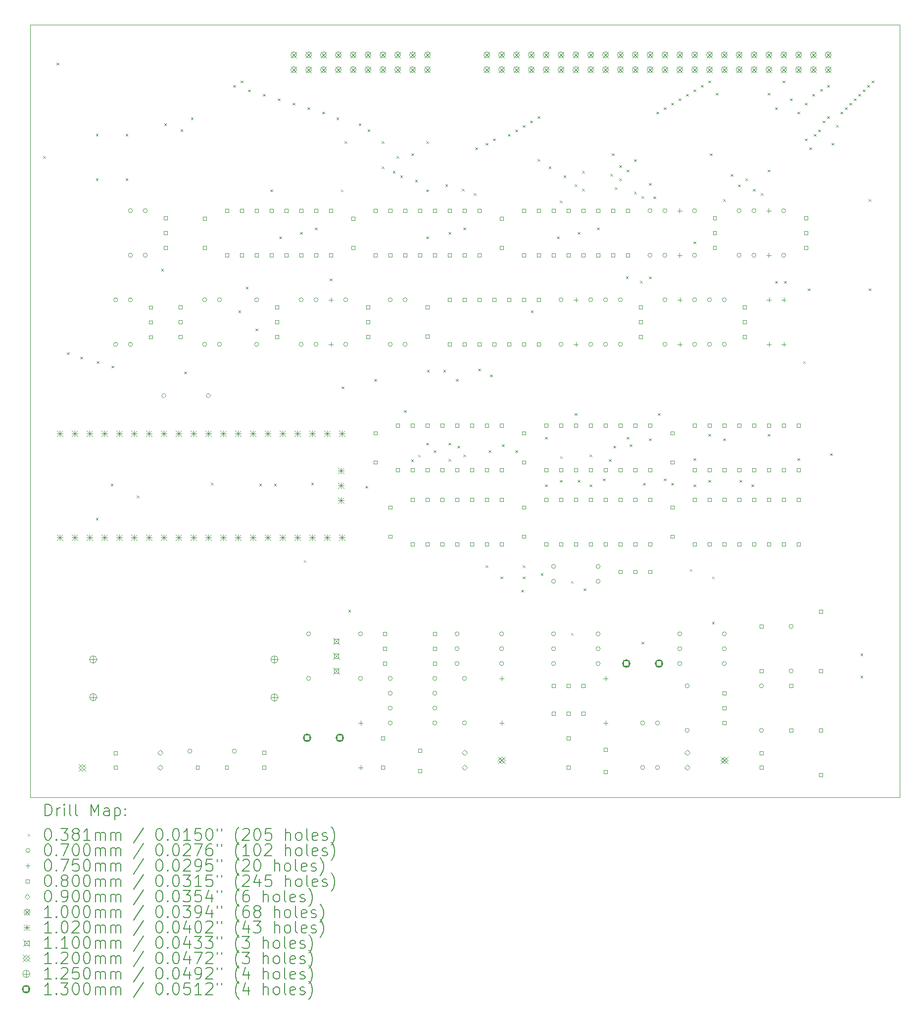
<source format=gbr>
%TF.GenerationSoftware,KiCad,Pcbnew,8.0.0*%
%TF.CreationDate,2024-03-08T17:43:32-03:00*%
%TF.ProjectId,usbflashprog,75736266-6c61-4736-9870-726f672e6b69,v0.3.0 rev.A*%
%TF.SameCoordinates,Original*%
%TF.FileFunction,Drillmap*%
%TF.FilePolarity,Positive*%
%FSLAX45Y45*%
G04 Gerber Fmt 4.5, Leading zero omitted, Abs format (unit mm)*
G04 Created by KiCad (PCBNEW 8.0.0) date 2024-03-08 17:43:32*
%MOMM*%
%LPD*%
G01*
G04 APERTURE LIST*
%ADD10C,0.100000*%
%ADD11C,0.200000*%
%ADD12C,0.102000*%
%ADD13C,0.110000*%
%ADD14C,0.120000*%
%ADD15C,0.125000*%
%ADD16C,0.130000*%
G04 APERTURE END LIST*
D10*
X6477500Y-2431400D02*
X21354500Y-2431400D01*
X21354500Y-15647400D01*
X6477500Y-15647400D01*
X6477500Y-2431400D01*
D11*
D10*
X6699250Y-4679950D02*
X6737350Y-4718050D01*
X6737350Y-4679950D02*
X6699250Y-4718050D01*
X6928350Y-3080750D02*
X6966450Y-3118850D01*
X6966450Y-3080750D02*
X6928350Y-3118850D01*
X7106150Y-8033750D02*
X7144250Y-8071850D01*
X7144250Y-8033750D02*
X7106150Y-8071850D01*
X7334750Y-8109950D02*
X7372850Y-8148050D01*
X7372850Y-8109950D02*
X7334750Y-8148050D01*
X7600950Y-4298950D02*
X7639050Y-4337050D01*
X7639050Y-4298950D02*
X7600950Y-4337050D01*
X7600950Y-5060950D02*
X7639050Y-5099050D01*
X7639050Y-5060950D02*
X7600950Y-5099050D01*
X7601450Y-10865850D02*
X7639550Y-10903950D01*
X7639550Y-10865850D02*
X7601450Y-10903950D01*
X7614150Y-8186150D02*
X7652250Y-8224250D01*
X7652250Y-8186150D02*
X7614150Y-8224250D01*
X7855450Y-10282850D02*
X7893550Y-10320950D01*
X7893550Y-10282850D02*
X7855450Y-10320950D01*
X7868150Y-8262350D02*
X7906250Y-8300450D01*
X7906250Y-8262350D02*
X7868150Y-8300450D01*
X8108950Y-4298950D02*
X8147050Y-4337050D01*
X8147050Y-4298950D02*
X8108950Y-4337050D01*
X8108950Y-5060950D02*
X8147050Y-5099050D01*
X8147050Y-5060950D02*
X8108950Y-5099050D01*
X8299950Y-10484850D02*
X8338050Y-10522950D01*
X8338050Y-10484850D02*
X8299950Y-10522950D01*
X8718550Y-6610350D02*
X8756650Y-6648450D01*
X8756650Y-6610350D02*
X8718550Y-6648450D01*
X8769350Y-4121150D02*
X8807450Y-4159250D01*
X8807450Y-4121150D02*
X8769350Y-4159250D01*
X9048750Y-4222750D02*
X9086850Y-4260850D01*
X9086850Y-4222750D02*
X9048750Y-4260850D01*
X9112750Y-8363950D02*
X9150850Y-8402050D01*
X9150850Y-8363950D02*
X9112750Y-8402050D01*
X9226550Y-4019550D02*
X9264650Y-4057650D01*
X9264650Y-4019550D02*
X9226550Y-4057650D01*
X9569450Y-10267950D02*
X9607550Y-10306050D01*
X9607550Y-10267950D02*
X9569450Y-10306050D01*
X9950950Y-3462750D02*
X9989050Y-3500850D01*
X9989050Y-3462750D02*
X9950950Y-3500850D01*
X10039350Y-7321550D02*
X10077450Y-7359650D01*
X10077450Y-7321550D02*
X10039350Y-7359650D01*
X10077950Y-3386550D02*
X10116050Y-3424650D01*
X10116050Y-3386550D02*
X10077950Y-3424650D01*
X10166350Y-6915150D02*
X10204450Y-6953250D01*
X10204450Y-6915150D02*
X10166350Y-6953250D01*
X10204950Y-3538950D02*
X10243050Y-3577050D01*
X10243050Y-3538950D02*
X10204950Y-3577050D01*
X10331950Y-7627350D02*
X10370050Y-7665450D01*
X10370050Y-7627350D02*
X10331950Y-7665450D01*
X10395450Y-10282850D02*
X10433550Y-10320950D01*
X10433550Y-10282850D02*
X10395450Y-10320950D01*
X10458950Y-3615150D02*
X10497050Y-3653250D01*
X10497050Y-3615150D02*
X10458950Y-3653250D01*
X10585450Y-5251450D02*
X10623550Y-5289550D01*
X10623550Y-5251450D02*
X10585450Y-5289550D01*
X10649450Y-10282850D02*
X10687550Y-10320950D01*
X10687550Y-10282850D02*
X10649450Y-10320950D01*
X10712950Y-3691350D02*
X10751050Y-3729450D01*
X10751050Y-3691350D02*
X10712950Y-3729450D01*
X10738350Y-6052550D02*
X10776450Y-6090650D01*
X10776450Y-6052550D02*
X10738350Y-6090650D01*
X10966950Y-3767550D02*
X11005050Y-3805650D01*
X11005050Y-3767550D02*
X10966950Y-3805650D01*
X11093950Y-5976350D02*
X11132050Y-6014450D01*
X11132050Y-5976350D02*
X11093950Y-6014450D01*
X11157450Y-11590950D02*
X11195550Y-11629050D01*
X11195550Y-11590950D02*
X11157450Y-11629050D01*
X11220950Y-3843750D02*
X11259050Y-3881850D01*
X11259050Y-3843750D02*
X11220950Y-3881850D01*
X11283950Y-10267950D02*
X11322050Y-10306050D01*
X11322050Y-10267950D02*
X11283950Y-10306050D01*
X11347950Y-5900150D02*
X11386050Y-5938250D01*
X11386050Y-5900150D02*
X11347950Y-5938250D01*
X11474950Y-3919950D02*
X11513050Y-3958050D01*
X11513050Y-3919950D02*
X11474950Y-3958050D01*
X11601450Y-6775450D02*
X11639550Y-6813550D01*
X11639550Y-6775450D02*
X11601450Y-6813550D01*
X11715750Y-4019550D02*
X11753850Y-4057650D01*
X11753850Y-4019550D02*
X11715750Y-4057650D01*
X11791950Y-5251450D02*
X11830050Y-5289550D01*
X11830050Y-5251450D02*
X11791950Y-5289550D01*
X11805150Y-8617950D02*
X11843250Y-8656050D01*
X11843250Y-8617950D02*
X11805150Y-8656050D01*
X11855450Y-4425950D02*
X11893550Y-4464050D01*
X11893550Y-4425950D02*
X11855450Y-4464050D01*
X11919450Y-12443190D02*
X11957550Y-12481290D01*
X11957550Y-12443190D02*
X11919450Y-12481290D01*
X12096750Y-4121150D02*
X12134850Y-4159250D01*
X12134850Y-4121150D02*
X12096750Y-4159250D01*
X12211550Y-10319750D02*
X12249650Y-10357850D01*
X12249650Y-10319750D02*
X12211550Y-10357850D01*
X12249150Y-4222750D02*
X12287250Y-4260850D01*
X12287250Y-4222750D02*
X12249150Y-4260850D01*
X12363450Y-8490950D02*
X12401550Y-8529050D01*
X12401550Y-8490950D02*
X12363450Y-8529050D01*
X12490450Y-4425950D02*
X12528550Y-4464050D01*
X12528550Y-4425950D02*
X12490450Y-4464050D01*
X12490450Y-4857750D02*
X12528550Y-4895850D01*
X12528550Y-4857750D02*
X12490450Y-4895850D01*
X12680950Y-4933950D02*
X12719050Y-4972050D01*
X12719050Y-4933950D02*
X12680950Y-4972050D01*
X12744450Y-4679950D02*
X12782550Y-4718050D01*
X12782550Y-4679950D02*
X12744450Y-4718050D01*
X12807950Y-5010150D02*
X12846050Y-5048250D01*
X12846050Y-5010150D02*
X12807950Y-5048250D01*
X12871950Y-9024350D02*
X12910050Y-9062450D01*
X12910050Y-9024350D02*
X12871950Y-9062450D01*
X12993885Y-9867615D02*
X13031985Y-9905715D01*
X13031985Y-9867615D02*
X12993885Y-9905715D01*
X12998950Y-4630150D02*
X13037050Y-4668250D01*
X13037050Y-4630150D02*
X12998950Y-4668250D01*
X13061950Y-5086350D02*
X13100050Y-5124450D01*
X13100050Y-5086350D02*
X13061950Y-5124450D01*
X13114510Y-9786350D02*
X13152610Y-9824450D01*
X13152610Y-9786350D02*
X13114510Y-9824450D01*
X13252450Y-4425950D02*
X13290550Y-4464050D01*
X13290550Y-4425950D02*
X13252450Y-4464050D01*
X13252450Y-5251450D02*
X13290550Y-5289550D01*
X13290550Y-5251450D02*
X13252450Y-5289550D01*
X13252950Y-6052550D02*
X13291050Y-6090650D01*
X13291050Y-6052550D02*
X13252950Y-6090650D01*
X13252950Y-9583150D02*
X13291050Y-9621250D01*
X13291050Y-9583150D02*
X13252950Y-9621250D01*
X13265150Y-8337550D02*
X13303250Y-8375650D01*
X13303250Y-8337550D02*
X13265150Y-8375650D01*
X13379950Y-9711350D02*
X13418050Y-9749450D01*
X13418050Y-9711350D02*
X13379950Y-9749450D01*
X13544550Y-8337550D02*
X13582650Y-8375650D01*
X13582650Y-8337550D02*
X13544550Y-8375650D01*
X13576300Y-5162550D02*
X13614400Y-5200650D01*
X13614400Y-5162550D02*
X13576300Y-5200650D01*
X13633950Y-5976350D02*
X13672050Y-6014450D01*
X13672050Y-5976350D02*
X13633950Y-6014450D01*
X13633950Y-9586571D02*
X13672050Y-9624671D01*
X13672050Y-9586571D02*
X13633950Y-9624671D01*
X13633950Y-9860010D02*
X13672050Y-9898110D01*
X13672050Y-9860010D02*
X13633950Y-9898110D01*
X13760950Y-8490950D02*
X13799050Y-8529050D01*
X13799050Y-8490950D02*
X13760950Y-8529050D01*
X13786350Y-9633950D02*
X13824450Y-9672050D01*
X13824450Y-9633950D02*
X13786350Y-9672050D01*
X13862050Y-5236210D02*
X13900150Y-5274310D01*
X13900150Y-5236210D02*
X13862050Y-5274310D01*
X13887950Y-5900150D02*
X13926050Y-5938250D01*
X13926050Y-5900150D02*
X13887950Y-5938250D01*
X13887950Y-9785010D02*
X13926050Y-9823110D01*
X13926050Y-9785010D02*
X13887950Y-9823110D01*
X14065250Y-5314950D02*
X14103350Y-5353050D01*
X14103350Y-5314950D02*
X14065250Y-5353050D01*
X14091150Y-4528550D02*
X14129250Y-4566650D01*
X14129250Y-4528550D02*
X14091150Y-4566650D01*
X14141950Y-8313150D02*
X14180050Y-8351250D01*
X14180050Y-8313150D02*
X14141950Y-8351250D01*
X14268950Y-4452350D02*
X14307050Y-4490450D01*
X14307050Y-4452350D02*
X14268950Y-4490450D01*
X14268950Y-11679850D02*
X14307050Y-11717950D01*
X14307050Y-11679850D02*
X14268950Y-11717950D01*
X14319750Y-9710150D02*
X14357850Y-9748250D01*
X14357850Y-9710150D02*
X14319750Y-9748250D01*
X14345150Y-8414750D02*
X14383250Y-8452850D01*
X14383250Y-8414750D02*
X14345150Y-8452850D01*
X14395950Y-4376150D02*
X14434050Y-4414250D01*
X14434050Y-4376150D02*
X14395950Y-4414250D01*
X14522950Y-11870350D02*
X14561050Y-11908450D01*
X14561050Y-11870350D02*
X14522950Y-11908450D01*
X14548350Y-9608550D02*
X14586450Y-9646650D01*
X14586450Y-9608550D02*
X14548350Y-9646650D01*
X14649950Y-4299950D02*
X14688050Y-4338050D01*
X14688050Y-4299950D02*
X14649950Y-4338050D01*
X14776950Y-4223750D02*
X14815050Y-4261850D01*
X14815050Y-4223750D02*
X14776950Y-4261850D01*
X14776950Y-9710150D02*
X14815050Y-9748250D01*
X14815050Y-9710150D02*
X14776950Y-9748250D01*
X14878550Y-12097750D02*
X14916650Y-12135850D01*
X14916650Y-12097750D02*
X14878550Y-12135850D01*
X14903950Y-4147550D02*
X14942050Y-4185650D01*
X14942050Y-4147550D02*
X14903950Y-4185650D01*
X14903950Y-11679850D02*
X14942050Y-11717950D01*
X14942050Y-11679850D02*
X14903950Y-11717950D01*
X14903950Y-11870350D02*
X14942050Y-11908450D01*
X14942050Y-11870350D02*
X14903950Y-11908450D01*
X15030950Y-4071350D02*
X15069050Y-4109450D01*
X15069050Y-4071350D02*
X15030950Y-4109450D01*
X15043150Y-7321550D02*
X15081250Y-7359650D01*
X15081250Y-7321550D02*
X15043150Y-7359650D01*
X15157450Y-4730750D02*
X15195550Y-4768850D01*
X15195550Y-4730750D02*
X15157450Y-4768850D01*
X15157950Y-3995150D02*
X15196050Y-4033250D01*
X15196050Y-3995150D02*
X15157950Y-4033250D01*
X15211654Y-11816645D02*
X15249754Y-11854745D01*
X15249754Y-11816645D02*
X15211654Y-11854745D01*
X15284950Y-9481550D02*
X15323050Y-9519650D01*
X15323050Y-9481550D02*
X15284950Y-9519650D01*
X15284950Y-10294350D02*
X15323050Y-10332450D01*
X15323050Y-10294350D02*
X15284950Y-10332450D01*
X15347950Y-4857750D02*
X15386050Y-4895850D01*
X15386050Y-4857750D02*
X15347950Y-4895850D01*
X15488150Y-6052550D02*
X15526250Y-6090650D01*
X15526250Y-6052550D02*
X15488150Y-6090650D01*
X15538950Y-5442200D02*
X15577050Y-5480300D01*
X15577050Y-5442200D02*
X15538950Y-5480300D01*
X15538950Y-10218150D02*
X15577050Y-10256250D01*
X15577050Y-10218150D02*
X15538950Y-10256250D01*
X15540450Y-9811750D02*
X15578550Y-9849850D01*
X15578550Y-9811750D02*
X15540450Y-9849850D01*
X15601950Y-5010150D02*
X15640050Y-5048250D01*
X15640050Y-5010150D02*
X15601950Y-5048250D01*
X15729450Y-11945350D02*
X15767550Y-11983450D01*
X15767550Y-11945350D02*
X15729450Y-11983450D01*
X15729450Y-12834350D02*
X15767550Y-12872450D01*
X15767550Y-12834350D02*
X15729450Y-12872450D01*
X15792450Y-5162550D02*
X15830550Y-5200650D01*
X15830550Y-5162550D02*
X15792450Y-5200650D01*
X15792950Y-9075150D02*
X15831050Y-9113250D01*
X15831050Y-9075150D02*
X15792950Y-9113250D01*
X15843750Y-5976350D02*
X15881850Y-6014450D01*
X15881850Y-5976350D02*
X15843750Y-6014450D01*
X15843750Y-10218150D02*
X15881850Y-10256250D01*
X15881850Y-10218150D02*
X15843750Y-10256250D01*
X15918164Y-4932665D02*
X15956264Y-4970765D01*
X15956264Y-4932665D02*
X15918164Y-4970765D01*
X15919450Y-5238750D02*
X15957550Y-5276850D01*
X15957550Y-5238750D02*
X15919450Y-5276850D01*
X15945350Y-12072350D02*
X15983450Y-12110450D01*
X15983450Y-12072350D02*
X15945350Y-12110450D01*
X16046950Y-9785010D02*
X16085050Y-9823110D01*
X16085050Y-9785010D02*
X16046950Y-9823110D01*
X16046950Y-10294350D02*
X16085050Y-10332450D01*
X16085050Y-10294350D02*
X16046950Y-10332450D01*
X16173950Y-5900150D02*
X16212050Y-5938250D01*
X16212050Y-5900150D02*
X16173950Y-5938250D01*
X16275550Y-10192750D02*
X16313650Y-10230850D01*
X16313650Y-10192750D02*
X16275550Y-10230850D01*
X16377150Y-9862550D02*
X16415250Y-9900650D01*
X16415250Y-9862550D02*
X16377150Y-9900650D01*
X16402050Y-4984750D02*
X16440150Y-5022850D01*
X16440150Y-4984750D02*
X16402050Y-5022850D01*
X16427950Y-4630150D02*
X16466050Y-4668250D01*
X16466050Y-4630150D02*
X16427950Y-4668250D01*
X16453350Y-9633950D02*
X16491450Y-9672050D01*
X16491450Y-9633950D02*
X16453350Y-9672050D01*
X16478250Y-5213350D02*
X16516350Y-5251450D01*
X16516350Y-5213350D02*
X16478250Y-5251450D01*
X16554450Y-4833350D02*
X16592550Y-4871450D01*
X16592550Y-4833350D02*
X16554450Y-4871450D01*
X16554450Y-5060950D02*
X16592550Y-5099050D01*
X16592550Y-5060950D02*
X16554450Y-5099050D01*
X16668750Y-6737350D02*
X16706850Y-6775450D01*
X16706850Y-6737350D02*
X16668750Y-6775450D01*
X16681950Y-4909550D02*
X16720050Y-4947650D01*
X16720050Y-4909550D02*
X16681950Y-4947650D01*
X16681950Y-9481550D02*
X16720050Y-9519650D01*
X16720050Y-9481550D02*
X16681950Y-9519650D01*
X16732750Y-9608550D02*
X16770850Y-9646650D01*
X16770850Y-9608550D02*
X16732750Y-9646650D01*
X16808450Y-5289550D02*
X16846550Y-5327650D01*
X16846550Y-5289550D02*
X16808450Y-5327650D01*
X16808950Y-4731750D02*
X16847050Y-4769850D01*
X16847050Y-4731750D02*
X16808950Y-4769850D01*
X16910050Y-6813550D02*
X16948150Y-6851650D01*
X16948150Y-6813550D02*
X16910050Y-6851650D01*
X16934165Y-5364465D02*
X16972265Y-5402565D01*
X16972265Y-5364465D02*
X16934165Y-5402565D01*
X16935950Y-12986750D02*
X16974050Y-13024850D01*
X16974050Y-12986750D02*
X16935950Y-13024850D01*
X16961350Y-10268950D02*
X16999450Y-10307050D01*
X16999450Y-10268950D02*
X16961350Y-10307050D01*
X17062450Y-5139690D02*
X17100550Y-5177790D01*
X17100550Y-5139690D02*
X17062450Y-5177790D01*
X17062950Y-6738350D02*
X17101050Y-6776450D01*
X17101050Y-6738350D02*
X17062950Y-6776450D01*
X17062950Y-9506950D02*
X17101050Y-9545050D01*
X17101050Y-9506950D02*
X17062950Y-9545050D01*
X17138650Y-5368290D02*
X17176750Y-5406390D01*
X17176750Y-5368290D02*
X17138650Y-5406390D01*
X17189950Y-3919950D02*
X17228050Y-3958050D01*
X17228050Y-3919950D02*
X17189950Y-3958050D01*
X17215350Y-9075150D02*
X17253450Y-9113250D01*
X17253450Y-9075150D02*
X17215350Y-9113250D01*
X17316950Y-3843750D02*
X17355050Y-3881850D01*
X17355050Y-3843750D02*
X17316950Y-3881850D01*
X17316950Y-10192750D02*
X17355050Y-10230850D01*
X17355050Y-10192750D02*
X17316950Y-10230850D01*
X17443950Y-3767550D02*
X17482050Y-3805650D01*
X17482050Y-3767550D02*
X17443950Y-3805650D01*
X17443950Y-10268950D02*
X17482050Y-10307050D01*
X17482050Y-10268950D02*
X17443950Y-10307050D01*
X17570950Y-3691350D02*
X17609050Y-3729450D01*
X17609050Y-3691350D02*
X17570950Y-3729450D01*
X17697950Y-3615150D02*
X17736050Y-3653250D01*
X17736050Y-3615150D02*
X17697950Y-3653250D01*
X17761450Y-11743350D02*
X17799550Y-11781450D01*
X17799550Y-11743350D02*
X17761450Y-11781450D01*
X17824450Y-6140450D02*
X17862550Y-6178550D01*
X17862550Y-6140450D02*
X17824450Y-6178550D01*
X17824950Y-3538950D02*
X17863050Y-3577050D01*
X17863050Y-3538950D02*
X17824950Y-3577050D01*
X17824950Y-9848510D02*
X17863050Y-9886610D01*
X17863050Y-9848510D02*
X17824950Y-9886610D01*
X17824950Y-10294350D02*
X17863050Y-10332450D01*
X17863050Y-10294350D02*
X17824950Y-10332450D01*
X17951950Y-3462750D02*
X17990050Y-3500850D01*
X17990050Y-3462750D02*
X17951950Y-3500850D01*
X18078950Y-3386550D02*
X18117050Y-3424650D01*
X18117050Y-3386550D02*
X18078950Y-3424650D01*
X18078950Y-9433290D02*
X18117050Y-9471390D01*
X18117050Y-9433290D02*
X18078950Y-9471390D01*
X18078950Y-10218150D02*
X18117050Y-10256250D01*
X18117050Y-10218150D02*
X18078950Y-10256250D01*
X18104350Y-4630150D02*
X18142450Y-4668250D01*
X18142450Y-4630150D02*
X18104350Y-4668250D01*
X18142450Y-11870350D02*
X18180550Y-11908450D01*
X18180550Y-11870350D02*
X18142450Y-11908450D01*
X18142450Y-12643850D02*
X18180550Y-12681950D01*
X18180550Y-12643850D02*
X18142450Y-12681950D01*
X18205450Y-3600450D02*
X18243550Y-3638550D01*
X18243550Y-3600450D02*
X18205450Y-3638550D01*
X18332450Y-5416550D02*
X18370550Y-5454650D01*
X18370550Y-5416550D02*
X18332450Y-5454650D01*
X18332950Y-9506950D02*
X18371050Y-9545050D01*
X18371050Y-9506950D02*
X18332950Y-9545050D01*
X18459450Y-4987290D02*
X18497550Y-5025390D01*
X18497550Y-4987290D02*
X18459450Y-5025390D01*
X18586450Y-5165090D02*
X18624550Y-5203190D01*
X18624550Y-5165090D02*
X18586450Y-5203190D01*
X18612350Y-10218150D02*
X18650450Y-10256250D01*
X18650450Y-10218150D02*
X18612350Y-10256250D01*
X18713450Y-5060950D02*
X18751550Y-5099050D01*
X18751550Y-5060950D02*
X18713450Y-5099050D01*
X18815550Y-10294350D02*
X18853650Y-10332450D01*
X18853650Y-10294350D02*
X18815550Y-10332450D01*
X18840450Y-5241290D02*
X18878550Y-5279390D01*
X18878550Y-5241290D02*
X18840450Y-5279390D01*
X18973890Y-5314950D02*
X19011990Y-5353050D01*
X19011990Y-5314950D02*
X18973890Y-5353050D01*
X19092950Y-4909550D02*
X19131050Y-4947650D01*
X19131050Y-4909550D02*
X19092950Y-4947650D01*
X19094450Y-3600450D02*
X19132550Y-3638550D01*
X19132550Y-3600450D02*
X19094450Y-3638550D01*
X19094950Y-9430750D02*
X19133050Y-9468850D01*
X19133050Y-9430750D02*
X19094950Y-9468850D01*
X19221950Y-3843750D02*
X19260050Y-3881850D01*
X19260050Y-3843750D02*
X19221950Y-3881850D01*
X19221950Y-6814550D02*
X19260050Y-6852650D01*
X19260050Y-6814550D02*
X19221950Y-6852650D01*
X19348950Y-3386550D02*
X19387050Y-3424650D01*
X19387050Y-3386550D02*
X19348950Y-3424650D01*
X19374350Y-6814550D02*
X19412450Y-6852650D01*
X19412450Y-6814550D02*
X19374350Y-6852650D01*
X19475950Y-3691350D02*
X19514050Y-3729450D01*
X19514050Y-3691350D02*
X19475950Y-3729450D01*
X19602950Y-3919950D02*
X19641050Y-3958050D01*
X19641050Y-3919950D02*
X19602950Y-3958050D01*
X19602950Y-9848510D02*
X19641050Y-9886610D01*
X19641050Y-9848510D02*
X19602950Y-9886610D01*
X19698200Y-8186150D02*
X19736300Y-8224250D01*
X19736300Y-8186150D02*
X19698200Y-8224250D01*
X19729950Y-3767550D02*
X19768050Y-3805650D01*
X19768050Y-3767550D02*
X19729950Y-3805650D01*
X19729950Y-4376150D02*
X19768050Y-4414250D01*
X19768050Y-4376150D02*
X19729950Y-4414250D01*
X19780750Y-6941550D02*
X19818850Y-6979650D01*
X19818850Y-6941550D02*
X19780750Y-6979650D01*
X19806150Y-4528550D02*
X19844250Y-4566650D01*
X19844250Y-4528550D02*
X19806150Y-4566650D01*
X19856950Y-3615150D02*
X19895050Y-3653250D01*
X19895050Y-3615150D02*
X19856950Y-3653250D01*
X19882350Y-4299950D02*
X19920450Y-4338050D01*
X19920450Y-4299950D02*
X19882350Y-4338050D01*
X19958550Y-4223750D02*
X19996650Y-4261850D01*
X19996650Y-4223750D02*
X19958550Y-4261850D01*
X19989890Y-3533010D02*
X20027990Y-3571110D01*
X20027990Y-3533010D02*
X19989890Y-3571110D01*
X20034750Y-4071350D02*
X20072850Y-4109450D01*
X20072850Y-4071350D02*
X20034750Y-4109450D01*
X20110950Y-3462750D02*
X20149050Y-3500850D01*
X20149050Y-3462750D02*
X20110950Y-3500850D01*
X20110950Y-3995150D02*
X20149050Y-4033250D01*
X20149050Y-3995150D02*
X20110950Y-4033250D01*
X20161750Y-9760950D02*
X20199850Y-9799050D01*
X20199850Y-9760950D02*
X20161750Y-9799050D01*
X20187150Y-4452350D02*
X20225250Y-4490450D01*
X20225250Y-4452350D02*
X20187150Y-4490450D01*
X20263350Y-4145010D02*
X20301450Y-4183110D01*
X20301450Y-4145010D02*
X20263350Y-4183110D01*
X20339550Y-3919950D02*
X20377650Y-3958050D01*
X20377650Y-3919950D02*
X20339550Y-3958050D01*
X20415750Y-3843750D02*
X20453850Y-3881850D01*
X20453850Y-3843750D02*
X20415750Y-3881850D01*
X20491950Y-3767550D02*
X20530050Y-3805650D01*
X20530050Y-3767550D02*
X20491950Y-3805650D01*
X20568150Y-3691350D02*
X20606250Y-3729450D01*
X20606250Y-3691350D02*
X20568150Y-3729450D01*
X20644350Y-3615150D02*
X20682450Y-3653250D01*
X20682450Y-3615150D02*
X20644350Y-3653250D01*
X20681950Y-13188950D02*
X20720050Y-13227050D01*
X20720050Y-13188950D02*
X20681950Y-13227050D01*
X20681950Y-13569950D02*
X20720050Y-13608050D01*
X20720050Y-13569950D02*
X20681950Y-13608050D01*
X20720550Y-3538950D02*
X20758650Y-3577050D01*
X20758650Y-3538950D02*
X20720550Y-3577050D01*
X20796750Y-3462750D02*
X20834850Y-3500850D01*
X20834850Y-3462750D02*
X20796750Y-3500850D01*
X20822150Y-5416550D02*
X20860250Y-5454650D01*
X20860250Y-5416550D02*
X20822150Y-5454650D01*
X20822150Y-6941550D02*
X20860250Y-6979650D01*
X20860250Y-6941550D02*
X20822150Y-6979650D01*
X20872950Y-3386550D02*
X20911050Y-3424650D01*
X20911050Y-3386550D02*
X20872950Y-3424650D01*
X7973500Y-7139400D02*
G75*
G02*
X7903500Y-7139400I-35000J0D01*
G01*
X7903500Y-7139400D02*
G75*
G02*
X7973500Y-7139400I35000J0D01*
G01*
X7973500Y-7901400D02*
G75*
G02*
X7903500Y-7901400I-35000J0D01*
G01*
X7903500Y-7901400D02*
G75*
G02*
X7973500Y-7901400I35000J0D01*
G01*
X8226500Y-5613400D02*
G75*
G02*
X8156500Y-5613400I-35000J0D01*
G01*
X8156500Y-5613400D02*
G75*
G02*
X8226500Y-5613400I35000J0D01*
G01*
X8226500Y-6375400D02*
G75*
G02*
X8156500Y-6375400I-35000J0D01*
G01*
X8156500Y-6375400D02*
G75*
G02*
X8226500Y-6375400I35000J0D01*
G01*
X8227500Y-7139400D02*
G75*
G02*
X8157500Y-7139400I-35000J0D01*
G01*
X8157500Y-7139400D02*
G75*
G02*
X8227500Y-7139400I35000J0D01*
G01*
X8227500Y-7901400D02*
G75*
G02*
X8157500Y-7901400I-35000J0D01*
G01*
X8157500Y-7901400D02*
G75*
G02*
X8227500Y-7901400I35000J0D01*
G01*
X8480500Y-5613400D02*
G75*
G02*
X8410500Y-5613400I-35000J0D01*
G01*
X8410500Y-5613400D02*
G75*
G02*
X8480500Y-5613400I35000J0D01*
G01*
X8480500Y-6375400D02*
G75*
G02*
X8410500Y-6375400I-35000J0D01*
G01*
X8410500Y-6375400D02*
G75*
G02*
X8480500Y-6375400I35000J0D01*
G01*
X8798299Y-8777900D02*
G75*
G02*
X8728299Y-8777900I-35000J0D01*
G01*
X8728299Y-8777900D02*
G75*
G02*
X8798299Y-8777900I35000J0D01*
G01*
X9243000Y-14859000D02*
G75*
G02*
X9173000Y-14859000I-35000J0D01*
G01*
X9173000Y-14859000D02*
G75*
G02*
X9243000Y-14859000I35000J0D01*
G01*
X9497000Y-7138400D02*
G75*
G02*
X9427000Y-7138400I-35000J0D01*
G01*
X9427000Y-7138400D02*
G75*
G02*
X9497000Y-7138400I35000J0D01*
G01*
X9497000Y-7900400D02*
G75*
G02*
X9427000Y-7900400I-35000J0D01*
G01*
X9427000Y-7900400D02*
G75*
G02*
X9497000Y-7900400I35000J0D01*
G01*
X9560299Y-8777900D02*
G75*
G02*
X9490299Y-8777900I-35000J0D01*
G01*
X9490299Y-8777900D02*
G75*
G02*
X9560299Y-8777900I35000J0D01*
G01*
X9751000Y-7138400D02*
G75*
G02*
X9681000Y-7138400I-35000J0D01*
G01*
X9681000Y-7138400D02*
G75*
G02*
X9751000Y-7138400I35000J0D01*
G01*
X9751000Y-7900400D02*
G75*
G02*
X9681000Y-7900400I-35000J0D01*
G01*
X9681000Y-7900400D02*
G75*
G02*
X9751000Y-7900400I35000J0D01*
G01*
X10005000Y-14859000D02*
G75*
G02*
X9935000Y-14859000I-35000J0D01*
G01*
X9935000Y-14859000D02*
G75*
G02*
X10005000Y-14859000I35000J0D01*
G01*
X10386000Y-7138400D02*
G75*
G02*
X10316000Y-7138400I-35000J0D01*
G01*
X10316000Y-7138400D02*
G75*
G02*
X10386000Y-7138400I35000J0D01*
G01*
X10386000Y-7900400D02*
G75*
G02*
X10316000Y-7900400I-35000J0D01*
G01*
X10316000Y-7900400D02*
G75*
G02*
X10386000Y-7900400I35000J0D01*
G01*
X11148000Y-7138400D02*
G75*
G02*
X11078000Y-7138400I-35000J0D01*
G01*
X11078000Y-7138400D02*
G75*
G02*
X11148000Y-7138400I35000J0D01*
G01*
X11148000Y-7900400D02*
G75*
G02*
X11078000Y-7900400I-35000J0D01*
G01*
X11078000Y-7900400D02*
G75*
G02*
X11148000Y-7900400I35000J0D01*
G01*
X11275000Y-12853400D02*
G75*
G02*
X11205000Y-12853400I-35000J0D01*
G01*
X11205000Y-12853400D02*
G75*
G02*
X11275000Y-12853400I35000J0D01*
G01*
X11275000Y-13615400D02*
G75*
G02*
X11205000Y-13615400I-35000J0D01*
G01*
X11205000Y-13615400D02*
G75*
G02*
X11275000Y-13615400I35000J0D01*
G01*
X11402000Y-7138400D02*
G75*
G02*
X11332000Y-7138400I-35000J0D01*
G01*
X11332000Y-7138400D02*
G75*
G02*
X11402000Y-7138400I35000J0D01*
G01*
X11402000Y-7900400D02*
G75*
G02*
X11332000Y-7900400I-35000J0D01*
G01*
X11332000Y-7900400D02*
G75*
G02*
X11402000Y-7900400I35000J0D01*
G01*
X11910000Y-7138400D02*
G75*
G02*
X11840000Y-7138400I-35000J0D01*
G01*
X11840000Y-7138400D02*
G75*
G02*
X11910000Y-7138400I35000J0D01*
G01*
X11910000Y-7900400D02*
G75*
G02*
X11840000Y-7900400I-35000J0D01*
G01*
X11840000Y-7900400D02*
G75*
G02*
X11910000Y-7900400I35000J0D01*
G01*
X12164000Y-12853400D02*
G75*
G02*
X12094000Y-12853400I-35000J0D01*
G01*
X12094000Y-12853400D02*
G75*
G02*
X12164000Y-12853400I35000J0D01*
G01*
X12164000Y-13615400D02*
G75*
G02*
X12094000Y-13615400I-35000J0D01*
G01*
X12094000Y-13615400D02*
G75*
G02*
X12164000Y-13615400I35000J0D01*
G01*
X12672000Y-7138400D02*
G75*
G02*
X12602000Y-7138400I-35000J0D01*
G01*
X12602000Y-7138400D02*
G75*
G02*
X12672000Y-7138400I35000J0D01*
G01*
X12672000Y-7900400D02*
G75*
G02*
X12602000Y-7900400I-35000J0D01*
G01*
X12602000Y-7900400D02*
G75*
G02*
X12672000Y-7900400I35000J0D01*
G01*
X12672000Y-13615400D02*
G75*
G02*
X12602000Y-13615400I-35000J0D01*
G01*
X12602000Y-13615400D02*
G75*
G02*
X12672000Y-13615400I35000J0D01*
G01*
X12672000Y-13869400D02*
G75*
G02*
X12602000Y-13869400I-35000J0D01*
G01*
X12602000Y-13869400D02*
G75*
G02*
X12672000Y-13869400I35000J0D01*
G01*
X12672000Y-14123400D02*
G75*
G02*
X12602000Y-14123400I-35000J0D01*
G01*
X12602000Y-14123400D02*
G75*
G02*
X12672000Y-14123400I35000J0D01*
G01*
X12672000Y-14377400D02*
G75*
G02*
X12602000Y-14377400I-35000J0D01*
G01*
X12602000Y-14377400D02*
G75*
G02*
X12672000Y-14377400I35000J0D01*
G01*
X12926000Y-7138400D02*
G75*
G02*
X12856000Y-7138400I-35000J0D01*
G01*
X12856000Y-7138400D02*
G75*
G02*
X12926000Y-7138400I35000J0D01*
G01*
X12926000Y-7900400D02*
G75*
G02*
X12856000Y-7900400I-35000J0D01*
G01*
X12856000Y-7900400D02*
G75*
G02*
X12926000Y-7900400I35000J0D01*
G01*
X13434000Y-13615400D02*
G75*
G02*
X13364000Y-13615400I-35000J0D01*
G01*
X13364000Y-13615400D02*
G75*
G02*
X13434000Y-13615400I35000J0D01*
G01*
X13434000Y-13869400D02*
G75*
G02*
X13364000Y-13869400I-35000J0D01*
G01*
X13364000Y-13869400D02*
G75*
G02*
X13434000Y-13869400I35000J0D01*
G01*
X13434000Y-14123400D02*
G75*
G02*
X13364000Y-14123400I-35000J0D01*
G01*
X13364000Y-14123400D02*
G75*
G02*
X13434000Y-14123400I35000J0D01*
G01*
X13434000Y-14377400D02*
G75*
G02*
X13364000Y-14377400I-35000J0D01*
G01*
X13364000Y-14377400D02*
G75*
G02*
X13434000Y-14377400I35000J0D01*
G01*
X13815000Y-12853400D02*
G75*
G02*
X13745000Y-12853400I-35000J0D01*
G01*
X13745000Y-12853400D02*
G75*
G02*
X13815000Y-12853400I35000J0D01*
G01*
X13815000Y-13107400D02*
G75*
G02*
X13745000Y-13107400I-35000J0D01*
G01*
X13745000Y-13107400D02*
G75*
G02*
X13815000Y-13107400I35000J0D01*
G01*
X13815000Y-13361400D02*
G75*
G02*
X13745000Y-13361400I-35000J0D01*
G01*
X13745000Y-13361400D02*
G75*
G02*
X13815000Y-13361400I35000J0D01*
G01*
X13942000Y-13615400D02*
G75*
G02*
X13872000Y-13615400I-35000J0D01*
G01*
X13872000Y-13615400D02*
G75*
G02*
X13942000Y-13615400I35000J0D01*
G01*
X13942000Y-14377400D02*
G75*
G02*
X13872000Y-14377400I-35000J0D01*
G01*
X13872000Y-14377400D02*
G75*
G02*
X13942000Y-14377400I35000J0D01*
G01*
X14577000Y-12853400D02*
G75*
G02*
X14507000Y-12853400I-35000J0D01*
G01*
X14507000Y-12853400D02*
G75*
G02*
X14577000Y-12853400I35000J0D01*
G01*
X14577000Y-13107400D02*
G75*
G02*
X14507000Y-13107400I-35000J0D01*
G01*
X14507000Y-13107400D02*
G75*
G02*
X14577000Y-13107400I35000J0D01*
G01*
X14577000Y-13361400D02*
G75*
G02*
X14507000Y-13361400I-35000J0D01*
G01*
X14507000Y-13361400D02*
G75*
G02*
X14577000Y-13361400I35000J0D01*
G01*
X15466000Y-11698900D02*
G75*
G02*
X15396000Y-11698900I-35000J0D01*
G01*
X15396000Y-11698900D02*
G75*
G02*
X15466000Y-11698900I35000J0D01*
G01*
X15466000Y-11952900D02*
G75*
G02*
X15396000Y-11952900I-35000J0D01*
G01*
X15396000Y-11952900D02*
G75*
G02*
X15466000Y-11952900I35000J0D01*
G01*
X15466000Y-12853400D02*
G75*
G02*
X15396000Y-12853400I-35000J0D01*
G01*
X15396000Y-12853400D02*
G75*
G02*
X15466000Y-12853400I35000J0D01*
G01*
X15466000Y-13107400D02*
G75*
G02*
X15396000Y-13107400I-35000J0D01*
G01*
X15396000Y-13107400D02*
G75*
G02*
X15466000Y-13107400I35000J0D01*
G01*
X15466000Y-13361400D02*
G75*
G02*
X15396000Y-13361400I-35000J0D01*
G01*
X15396000Y-13361400D02*
G75*
G02*
X15466000Y-13361400I35000J0D01*
G01*
X15593000Y-7138400D02*
G75*
G02*
X15523000Y-7138400I-35000J0D01*
G01*
X15523000Y-7138400D02*
G75*
G02*
X15593000Y-7138400I35000J0D01*
G01*
X15593000Y-7900400D02*
G75*
G02*
X15523000Y-7900400I-35000J0D01*
G01*
X15523000Y-7900400D02*
G75*
G02*
X15593000Y-7900400I35000J0D01*
G01*
X16101000Y-7138400D02*
G75*
G02*
X16031000Y-7138400I-35000J0D01*
G01*
X16031000Y-7138400D02*
G75*
G02*
X16101000Y-7138400I35000J0D01*
G01*
X16101000Y-7900400D02*
G75*
G02*
X16031000Y-7900400I-35000J0D01*
G01*
X16031000Y-7900400D02*
G75*
G02*
X16101000Y-7900400I35000J0D01*
G01*
X16228000Y-11698900D02*
G75*
G02*
X16158000Y-11698900I-35000J0D01*
G01*
X16158000Y-11698900D02*
G75*
G02*
X16228000Y-11698900I35000J0D01*
G01*
X16228000Y-11952900D02*
G75*
G02*
X16158000Y-11952900I-35000J0D01*
G01*
X16158000Y-11952900D02*
G75*
G02*
X16228000Y-11952900I35000J0D01*
G01*
X16228000Y-12853400D02*
G75*
G02*
X16158000Y-12853400I-35000J0D01*
G01*
X16158000Y-12853400D02*
G75*
G02*
X16228000Y-12853400I35000J0D01*
G01*
X16228000Y-13107400D02*
G75*
G02*
X16158000Y-13107400I-35000J0D01*
G01*
X16158000Y-13107400D02*
G75*
G02*
X16228000Y-13107400I35000J0D01*
G01*
X16228000Y-13361400D02*
G75*
G02*
X16158000Y-13361400I-35000J0D01*
G01*
X16158000Y-13361400D02*
G75*
G02*
X16228000Y-13361400I35000J0D01*
G01*
X16355000Y-7138400D02*
G75*
G02*
X16285000Y-7138400I-35000J0D01*
G01*
X16285000Y-7138400D02*
G75*
G02*
X16355000Y-7138400I35000J0D01*
G01*
X16355000Y-7900400D02*
G75*
G02*
X16285000Y-7900400I-35000J0D01*
G01*
X16285000Y-7900400D02*
G75*
G02*
X16355000Y-7900400I35000J0D01*
G01*
X16609000Y-7138400D02*
G75*
G02*
X16539000Y-7138400I-35000J0D01*
G01*
X16539000Y-7138400D02*
G75*
G02*
X16609000Y-7138400I35000J0D01*
G01*
X16609000Y-7900400D02*
G75*
G02*
X16539000Y-7900400I-35000J0D01*
G01*
X16539000Y-7900400D02*
G75*
G02*
X16609000Y-7900400I35000J0D01*
G01*
X16990000Y-14377400D02*
G75*
G02*
X16920000Y-14377400I-35000J0D01*
G01*
X16920000Y-14377400D02*
G75*
G02*
X16990000Y-14377400I35000J0D01*
G01*
X16990000Y-15139400D02*
G75*
G02*
X16920000Y-15139400I-35000J0D01*
G01*
X16920000Y-15139400D02*
G75*
G02*
X16990000Y-15139400I35000J0D01*
G01*
X17115000Y-5614400D02*
G75*
G02*
X17045000Y-5614400I-35000J0D01*
G01*
X17045000Y-5614400D02*
G75*
G02*
X17115000Y-5614400I35000J0D01*
G01*
X17115000Y-6376400D02*
G75*
G02*
X17045000Y-6376400I-35000J0D01*
G01*
X17045000Y-6376400D02*
G75*
G02*
X17115000Y-6376400I35000J0D01*
G01*
X17244000Y-14377400D02*
G75*
G02*
X17174000Y-14377400I-35000J0D01*
G01*
X17174000Y-14377400D02*
G75*
G02*
X17244000Y-14377400I35000J0D01*
G01*
X17244000Y-15139400D02*
G75*
G02*
X17174000Y-15139400I-35000J0D01*
G01*
X17174000Y-15139400D02*
G75*
G02*
X17244000Y-15139400I35000J0D01*
G01*
X17369000Y-5614400D02*
G75*
G02*
X17299000Y-5614400I-35000J0D01*
G01*
X17299000Y-5614400D02*
G75*
G02*
X17369000Y-5614400I35000J0D01*
G01*
X17369000Y-6376400D02*
G75*
G02*
X17299000Y-6376400I-35000J0D01*
G01*
X17299000Y-6376400D02*
G75*
G02*
X17369000Y-6376400I35000J0D01*
G01*
X17371000Y-7138400D02*
G75*
G02*
X17301000Y-7138400I-35000J0D01*
G01*
X17301000Y-7138400D02*
G75*
G02*
X17371000Y-7138400I35000J0D01*
G01*
X17371000Y-7900400D02*
G75*
G02*
X17301000Y-7900400I-35000J0D01*
G01*
X17301000Y-7900400D02*
G75*
G02*
X17371000Y-7900400I35000J0D01*
G01*
X17625000Y-12853400D02*
G75*
G02*
X17555000Y-12853400I-35000J0D01*
G01*
X17555000Y-12853400D02*
G75*
G02*
X17625000Y-12853400I35000J0D01*
G01*
X17625000Y-13107400D02*
G75*
G02*
X17555000Y-13107400I-35000J0D01*
G01*
X17555000Y-13107400D02*
G75*
G02*
X17625000Y-13107400I35000J0D01*
G01*
X17625000Y-13361400D02*
G75*
G02*
X17555000Y-13361400I-35000J0D01*
G01*
X17555000Y-13361400D02*
G75*
G02*
X17625000Y-13361400I35000J0D01*
G01*
X17752000Y-13742400D02*
G75*
G02*
X17682000Y-13742400I-35000J0D01*
G01*
X17682000Y-13742400D02*
G75*
G02*
X17752000Y-13742400I35000J0D01*
G01*
X17752000Y-14504400D02*
G75*
G02*
X17682000Y-14504400I-35000J0D01*
G01*
X17682000Y-14504400D02*
G75*
G02*
X17752000Y-14504400I35000J0D01*
G01*
X17877000Y-5614400D02*
G75*
G02*
X17807000Y-5614400I-35000J0D01*
G01*
X17807000Y-5614400D02*
G75*
G02*
X17877000Y-5614400I35000J0D01*
G01*
X17877000Y-6376400D02*
G75*
G02*
X17807000Y-6376400I-35000J0D01*
G01*
X17807000Y-6376400D02*
G75*
G02*
X17877000Y-6376400I35000J0D01*
G01*
X17879000Y-7138400D02*
G75*
G02*
X17809000Y-7138400I-35000J0D01*
G01*
X17809000Y-7138400D02*
G75*
G02*
X17879000Y-7138400I35000J0D01*
G01*
X17879000Y-7900400D02*
G75*
G02*
X17809000Y-7900400I-35000J0D01*
G01*
X17809000Y-7900400D02*
G75*
G02*
X17879000Y-7900400I35000J0D01*
G01*
X18133000Y-7138400D02*
G75*
G02*
X18063000Y-7138400I-35000J0D01*
G01*
X18063000Y-7138400D02*
G75*
G02*
X18133000Y-7138400I35000J0D01*
G01*
X18133000Y-7900400D02*
G75*
G02*
X18063000Y-7900400I-35000J0D01*
G01*
X18063000Y-7900400D02*
G75*
G02*
X18133000Y-7900400I35000J0D01*
G01*
X18387000Y-7138400D02*
G75*
G02*
X18317000Y-7138400I-35000J0D01*
G01*
X18317000Y-7138400D02*
G75*
G02*
X18387000Y-7138400I35000J0D01*
G01*
X18387000Y-7900400D02*
G75*
G02*
X18317000Y-7900400I-35000J0D01*
G01*
X18317000Y-7900400D02*
G75*
G02*
X18387000Y-7900400I35000J0D01*
G01*
X18387000Y-12853400D02*
G75*
G02*
X18317000Y-12853400I-35000J0D01*
G01*
X18317000Y-12853400D02*
G75*
G02*
X18387000Y-12853400I35000J0D01*
G01*
X18387000Y-13107400D02*
G75*
G02*
X18317000Y-13107400I-35000J0D01*
G01*
X18317000Y-13107400D02*
G75*
G02*
X18387000Y-13107400I35000J0D01*
G01*
X18387000Y-13361400D02*
G75*
G02*
X18317000Y-13361400I-35000J0D01*
G01*
X18317000Y-13361400D02*
G75*
G02*
X18387000Y-13361400I35000J0D01*
G01*
X18639000Y-5614400D02*
G75*
G02*
X18569000Y-5614400I-35000J0D01*
G01*
X18569000Y-5614400D02*
G75*
G02*
X18639000Y-5614400I35000J0D01*
G01*
X18639000Y-6376400D02*
G75*
G02*
X18569000Y-6376400I-35000J0D01*
G01*
X18569000Y-6376400D02*
G75*
G02*
X18639000Y-6376400I35000J0D01*
G01*
X18893000Y-5614400D02*
G75*
G02*
X18823000Y-5614400I-35000J0D01*
G01*
X18823000Y-5614400D02*
G75*
G02*
X18893000Y-5614400I35000J0D01*
G01*
X18893000Y-6376400D02*
G75*
G02*
X18823000Y-6376400I-35000J0D01*
G01*
X18823000Y-6376400D02*
G75*
G02*
X18893000Y-6376400I35000J0D01*
G01*
X19022000Y-13742400D02*
G75*
G02*
X18952000Y-13742400I-35000J0D01*
G01*
X18952000Y-13742400D02*
G75*
G02*
X19022000Y-13742400I35000J0D01*
G01*
X19022000Y-14504400D02*
G75*
G02*
X18952000Y-14504400I-35000J0D01*
G01*
X18952000Y-14504400D02*
G75*
G02*
X19022000Y-14504400I35000J0D01*
G01*
X19401000Y-5614400D02*
G75*
G02*
X19331000Y-5614400I-35000J0D01*
G01*
X19331000Y-5614400D02*
G75*
G02*
X19401000Y-5614400I35000J0D01*
G01*
X19401000Y-6376400D02*
G75*
G02*
X19331000Y-6376400I-35000J0D01*
G01*
X19331000Y-6376400D02*
G75*
G02*
X19401000Y-6376400I35000J0D01*
G01*
X19530000Y-12726400D02*
G75*
G02*
X19460000Y-12726400I-35000J0D01*
G01*
X19460000Y-12726400D02*
G75*
G02*
X19530000Y-12726400I35000J0D01*
G01*
X19530000Y-13488400D02*
G75*
G02*
X19460000Y-13488400I-35000J0D01*
G01*
X19460000Y-13488400D02*
G75*
G02*
X19530000Y-13488400I35000J0D01*
G01*
X11621000Y-7100400D02*
X11621000Y-7175400D01*
X11583500Y-7137900D02*
X11658500Y-7137900D01*
X11621000Y-7862400D02*
X11621000Y-7937400D01*
X11583500Y-7899900D02*
X11658500Y-7899900D01*
X12129000Y-14339400D02*
X12129000Y-14414400D01*
X12091500Y-14376900D02*
X12166500Y-14376900D01*
X12129000Y-15101400D02*
X12129000Y-15176400D01*
X12091500Y-15138900D02*
X12166500Y-15138900D01*
X14542000Y-13578400D02*
X14542000Y-13653400D01*
X14504500Y-13615900D02*
X14579500Y-13615900D01*
X14542000Y-14340400D02*
X14542000Y-14415400D01*
X14504500Y-14377900D02*
X14579500Y-14377900D01*
X15812000Y-7101400D02*
X15812000Y-7176400D01*
X15774500Y-7138900D02*
X15849500Y-7138900D01*
X15812000Y-7863400D02*
X15812000Y-7938400D01*
X15774500Y-7900900D02*
X15849500Y-7900900D01*
X16320000Y-13578400D02*
X16320000Y-13653400D01*
X16282500Y-13615900D02*
X16357500Y-13615900D01*
X16320000Y-14340400D02*
X16320000Y-14415400D01*
X16282500Y-14377900D02*
X16357500Y-14377900D01*
X17588000Y-5576400D02*
X17588000Y-5651400D01*
X17550500Y-5613900D02*
X17625500Y-5613900D01*
X17588000Y-6338400D02*
X17588000Y-6413400D01*
X17550500Y-6375900D02*
X17625500Y-6375900D01*
X17590000Y-7101400D02*
X17590000Y-7176400D01*
X17552500Y-7138900D02*
X17627500Y-7138900D01*
X17590000Y-7863400D02*
X17590000Y-7938400D01*
X17552500Y-7900900D02*
X17627500Y-7900900D01*
X19112000Y-5576400D02*
X19112000Y-5651400D01*
X19074500Y-5613900D02*
X19149500Y-5613900D01*
X19112000Y-6338400D02*
X19112000Y-6413400D01*
X19074500Y-6375900D02*
X19149500Y-6375900D01*
X19114000Y-7100400D02*
X19114000Y-7175400D01*
X19076500Y-7137900D02*
X19151500Y-7137900D01*
X19114000Y-7862400D02*
X19114000Y-7937400D01*
X19076500Y-7899900D02*
X19151500Y-7899900D01*
X19368000Y-7101400D02*
X19368000Y-7176400D01*
X19330500Y-7138900D02*
X19405500Y-7138900D01*
X19368000Y-7863400D02*
X19368000Y-7938400D01*
X19330500Y-7900900D02*
X19405500Y-7900900D01*
X7966284Y-14917684D02*
X7966284Y-14861115D01*
X7909715Y-14861115D01*
X7909715Y-14917684D01*
X7966284Y-14917684D01*
X7966284Y-15167684D02*
X7966284Y-15111115D01*
X7909715Y-15111115D01*
X7909715Y-15167684D01*
X7966284Y-15167684D01*
X8565785Y-7294684D02*
X8565785Y-7238115D01*
X8509216Y-7238115D01*
X8509216Y-7294684D01*
X8565785Y-7294684D01*
X8565785Y-7548684D02*
X8565785Y-7492115D01*
X8509216Y-7492115D01*
X8509216Y-7548684D01*
X8565785Y-7548684D01*
X8565785Y-7802684D02*
X8565785Y-7746115D01*
X8509216Y-7746115D01*
X8509216Y-7802684D01*
X8565785Y-7802684D01*
X8818785Y-5768684D02*
X8818785Y-5712115D01*
X8762216Y-5712115D01*
X8762216Y-5768684D01*
X8818785Y-5768684D01*
X8818785Y-6022684D02*
X8818785Y-5966115D01*
X8762216Y-5966115D01*
X8762216Y-6022684D01*
X8818785Y-6022684D01*
X8818785Y-6276684D02*
X8818785Y-6220115D01*
X8762216Y-6220115D01*
X8762216Y-6276684D01*
X8818785Y-6276684D01*
X9073285Y-7293684D02*
X9073285Y-7237115D01*
X9016716Y-7237115D01*
X9016716Y-7293684D01*
X9073285Y-7293684D01*
X9073285Y-7547684D02*
X9073285Y-7491115D01*
X9016716Y-7491115D01*
X9016716Y-7547684D01*
X9073285Y-7547684D01*
X9073285Y-7801684D02*
X9073285Y-7745115D01*
X9016716Y-7745115D01*
X9016716Y-7801684D01*
X9073285Y-7801684D01*
X9367285Y-15167684D02*
X9367285Y-15111115D01*
X9310716Y-15111115D01*
X9310716Y-15167684D01*
X9367285Y-15167684D01*
X9488285Y-5773684D02*
X9488285Y-5717115D01*
X9431716Y-5717115D01*
X9431716Y-5773684D01*
X9488285Y-5773684D01*
X9488285Y-6273684D02*
X9488285Y-6217115D01*
X9431716Y-6217115D01*
X9431716Y-6273684D01*
X9488285Y-6273684D01*
X9867285Y-15167684D02*
X9867285Y-15111115D01*
X9810716Y-15111115D01*
X9810716Y-15167684D01*
X9867285Y-15167684D01*
X9869285Y-5642684D02*
X9869285Y-5586116D01*
X9812716Y-5586116D01*
X9812716Y-5642684D01*
X9869285Y-5642684D01*
X9869285Y-6404684D02*
X9869285Y-6348115D01*
X9812716Y-6348115D01*
X9812716Y-6404684D01*
X9869285Y-6404684D01*
X10123285Y-5642684D02*
X10123285Y-5586116D01*
X10066716Y-5586116D01*
X10066716Y-5642684D01*
X10123285Y-5642684D01*
X10123285Y-6404684D02*
X10123285Y-6348115D01*
X10066716Y-6348115D01*
X10066716Y-6404684D01*
X10123285Y-6404684D01*
X10377285Y-5642684D02*
X10377285Y-5586116D01*
X10320716Y-5586116D01*
X10320716Y-5642684D01*
X10377285Y-5642684D01*
X10377285Y-6404684D02*
X10377285Y-6348115D01*
X10320716Y-6348115D01*
X10320716Y-6404684D01*
X10377285Y-6404684D01*
X10506285Y-14913684D02*
X10506285Y-14857115D01*
X10449716Y-14857115D01*
X10449716Y-14913684D01*
X10506285Y-14913684D01*
X10506285Y-15163684D02*
X10506285Y-15107115D01*
X10449716Y-15107115D01*
X10449716Y-15163684D01*
X10506285Y-15163684D01*
X10631285Y-5642684D02*
X10631285Y-5586116D01*
X10574716Y-5586116D01*
X10574716Y-5642684D01*
X10631285Y-5642684D01*
X10631285Y-6404684D02*
X10631285Y-6348115D01*
X10574716Y-6348115D01*
X10574716Y-6404684D01*
X10631285Y-6404684D01*
X10724285Y-7293684D02*
X10724285Y-7237115D01*
X10667716Y-7237115D01*
X10667716Y-7293684D01*
X10724285Y-7293684D01*
X10724285Y-7547684D02*
X10724285Y-7491115D01*
X10667716Y-7491115D01*
X10667716Y-7547684D01*
X10724285Y-7547684D01*
X10724285Y-7801684D02*
X10724285Y-7745115D01*
X10667716Y-7745115D01*
X10667716Y-7801684D01*
X10724285Y-7801684D01*
X10885285Y-5642684D02*
X10885285Y-5586116D01*
X10828716Y-5586116D01*
X10828716Y-5642684D01*
X10885285Y-5642684D01*
X10885285Y-6404684D02*
X10885285Y-6348115D01*
X10828716Y-6348115D01*
X10828716Y-6404684D01*
X10885285Y-6404684D01*
X11139285Y-5642684D02*
X11139285Y-5586116D01*
X11082716Y-5586116D01*
X11082716Y-5642684D01*
X11139285Y-5642684D01*
X11139285Y-6404684D02*
X11139285Y-6348115D01*
X11082716Y-6348115D01*
X11082716Y-6404684D01*
X11139285Y-6404684D01*
X11393284Y-5642684D02*
X11393284Y-5586116D01*
X11336715Y-5586116D01*
X11336715Y-5642684D01*
X11393284Y-5642684D01*
X11393284Y-6404684D02*
X11393284Y-6348115D01*
X11336715Y-6348115D01*
X11336715Y-6404684D01*
X11393284Y-6404684D01*
X11647284Y-5642684D02*
X11647284Y-5586116D01*
X11590715Y-5586116D01*
X11590715Y-5642684D01*
X11647284Y-5642684D01*
X11647284Y-6404684D02*
X11647284Y-6348115D01*
X11590715Y-6348115D01*
X11590715Y-6404684D01*
X11647284Y-6404684D01*
X12028284Y-5777684D02*
X12028284Y-5721115D01*
X11971715Y-5721115D01*
X11971715Y-5777684D01*
X12028284Y-5777684D01*
X12028284Y-6277684D02*
X12028284Y-6221115D01*
X11971715Y-6221115D01*
X11971715Y-6277684D01*
X12028284Y-6277684D01*
X12284284Y-7293684D02*
X12284284Y-7237115D01*
X12227715Y-7237115D01*
X12227715Y-7293684D01*
X12284284Y-7293684D01*
X12284284Y-7547684D02*
X12284284Y-7491115D01*
X12227715Y-7491115D01*
X12227715Y-7547684D01*
X12284284Y-7547684D01*
X12284284Y-7801684D02*
X12284284Y-7745115D01*
X12227715Y-7745115D01*
X12227715Y-7801684D01*
X12284284Y-7801684D01*
X12410784Y-5641684D02*
X12410784Y-5585116D01*
X12354215Y-5585116D01*
X12354215Y-5641684D01*
X12410784Y-5641684D01*
X12410784Y-6403684D02*
X12410784Y-6347115D01*
X12354215Y-6347115D01*
X12354215Y-6403684D01*
X12410784Y-6403684D01*
X12411284Y-9445185D02*
X12411284Y-9388616D01*
X12354715Y-9388616D01*
X12354715Y-9445185D01*
X12411284Y-9445185D01*
X12411284Y-9945185D02*
X12411284Y-9888616D01*
X12354715Y-9888616D01*
X12354715Y-9945185D01*
X12411284Y-9945185D01*
X12538284Y-14663684D02*
X12538284Y-14607115D01*
X12481715Y-14607115D01*
X12481715Y-14663684D01*
X12538284Y-14663684D01*
X12538284Y-15163684D02*
X12538284Y-15107115D01*
X12481715Y-15107115D01*
X12481715Y-15163684D01*
X12538284Y-15163684D01*
X12574284Y-12881684D02*
X12574284Y-12825115D01*
X12517715Y-12825115D01*
X12517715Y-12881684D01*
X12574284Y-12881684D01*
X12574284Y-13135684D02*
X12574284Y-13079115D01*
X12517715Y-13079115D01*
X12517715Y-13135684D01*
X12574284Y-13135684D01*
X12574284Y-13389684D02*
X12574284Y-13333115D01*
X12517715Y-13333115D01*
X12517715Y-13389684D01*
X12574284Y-13389684D01*
X12664784Y-5641684D02*
X12664784Y-5585116D01*
X12608215Y-5585116D01*
X12608215Y-5641684D01*
X12664784Y-5641684D01*
X12664784Y-6403684D02*
X12664784Y-6347115D01*
X12608215Y-6347115D01*
X12608215Y-6403684D01*
X12664784Y-6403684D01*
X12665284Y-10715185D02*
X12665284Y-10658616D01*
X12608715Y-10658616D01*
X12608715Y-10715185D01*
X12665284Y-10715185D01*
X12665284Y-11215184D02*
X12665284Y-11158616D01*
X12608715Y-11158616D01*
X12608715Y-11215184D01*
X12665284Y-11215184D01*
X12792284Y-9314185D02*
X12792284Y-9257616D01*
X12735715Y-9257616D01*
X12735715Y-9314185D01*
X12792284Y-9314185D01*
X12792284Y-10076185D02*
X12792284Y-10019616D01*
X12735715Y-10019616D01*
X12735715Y-10076185D01*
X12792284Y-10076185D01*
X12918784Y-5641684D02*
X12918784Y-5585116D01*
X12862215Y-5585116D01*
X12862215Y-5641684D01*
X12918784Y-5641684D01*
X12918784Y-6403684D02*
X12918784Y-6347115D01*
X12862215Y-6347115D01*
X12862215Y-6403684D01*
X12918784Y-6403684D01*
X13045784Y-10583185D02*
X13045784Y-10526616D01*
X12989215Y-10526616D01*
X12989215Y-10583185D01*
X13045784Y-10583185D01*
X13045784Y-11345184D02*
X13045784Y-11288615D01*
X12989215Y-11288615D01*
X12989215Y-11345184D01*
X13045784Y-11345184D01*
X13046284Y-9314185D02*
X13046284Y-9257616D01*
X12989715Y-9257616D01*
X12989715Y-9314185D01*
X13046284Y-9314185D01*
X13046284Y-10076185D02*
X13046284Y-10019616D01*
X12989715Y-10019616D01*
X12989715Y-10076185D01*
X13046284Y-10076185D01*
X13172784Y-5641684D02*
X13172784Y-5585116D01*
X13116215Y-5585116D01*
X13116215Y-5641684D01*
X13172784Y-5641684D01*
X13172784Y-6403684D02*
X13172784Y-6347115D01*
X13116215Y-6347115D01*
X13116215Y-6403684D01*
X13172784Y-6403684D01*
X13173284Y-14875419D02*
X13173284Y-14818850D01*
X13116715Y-14818850D01*
X13116715Y-14875419D01*
X13173284Y-14875419D01*
X13173284Y-15225419D02*
X13173284Y-15168850D01*
X13116715Y-15168850D01*
X13116715Y-15225419D01*
X13173284Y-15225419D01*
X13299784Y-10583185D02*
X13299784Y-10526616D01*
X13243215Y-10526616D01*
X13243215Y-10583185D01*
X13299784Y-10583185D01*
X13299784Y-11345184D02*
X13299784Y-11288615D01*
X13243215Y-11288615D01*
X13243215Y-11345184D01*
X13299784Y-11345184D01*
X13300284Y-7293684D02*
X13300284Y-7237115D01*
X13243715Y-7237115D01*
X13243715Y-7293684D01*
X13300284Y-7293684D01*
X13300284Y-7793684D02*
X13300284Y-7737115D01*
X13243715Y-7737115D01*
X13243715Y-7793684D01*
X13300284Y-7793684D01*
X13300284Y-9314185D02*
X13300284Y-9257616D01*
X13243715Y-9257616D01*
X13243715Y-9314185D01*
X13300284Y-9314185D01*
X13300284Y-10076185D02*
X13300284Y-10019616D01*
X13243715Y-10019616D01*
X13243715Y-10076185D01*
X13300284Y-10076185D01*
X13426784Y-5641684D02*
X13426784Y-5585116D01*
X13370215Y-5585116D01*
X13370215Y-5641684D01*
X13426784Y-5641684D01*
X13426784Y-6403684D02*
X13426784Y-6347115D01*
X13370215Y-6347115D01*
X13370215Y-6403684D01*
X13426784Y-6403684D01*
X13427284Y-12881684D02*
X13427284Y-12825115D01*
X13370715Y-12825115D01*
X13370715Y-12881684D01*
X13427284Y-12881684D01*
X13427284Y-13135684D02*
X13427284Y-13079115D01*
X13370715Y-13079115D01*
X13370715Y-13135684D01*
X13427284Y-13135684D01*
X13427284Y-13389684D02*
X13427284Y-13333115D01*
X13370715Y-13333115D01*
X13370715Y-13389684D01*
X13427284Y-13389684D01*
X13553784Y-10583185D02*
X13553784Y-10526616D01*
X13497215Y-10526616D01*
X13497215Y-10583185D01*
X13553784Y-10583185D01*
X13553784Y-11345184D02*
X13553784Y-11288615D01*
X13497215Y-11288615D01*
X13497215Y-11345184D01*
X13553784Y-11345184D01*
X13554284Y-9314185D02*
X13554284Y-9257616D01*
X13497715Y-9257616D01*
X13497715Y-9314185D01*
X13554284Y-9314185D01*
X13554284Y-10076185D02*
X13554284Y-10019616D01*
X13497715Y-10019616D01*
X13497715Y-10076185D01*
X13554284Y-10076185D01*
X13680784Y-5641684D02*
X13680784Y-5585116D01*
X13624215Y-5585116D01*
X13624215Y-5641684D01*
X13680784Y-5641684D01*
X13680784Y-6403684D02*
X13680784Y-6347115D01*
X13624215Y-6347115D01*
X13624215Y-6403684D01*
X13680784Y-6403684D01*
X13680784Y-7165684D02*
X13680784Y-7109115D01*
X13624215Y-7109115D01*
X13624215Y-7165684D01*
X13680784Y-7165684D01*
X13680784Y-7927684D02*
X13680784Y-7871115D01*
X13624215Y-7871115D01*
X13624215Y-7927684D01*
X13680784Y-7927684D01*
X13807784Y-10583185D02*
X13807784Y-10526616D01*
X13751215Y-10526616D01*
X13751215Y-10583185D01*
X13807784Y-10583185D01*
X13807784Y-11345184D02*
X13807784Y-11288615D01*
X13751215Y-11288615D01*
X13751215Y-11345184D01*
X13807784Y-11345184D01*
X13808284Y-9314185D02*
X13808284Y-9257616D01*
X13751715Y-9257616D01*
X13751715Y-9314185D01*
X13808284Y-9314185D01*
X13808284Y-10076185D02*
X13808284Y-10019616D01*
X13751715Y-10019616D01*
X13751715Y-10076185D01*
X13808284Y-10076185D01*
X13934784Y-5641684D02*
X13934784Y-5585116D01*
X13878215Y-5585116D01*
X13878215Y-5641684D01*
X13934784Y-5641684D01*
X13934784Y-6403684D02*
X13934784Y-6347115D01*
X13878215Y-6347115D01*
X13878215Y-6403684D01*
X13934784Y-6403684D01*
X13934784Y-7165684D02*
X13934784Y-7109115D01*
X13878215Y-7109115D01*
X13878215Y-7165684D01*
X13934784Y-7165684D01*
X13934784Y-7927684D02*
X13934784Y-7871115D01*
X13878215Y-7871115D01*
X13878215Y-7927684D01*
X13934784Y-7927684D01*
X14061784Y-10583185D02*
X14061784Y-10526616D01*
X14005215Y-10526616D01*
X14005215Y-10583185D01*
X14061784Y-10583185D01*
X14061784Y-11345184D02*
X14061784Y-11288615D01*
X14005215Y-11288615D01*
X14005215Y-11345184D01*
X14061784Y-11345184D01*
X14062284Y-9314185D02*
X14062284Y-9257616D01*
X14005715Y-9257616D01*
X14005715Y-9314185D01*
X14062284Y-9314185D01*
X14062284Y-10076185D02*
X14062284Y-10019616D01*
X14005715Y-10019616D01*
X14005715Y-10076185D01*
X14062284Y-10076185D01*
X14188784Y-5641684D02*
X14188784Y-5585116D01*
X14132215Y-5585116D01*
X14132215Y-5641684D01*
X14188784Y-5641684D01*
X14188784Y-6403684D02*
X14188784Y-6347115D01*
X14132215Y-6347115D01*
X14132215Y-6403684D01*
X14188784Y-6403684D01*
X14188784Y-7165684D02*
X14188784Y-7109115D01*
X14132215Y-7109115D01*
X14132215Y-7165684D01*
X14188784Y-7165684D01*
X14188784Y-7927684D02*
X14188784Y-7871115D01*
X14132215Y-7871115D01*
X14132215Y-7927684D01*
X14188784Y-7927684D01*
X14315784Y-10583185D02*
X14315784Y-10526616D01*
X14259215Y-10526616D01*
X14259215Y-10583185D01*
X14315784Y-10583185D01*
X14315784Y-11345184D02*
X14315784Y-11288615D01*
X14259215Y-11288615D01*
X14259215Y-11345184D01*
X14315784Y-11345184D01*
X14316284Y-9314185D02*
X14316284Y-9257616D01*
X14259715Y-9257616D01*
X14259715Y-9314185D01*
X14316284Y-9314185D01*
X14316284Y-10076185D02*
X14316284Y-10019616D01*
X14259715Y-10019616D01*
X14259715Y-10076185D01*
X14316284Y-10076185D01*
X14442784Y-7165684D02*
X14442784Y-7109115D01*
X14386215Y-7109115D01*
X14386215Y-7165684D01*
X14442784Y-7165684D01*
X14442784Y-7927684D02*
X14442784Y-7871115D01*
X14386215Y-7871115D01*
X14386215Y-7927684D01*
X14442784Y-7927684D01*
X14568284Y-5777684D02*
X14568284Y-5721115D01*
X14511715Y-5721115D01*
X14511715Y-5777684D01*
X14568284Y-5777684D01*
X14568284Y-6277684D02*
X14568284Y-6221115D01*
X14511715Y-6221115D01*
X14511715Y-6277684D01*
X14568284Y-6277684D01*
X14569784Y-10583185D02*
X14569784Y-10526616D01*
X14513215Y-10526616D01*
X14513215Y-10583185D01*
X14569784Y-10583185D01*
X14569784Y-11345184D02*
X14569784Y-11288615D01*
X14513215Y-11288615D01*
X14513215Y-11345184D01*
X14569784Y-11345184D01*
X14570284Y-9314185D02*
X14570284Y-9257616D01*
X14513715Y-9257616D01*
X14513715Y-9314185D01*
X14570284Y-9314185D01*
X14570284Y-10076185D02*
X14570284Y-10019616D01*
X14513715Y-10019616D01*
X14513715Y-10076185D01*
X14570284Y-10076185D01*
X14696784Y-7165684D02*
X14696784Y-7109115D01*
X14640215Y-7109115D01*
X14640215Y-7165684D01*
X14696784Y-7165684D01*
X14696784Y-7927684D02*
X14696784Y-7871115D01*
X14640215Y-7871115D01*
X14640215Y-7927684D01*
X14696784Y-7927684D01*
X14950784Y-5641684D02*
X14950784Y-5585116D01*
X14894215Y-5585116D01*
X14894215Y-5641684D01*
X14950784Y-5641684D01*
X14950784Y-6403684D02*
X14950784Y-6347115D01*
X14894215Y-6347115D01*
X14894215Y-6403684D01*
X14950784Y-6403684D01*
X14950784Y-7165684D02*
X14950784Y-7109115D01*
X14894215Y-7109115D01*
X14894215Y-7165684D01*
X14950784Y-7165684D01*
X14950784Y-7927684D02*
X14950784Y-7871115D01*
X14894215Y-7871115D01*
X14894215Y-7927684D01*
X14950784Y-7927684D01*
X14951284Y-9445185D02*
X14951284Y-9388616D01*
X14894715Y-9388616D01*
X14894715Y-9445185D01*
X14951284Y-9445185D01*
X14951284Y-9945185D02*
X14951284Y-9888616D01*
X14894715Y-9888616D01*
X14894715Y-9945185D01*
X14951284Y-9945185D01*
X14951284Y-10715185D02*
X14951284Y-10658616D01*
X14894715Y-10658616D01*
X14894715Y-10715185D01*
X14951284Y-10715185D01*
X14951284Y-11215184D02*
X14951284Y-11158616D01*
X14894715Y-11158616D01*
X14894715Y-11215184D01*
X14951284Y-11215184D01*
X15204784Y-5641684D02*
X15204784Y-5585116D01*
X15148215Y-5585116D01*
X15148215Y-5641684D01*
X15204784Y-5641684D01*
X15204784Y-6403684D02*
X15204784Y-6347115D01*
X15148215Y-6347115D01*
X15148215Y-6403684D01*
X15204784Y-6403684D01*
X15204784Y-7165684D02*
X15204784Y-7109115D01*
X15148215Y-7109115D01*
X15148215Y-7165684D01*
X15204784Y-7165684D01*
X15204784Y-7927684D02*
X15204784Y-7871115D01*
X15148215Y-7871115D01*
X15148215Y-7927684D01*
X15204784Y-7927684D01*
X15332284Y-10584185D02*
X15332284Y-10527616D01*
X15275715Y-10527616D01*
X15275715Y-10584185D01*
X15332284Y-10584185D01*
X15332284Y-11346184D02*
X15332284Y-11289615D01*
X15275715Y-11289615D01*
X15275715Y-11346184D01*
X15332284Y-11346184D01*
X15333784Y-9313185D02*
X15333784Y-9256616D01*
X15277215Y-9256616D01*
X15277215Y-9313185D01*
X15333784Y-9313185D01*
X15333784Y-10075185D02*
X15333784Y-10018616D01*
X15277215Y-10018616D01*
X15277215Y-10075185D01*
X15333784Y-10075185D01*
X15458784Y-5641684D02*
X15458784Y-5585116D01*
X15402215Y-5585116D01*
X15402215Y-5641684D01*
X15458784Y-5641684D01*
X15458784Y-6403684D02*
X15458784Y-6347115D01*
X15402215Y-6347115D01*
X15402215Y-6403684D01*
X15458784Y-6403684D01*
X15459284Y-13770684D02*
X15459284Y-13714115D01*
X15402715Y-13714115D01*
X15402715Y-13770684D01*
X15459284Y-13770684D01*
X15459284Y-14242684D02*
X15459284Y-14186115D01*
X15402715Y-14186115D01*
X15402715Y-14242684D01*
X15459284Y-14242684D01*
X15586284Y-10584185D02*
X15586284Y-10527616D01*
X15529715Y-10527616D01*
X15529715Y-10584185D01*
X15586284Y-10584185D01*
X15586284Y-11346184D02*
X15586284Y-11289615D01*
X15529715Y-11289615D01*
X15529715Y-11346184D01*
X15586284Y-11346184D01*
X15587784Y-9313185D02*
X15587784Y-9256616D01*
X15531215Y-9256616D01*
X15531215Y-9313185D01*
X15587784Y-9313185D01*
X15587784Y-10075185D02*
X15587784Y-10018616D01*
X15531215Y-10018616D01*
X15531215Y-10075185D01*
X15587784Y-10075185D01*
X15712784Y-5641684D02*
X15712784Y-5585116D01*
X15656215Y-5585116D01*
X15656215Y-5641684D01*
X15712784Y-5641684D01*
X15712784Y-6403684D02*
X15712784Y-6347115D01*
X15656215Y-6347115D01*
X15656215Y-6403684D01*
X15712784Y-6403684D01*
X15713284Y-13770684D02*
X15713284Y-13714115D01*
X15656715Y-13714115D01*
X15656715Y-13770684D01*
X15713284Y-13770684D01*
X15713284Y-14242684D02*
X15713284Y-14186115D01*
X15656715Y-14186115D01*
X15656715Y-14242684D01*
X15713284Y-14242684D01*
X15713284Y-14663684D02*
X15713284Y-14607115D01*
X15656715Y-14607115D01*
X15656715Y-14663684D01*
X15713284Y-14663684D01*
X15713284Y-15163684D02*
X15713284Y-15107115D01*
X15656715Y-15107115D01*
X15656715Y-15163684D01*
X15713284Y-15163684D01*
X15840284Y-10584185D02*
X15840284Y-10527616D01*
X15783715Y-10527616D01*
X15783715Y-10584185D01*
X15840284Y-10584185D01*
X15840284Y-11346184D02*
X15840284Y-11289615D01*
X15783715Y-11289615D01*
X15783715Y-11346184D01*
X15840284Y-11346184D01*
X15841784Y-9313185D02*
X15841784Y-9256616D01*
X15785215Y-9256616D01*
X15785215Y-9313185D01*
X15841784Y-9313185D01*
X15841784Y-10075185D02*
X15841784Y-10018616D01*
X15785215Y-10018616D01*
X15785215Y-10075185D01*
X15841784Y-10075185D01*
X15966784Y-5641684D02*
X15966784Y-5585116D01*
X15910215Y-5585116D01*
X15910215Y-5641684D01*
X15966784Y-5641684D01*
X15966784Y-6403684D02*
X15966784Y-6347115D01*
X15910215Y-6347115D01*
X15910215Y-6403684D01*
X15966784Y-6403684D01*
X15967284Y-13770684D02*
X15967284Y-13714115D01*
X15910715Y-13714115D01*
X15910715Y-13770684D01*
X15967284Y-13770684D01*
X15967284Y-14242684D02*
X15967284Y-14186115D01*
X15910715Y-14186115D01*
X15910715Y-14242684D01*
X15967284Y-14242684D01*
X16094284Y-10584185D02*
X16094284Y-10527616D01*
X16037715Y-10527616D01*
X16037715Y-10584185D01*
X16094284Y-10584185D01*
X16094284Y-11346184D02*
X16094284Y-11289615D01*
X16037715Y-11289615D01*
X16037715Y-11346184D01*
X16094284Y-11346184D01*
X16095784Y-9313185D02*
X16095784Y-9256616D01*
X16039215Y-9256616D01*
X16039215Y-9313185D01*
X16095784Y-9313185D01*
X16095784Y-10075185D02*
X16095784Y-10018616D01*
X16039215Y-10018616D01*
X16039215Y-10075185D01*
X16095784Y-10075185D01*
X16220784Y-5641684D02*
X16220784Y-5585116D01*
X16164215Y-5585116D01*
X16164215Y-5641684D01*
X16220784Y-5641684D01*
X16220784Y-6403684D02*
X16220784Y-6347115D01*
X16164215Y-6347115D01*
X16164215Y-6403684D01*
X16220784Y-6403684D01*
X16348284Y-10584185D02*
X16348284Y-10527616D01*
X16291715Y-10527616D01*
X16291715Y-10584185D01*
X16348284Y-10584185D01*
X16348284Y-11346184D02*
X16348284Y-11289615D01*
X16291715Y-11289615D01*
X16291715Y-11346184D01*
X16348284Y-11346184D01*
X16348284Y-14860419D02*
X16348284Y-14803850D01*
X16291715Y-14803850D01*
X16291715Y-14860419D01*
X16348284Y-14860419D01*
X16348284Y-15240419D02*
X16348284Y-15183850D01*
X16291715Y-15183850D01*
X16291715Y-15240419D01*
X16348284Y-15240419D01*
X16349784Y-9313185D02*
X16349784Y-9256616D01*
X16293215Y-9256616D01*
X16293215Y-9313185D01*
X16349784Y-9313185D01*
X16349784Y-10075185D02*
X16349784Y-10018616D01*
X16293215Y-10018616D01*
X16293215Y-10075185D01*
X16349784Y-10075185D01*
X16474784Y-5641684D02*
X16474784Y-5585116D01*
X16418215Y-5585116D01*
X16418215Y-5641684D01*
X16474784Y-5641684D01*
X16474784Y-6403684D02*
X16474784Y-6347115D01*
X16418215Y-6347115D01*
X16418215Y-6403684D01*
X16474784Y-6403684D01*
X16602284Y-10584185D02*
X16602284Y-10527616D01*
X16545715Y-10527616D01*
X16545715Y-10584185D01*
X16602284Y-10584185D01*
X16602284Y-11346184D02*
X16602284Y-11289615D01*
X16545715Y-11289615D01*
X16545715Y-11346184D01*
X16602284Y-11346184D01*
X16602284Y-11818184D02*
X16602284Y-11761615D01*
X16545715Y-11761615D01*
X16545715Y-11818184D01*
X16602284Y-11818184D01*
X16603784Y-9313185D02*
X16603784Y-9256616D01*
X16547215Y-9256616D01*
X16547215Y-9313185D01*
X16603784Y-9313185D01*
X16603784Y-10075185D02*
X16603784Y-10018616D01*
X16547215Y-10018616D01*
X16547215Y-10075185D01*
X16603784Y-10075185D01*
X16728784Y-5641684D02*
X16728784Y-5585116D01*
X16672215Y-5585116D01*
X16672215Y-5641684D01*
X16728784Y-5641684D01*
X16728784Y-6403684D02*
X16728784Y-6347115D01*
X16672215Y-6347115D01*
X16672215Y-6403684D01*
X16728784Y-6403684D01*
X16856285Y-10584185D02*
X16856285Y-10527616D01*
X16799716Y-10527616D01*
X16799716Y-10584185D01*
X16856285Y-10584185D01*
X16856285Y-11346184D02*
X16856285Y-11289615D01*
X16799716Y-11289615D01*
X16799716Y-11346184D01*
X16856285Y-11346184D01*
X16856285Y-11818184D02*
X16856285Y-11761615D01*
X16799716Y-11761615D01*
X16799716Y-11818184D01*
X16856285Y-11818184D01*
X16857785Y-9313185D02*
X16857785Y-9256616D01*
X16801216Y-9256616D01*
X16801216Y-9313185D01*
X16857785Y-9313185D01*
X16857785Y-10075185D02*
X16857785Y-10018616D01*
X16801216Y-10018616D01*
X16801216Y-10075185D01*
X16857785Y-10075185D01*
X16947285Y-7293684D02*
X16947285Y-7237115D01*
X16890716Y-7237115D01*
X16890716Y-7293684D01*
X16947285Y-7293684D01*
X16947285Y-7547684D02*
X16947285Y-7491115D01*
X16890716Y-7491115D01*
X16890716Y-7547684D01*
X16947285Y-7547684D01*
X16947285Y-7801684D02*
X16947285Y-7745115D01*
X16890716Y-7745115D01*
X16890716Y-7801684D01*
X16947285Y-7801684D01*
X17110285Y-10584185D02*
X17110285Y-10527616D01*
X17053716Y-10527616D01*
X17053716Y-10584185D01*
X17110285Y-10584185D01*
X17110285Y-11346184D02*
X17110285Y-11289615D01*
X17053716Y-11289615D01*
X17053716Y-11346184D01*
X17110285Y-11346184D01*
X17110285Y-11818184D02*
X17110285Y-11761615D01*
X17053716Y-11761615D01*
X17053716Y-11818184D01*
X17110285Y-11818184D01*
X17111785Y-9313185D02*
X17111785Y-9256616D01*
X17055216Y-9256616D01*
X17055216Y-9313185D01*
X17111785Y-9313185D01*
X17111785Y-10075185D02*
X17111785Y-10018616D01*
X17055216Y-10018616D01*
X17055216Y-10075185D01*
X17111785Y-10075185D01*
X17491285Y-9445185D02*
X17491285Y-9388616D01*
X17434716Y-9388616D01*
X17434716Y-9445185D01*
X17491285Y-9445185D01*
X17491285Y-9945185D02*
X17491285Y-9888616D01*
X17434716Y-9888616D01*
X17434716Y-9945185D01*
X17491285Y-9945185D01*
X17491285Y-10715185D02*
X17491285Y-10658616D01*
X17434716Y-10658616D01*
X17434716Y-10715185D01*
X17491285Y-10715185D01*
X17491285Y-11215184D02*
X17491285Y-11158616D01*
X17434716Y-11158616D01*
X17434716Y-11215184D01*
X17491285Y-11215184D01*
X17872285Y-10584185D02*
X17872285Y-10527616D01*
X17815716Y-10527616D01*
X17815716Y-10584185D01*
X17872285Y-10584185D01*
X17872285Y-11346184D02*
X17872285Y-11289615D01*
X17815716Y-11289615D01*
X17815716Y-11346184D01*
X17872285Y-11346184D01*
X17873785Y-9313185D02*
X17873785Y-9256616D01*
X17817216Y-9256616D01*
X17817216Y-9313185D01*
X17873785Y-9313185D01*
X17873785Y-10075185D02*
X17873785Y-10018616D01*
X17817216Y-10018616D01*
X17817216Y-10075185D01*
X17873785Y-10075185D01*
X18126285Y-10584185D02*
X18126285Y-10527616D01*
X18069716Y-10527616D01*
X18069716Y-10584185D01*
X18126285Y-10584185D01*
X18126285Y-11346184D02*
X18126285Y-11289615D01*
X18069716Y-11289615D01*
X18069716Y-11346184D01*
X18126285Y-11346184D01*
X18127785Y-9313185D02*
X18127785Y-9256616D01*
X18071216Y-9256616D01*
X18071216Y-9313185D01*
X18127785Y-9313185D01*
X18127785Y-10075185D02*
X18127785Y-10018616D01*
X18071216Y-10018616D01*
X18071216Y-10075185D01*
X18127785Y-10075185D01*
X18215285Y-5769684D02*
X18215285Y-5713115D01*
X18158716Y-5713115D01*
X18158716Y-5769684D01*
X18215285Y-5769684D01*
X18215285Y-6023684D02*
X18215285Y-5967115D01*
X18158716Y-5967115D01*
X18158716Y-6023684D01*
X18215285Y-6023684D01*
X18215285Y-6277684D02*
X18215285Y-6221115D01*
X18158716Y-6221115D01*
X18158716Y-6277684D01*
X18215285Y-6277684D01*
X18380285Y-10584185D02*
X18380285Y-10527616D01*
X18323716Y-10527616D01*
X18323716Y-10584185D01*
X18380285Y-10584185D01*
X18380285Y-11346184D02*
X18380285Y-11289615D01*
X18323716Y-11289615D01*
X18323716Y-11346184D01*
X18380285Y-11346184D01*
X18380285Y-13897684D02*
X18380285Y-13841115D01*
X18323716Y-13841115D01*
X18323716Y-13897684D01*
X18380285Y-13897684D01*
X18380285Y-14151684D02*
X18380285Y-14095115D01*
X18323716Y-14095115D01*
X18323716Y-14151684D01*
X18380285Y-14151684D01*
X18380285Y-14405684D02*
X18380285Y-14349115D01*
X18323716Y-14349115D01*
X18323716Y-14405684D01*
X18380285Y-14405684D01*
X18381785Y-9313185D02*
X18381785Y-9256616D01*
X18325216Y-9256616D01*
X18325216Y-9313185D01*
X18381785Y-9313185D01*
X18381785Y-10075185D02*
X18381785Y-10018616D01*
X18325216Y-10018616D01*
X18325216Y-10075185D01*
X18381785Y-10075185D01*
X18634285Y-10584185D02*
X18634285Y-10527616D01*
X18577716Y-10527616D01*
X18577716Y-10584185D01*
X18634285Y-10584185D01*
X18634285Y-11346184D02*
X18634285Y-11289615D01*
X18577716Y-11289615D01*
X18577716Y-11346184D01*
X18634285Y-11346184D01*
X18635785Y-9313185D02*
X18635785Y-9256616D01*
X18579216Y-9256616D01*
X18579216Y-9313185D01*
X18635785Y-9313185D01*
X18635785Y-10075185D02*
X18635785Y-10018616D01*
X18579216Y-10018616D01*
X18579216Y-10075185D01*
X18635785Y-10075185D01*
X18725285Y-7293684D02*
X18725285Y-7237115D01*
X18668716Y-7237115D01*
X18668716Y-7293684D01*
X18725285Y-7293684D01*
X18725285Y-7547684D02*
X18725285Y-7491115D01*
X18668716Y-7491115D01*
X18668716Y-7547684D01*
X18725285Y-7547684D01*
X18725285Y-7801684D02*
X18725285Y-7745115D01*
X18668716Y-7745115D01*
X18668716Y-7801684D01*
X18725285Y-7801684D01*
X18888285Y-10584185D02*
X18888285Y-10527616D01*
X18831716Y-10527616D01*
X18831716Y-10584185D01*
X18888285Y-10584185D01*
X18888285Y-11346184D02*
X18888285Y-11289615D01*
X18831716Y-11289615D01*
X18831716Y-11346184D01*
X18888285Y-11346184D01*
X18889785Y-9313185D02*
X18889785Y-9256616D01*
X18833216Y-9256616D01*
X18833216Y-9313185D01*
X18889785Y-9313185D01*
X18889785Y-10075185D02*
X18889785Y-10018616D01*
X18833216Y-10018616D01*
X18833216Y-10075185D01*
X18889785Y-10075185D01*
X19015285Y-12754684D02*
X19015285Y-12698115D01*
X18958716Y-12698115D01*
X18958716Y-12754684D01*
X19015285Y-12754684D01*
X19015285Y-13516684D02*
X19015285Y-13460115D01*
X18958716Y-13460115D01*
X18958716Y-13516684D01*
X19015285Y-13516684D01*
X19015285Y-14917684D02*
X19015285Y-14861115D01*
X18958716Y-14861115D01*
X18958716Y-14917684D01*
X19015285Y-14917684D01*
X19015285Y-15167684D02*
X19015285Y-15111115D01*
X18958716Y-15111115D01*
X18958716Y-15167684D01*
X19015285Y-15167684D01*
X19142285Y-10584185D02*
X19142285Y-10527616D01*
X19085716Y-10527616D01*
X19085716Y-10584185D01*
X19142285Y-10584185D01*
X19142285Y-11346184D02*
X19142285Y-11289615D01*
X19085716Y-11289615D01*
X19085716Y-11346184D01*
X19142285Y-11346184D01*
X19143785Y-9313185D02*
X19143785Y-9256616D01*
X19087216Y-9256616D01*
X19087216Y-9313185D01*
X19143785Y-9313185D01*
X19143785Y-10075185D02*
X19143785Y-10018616D01*
X19087216Y-10018616D01*
X19087216Y-10075185D01*
X19143785Y-10075185D01*
X19396285Y-10584185D02*
X19396285Y-10527616D01*
X19339716Y-10527616D01*
X19339716Y-10584185D01*
X19396285Y-10584185D01*
X19396285Y-11346184D02*
X19396285Y-11289615D01*
X19339716Y-11289615D01*
X19339716Y-11346184D01*
X19396285Y-11346184D01*
X19397785Y-9313185D02*
X19397785Y-9256616D01*
X19341216Y-9256616D01*
X19341216Y-9313185D01*
X19397785Y-9313185D01*
X19397785Y-10075185D02*
X19397785Y-10018616D01*
X19341216Y-10018616D01*
X19341216Y-10075185D01*
X19397785Y-10075185D01*
X19523285Y-13770684D02*
X19523285Y-13714115D01*
X19466716Y-13714115D01*
X19466716Y-13770684D01*
X19523285Y-13770684D01*
X19523285Y-14532684D02*
X19523285Y-14476115D01*
X19466716Y-14476115D01*
X19466716Y-14532684D01*
X19523285Y-14532684D01*
X19650285Y-10584185D02*
X19650285Y-10527616D01*
X19593716Y-10527616D01*
X19593716Y-10584185D01*
X19650285Y-10584185D01*
X19650285Y-11346184D02*
X19650285Y-11289615D01*
X19593716Y-11289615D01*
X19593716Y-11346184D01*
X19650285Y-11346184D01*
X19651785Y-9313185D02*
X19651785Y-9256616D01*
X19595216Y-9256616D01*
X19595216Y-9313185D01*
X19651785Y-9313185D01*
X19651785Y-10075185D02*
X19651785Y-10018616D01*
X19595216Y-10018616D01*
X19595216Y-10075185D01*
X19651785Y-10075185D01*
X19775285Y-5769684D02*
X19775285Y-5713115D01*
X19718716Y-5713115D01*
X19718716Y-5769684D01*
X19775285Y-5769684D01*
X19775285Y-6023684D02*
X19775285Y-5967115D01*
X19718716Y-5967115D01*
X19718716Y-6023684D01*
X19775285Y-6023684D01*
X19775285Y-6277684D02*
X19775285Y-6221115D01*
X19718716Y-6221115D01*
X19718716Y-6277684D01*
X19775285Y-6277684D01*
X20031285Y-12500684D02*
X20031285Y-12444115D01*
X19974716Y-12444115D01*
X19974716Y-12500684D01*
X20031285Y-12500684D01*
X20031285Y-13516684D02*
X20031285Y-13460115D01*
X19974716Y-13460115D01*
X19974716Y-13516684D01*
X20031285Y-13516684D01*
X20031285Y-14532684D02*
X20031285Y-14476115D01*
X19974716Y-14476115D01*
X19974716Y-14532684D01*
X20031285Y-14532684D01*
X20031285Y-15294684D02*
X20031285Y-15238115D01*
X19974716Y-15238115D01*
X19974716Y-15294684D01*
X20031285Y-15294684D01*
X8700000Y-14930400D02*
X8745000Y-14885400D01*
X8700000Y-14840400D01*
X8655000Y-14885400D01*
X8700000Y-14930400D01*
X8700000Y-15184400D02*
X8745000Y-15139400D01*
X8700000Y-15094400D01*
X8655000Y-15139400D01*
X8700000Y-15184400D01*
X13907000Y-14930400D02*
X13952000Y-14885400D01*
X13907000Y-14840400D01*
X13862000Y-14885400D01*
X13907000Y-14930400D01*
X13907000Y-15184400D02*
X13952000Y-15139400D01*
X13907000Y-15094400D01*
X13862000Y-15139400D01*
X13907000Y-15184400D01*
X17717000Y-14930400D02*
X17762000Y-14885400D01*
X17717000Y-14840400D01*
X17672000Y-14885400D01*
X17717000Y-14930400D01*
X17717000Y-15184400D02*
X17762000Y-15139400D01*
X17717000Y-15094400D01*
X17672000Y-15139400D01*
X17717000Y-15184400D01*
X10936000Y-2897400D02*
X11036000Y-2997400D01*
X11036000Y-2897400D02*
X10936000Y-2997400D01*
X11036000Y-2947400D02*
G75*
G02*
X10936000Y-2947400I-50000J0D01*
G01*
X10936000Y-2947400D02*
G75*
G02*
X11036000Y-2947400I50000J0D01*
G01*
X10936000Y-3151400D02*
X11036000Y-3251400D01*
X11036000Y-3151400D02*
X10936000Y-3251400D01*
X11036000Y-3201400D02*
G75*
G02*
X10936000Y-3201400I-50000J0D01*
G01*
X10936000Y-3201400D02*
G75*
G02*
X11036000Y-3201400I50000J0D01*
G01*
X11190000Y-2897400D02*
X11290000Y-2997400D01*
X11290000Y-2897400D02*
X11190000Y-2997400D01*
X11290000Y-2947400D02*
G75*
G02*
X11190000Y-2947400I-50000J0D01*
G01*
X11190000Y-2947400D02*
G75*
G02*
X11290000Y-2947400I50000J0D01*
G01*
X11190000Y-3151400D02*
X11290000Y-3251400D01*
X11290000Y-3151400D02*
X11190000Y-3251400D01*
X11290000Y-3201400D02*
G75*
G02*
X11190000Y-3201400I-50000J0D01*
G01*
X11190000Y-3201400D02*
G75*
G02*
X11290000Y-3201400I50000J0D01*
G01*
X11444000Y-2897400D02*
X11544000Y-2997400D01*
X11544000Y-2897400D02*
X11444000Y-2997400D01*
X11544000Y-2947400D02*
G75*
G02*
X11444000Y-2947400I-50000J0D01*
G01*
X11444000Y-2947400D02*
G75*
G02*
X11544000Y-2947400I50000J0D01*
G01*
X11444000Y-3151400D02*
X11544000Y-3251400D01*
X11544000Y-3151400D02*
X11444000Y-3251400D01*
X11544000Y-3201400D02*
G75*
G02*
X11444000Y-3201400I-50000J0D01*
G01*
X11444000Y-3201400D02*
G75*
G02*
X11544000Y-3201400I50000J0D01*
G01*
X11698000Y-2897400D02*
X11798000Y-2997400D01*
X11798000Y-2897400D02*
X11698000Y-2997400D01*
X11798000Y-2947400D02*
G75*
G02*
X11698000Y-2947400I-50000J0D01*
G01*
X11698000Y-2947400D02*
G75*
G02*
X11798000Y-2947400I50000J0D01*
G01*
X11698000Y-3151400D02*
X11798000Y-3251400D01*
X11798000Y-3151400D02*
X11698000Y-3251400D01*
X11798000Y-3201400D02*
G75*
G02*
X11698000Y-3201400I-50000J0D01*
G01*
X11698000Y-3201400D02*
G75*
G02*
X11798000Y-3201400I50000J0D01*
G01*
X11952000Y-2897400D02*
X12052000Y-2997400D01*
X12052000Y-2897400D02*
X11952000Y-2997400D01*
X12052000Y-2947400D02*
G75*
G02*
X11952000Y-2947400I-50000J0D01*
G01*
X11952000Y-2947400D02*
G75*
G02*
X12052000Y-2947400I50000J0D01*
G01*
X11952000Y-3151400D02*
X12052000Y-3251400D01*
X12052000Y-3151400D02*
X11952000Y-3251400D01*
X12052000Y-3201400D02*
G75*
G02*
X11952000Y-3201400I-50000J0D01*
G01*
X11952000Y-3201400D02*
G75*
G02*
X12052000Y-3201400I50000J0D01*
G01*
X12206000Y-2897400D02*
X12306000Y-2997400D01*
X12306000Y-2897400D02*
X12206000Y-2997400D01*
X12306000Y-2947400D02*
G75*
G02*
X12206000Y-2947400I-50000J0D01*
G01*
X12206000Y-2947400D02*
G75*
G02*
X12306000Y-2947400I50000J0D01*
G01*
X12206000Y-3151400D02*
X12306000Y-3251400D01*
X12306000Y-3151400D02*
X12206000Y-3251400D01*
X12306000Y-3201400D02*
G75*
G02*
X12206000Y-3201400I-50000J0D01*
G01*
X12206000Y-3201400D02*
G75*
G02*
X12306000Y-3201400I50000J0D01*
G01*
X12460000Y-2897400D02*
X12560000Y-2997400D01*
X12560000Y-2897400D02*
X12460000Y-2997400D01*
X12560000Y-2947400D02*
G75*
G02*
X12460000Y-2947400I-50000J0D01*
G01*
X12460000Y-2947400D02*
G75*
G02*
X12560000Y-2947400I50000J0D01*
G01*
X12460000Y-3151400D02*
X12560000Y-3251400D01*
X12560000Y-3151400D02*
X12460000Y-3251400D01*
X12560000Y-3201400D02*
G75*
G02*
X12460000Y-3201400I-50000J0D01*
G01*
X12460000Y-3201400D02*
G75*
G02*
X12560000Y-3201400I50000J0D01*
G01*
X12714000Y-2897400D02*
X12814000Y-2997400D01*
X12814000Y-2897400D02*
X12714000Y-2997400D01*
X12814000Y-2947400D02*
G75*
G02*
X12714000Y-2947400I-50000J0D01*
G01*
X12714000Y-2947400D02*
G75*
G02*
X12814000Y-2947400I50000J0D01*
G01*
X12714000Y-3151400D02*
X12814000Y-3251400D01*
X12814000Y-3151400D02*
X12714000Y-3251400D01*
X12814000Y-3201400D02*
G75*
G02*
X12714000Y-3201400I-50000J0D01*
G01*
X12714000Y-3201400D02*
G75*
G02*
X12814000Y-3201400I50000J0D01*
G01*
X12968000Y-2897400D02*
X13068000Y-2997400D01*
X13068000Y-2897400D02*
X12968000Y-2997400D01*
X13068000Y-2947400D02*
G75*
G02*
X12968000Y-2947400I-50000J0D01*
G01*
X12968000Y-2947400D02*
G75*
G02*
X13068000Y-2947400I50000J0D01*
G01*
X12968000Y-3151400D02*
X13068000Y-3251400D01*
X13068000Y-3151400D02*
X12968000Y-3251400D01*
X13068000Y-3201400D02*
G75*
G02*
X12968000Y-3201400I-50000J0D01*
G01*
X12968000Y-3201400D02*
G75*
G02*
X13068000Y-3201400I50000J0D01*
G01*
X13222000Y-2897400D02*
X13322000Y-2997400D01*
X13322000Y-2897400D02*
X13222000Y-2997400D01*
X13322000Y-2947400D02*
G75*
G02*
X13222000Y-2947400I-50000J0D01*
G01*
X13222000Y-2947400D02*
G75*
G02*
X13322000Y-2947400I50000J0D01*
G01*
X13222000Y-3151400D02*
X13322000Y-3251400D01*
X13322000Y-3151400D02*
X13222000Y-3251400D01*
X13322000Y-3201400D02*
G75*
G02*
X13222000Y-3201400I-50000J0D01*
G01*
X13222000Y-3201400D02*
G75*
G02*
X13322000Y-3201400I50000J0D01*
G01*
X14237500Y-2897400D02*
X14337500Y-2997400D01*
X14337500Y-2897400D02*
X14237500Y-2997400D01*
X14337500Y-2947400D02*
G75*
G02*
X14237500Y-2947400I-50000J0D01*
G01*
X14237500Y-2947400D02*
G75*
G02*
X14337500Y-2947400I50000J0D01*
G01*
X14237500Y-3151400D02*
X14337500Y-3251400D01*
X14337500Y-3151400D02*
X14237500Y-3251400D01*
X14337500Y-3201400D02*
G75*
G02*
X14237500Y-3201400I-50000J0D01*
G01*
X14237500Y-3201400D02*
G75*
G02*
X14337500Y-3201400I50000J0D01*
G01*
X14491500Y-2897400D02*
X14591500Y-2997400D01*
X14591500Y-2897400D02*
X14491500Y-2997400D01*
X14591500Y-2947400D02*
G75*
G02*
X14491500Y-2947400I-50000J0D01*
G01*
X14491500Y-2947400D02*
G75*
G02*
X14591500Y-2947400I50000J0D01*
G01*
X14491500Y-3151400D02*
X14591500Y-3251400D01*
X14591500Y-3151400D02*
X14491500Y-3251400D01*
X14591500Y-3201400D02*
G75*
G02*
X14491500Y-3201400I-50000J0D01*
G01*
X14491500Y-3201400D02*
G75*
G02*
X14591500Y-3201400I50000J0D01*
G01*
X14745500Y-2897400D02*
X14845500Y-2997400D01*
X14845500Y-2897400D02*
X14745500Y-2997400D01*
X14845500Y-2947400D02*
G75*
G02*
X14745500Y-2947400I-50000J0D01*
G01*
X14745500Y-2947400D02*
G75*
G02*
X14845500Y-2947400I50000J0D01*
G01*
X14745500Y-3151400D02*
X14845500Y-3251400D01*
X14845500Y-3151400D02*
X14745500Y-3251400D01*
X14845500Y-3201400D02*
G75*
G02*
X14745500Y-3201400I-50000J0D01*
G01*
X14745500Y-3201400D02*
G75*
G02*
X14845500Y-3201400I50000J0D01*
G01*
X14999500Y-2897400D02*
X15099500Y-2997400D01*
X15099500Y-2897400D02*
X14999500Y-2997400D01*
X15099500Y-2947400D02*
G75*
G02*
X14999500Y-2947400I-50000J0D01*
G01*
X14999500Y-2947400D02*
G75*
G02*
X15099500Y-2947400I50000J0D01*
G01*
X14999500Y-3151400D02*
X15099500Y-3251400D01*
X15099500Y-3151400D02*
X14999500Y-3251400D01*
X15099500Y-3201400D02*
G75*
G02*
X14999500Y-3201400I-50000J0D01*
G01*
X14999500Y-3201400D02*
G75*
G02*
X15099500Y-3201400I50000J0D01*
G01*
X15253500Y-2897400D02*
X15353500Y-2997400D01*
X15353500Y-2897400D02*
X15253500Y-2997400D01*
X15353500Y-2947400D02*
G75*
G02*
X15253500Y-2947400I-50000J0D01*
G01*
X15253500Y-2947400D02*
G75*
G02*
X15353500Y-2947400I50000J0D01*
G01*
X15253500Y-3151400D02*
X15353500Y-3251400D01*
X15353500Y-3151400D02*
X15253500Y-3251400D01*
X15353500Y-3201400D02*
G75*
G02*
X15253500Y-3201400I-50000J0D01*
G01*
X15253500Y-3201400D02*
G75*
G02*
X15353500Y-3201400I50000J0D01*
G01*
X15507500Y-2897400D02*
X15607500Y-2997400D01*
X15607500Y-2897400D02*
X15507500Y-2997400D01*
X15607500Y-2947400D02*
G75*
G02*
X15507500Y-2947400I-50000J0D01*
G01*
X15507500Y-2947400D02*
G75*
G02*
X15607500Y-2947400I50000J0D01*
G01*
X15507500Y-3151400D02*
X15607500Y-3251400D01*
X15607500Y-3151400D02*
X15507500Y-3251400D01*
X15607500Y-3201400D02*
G75*
G02*
X15507500Y-3201400I-50000J0D01*
G01*
X15507500Y-3201400D02*
G75*
G02*
X15607500Y-3201400I50000J0D01*
G01*
X15761500Y-2897400D02*
X15861500Y-2997400D01*
X15861500Y-2897400D02*
X15761500Y-2997400D01*
X15861500Y-2947400D02*
G75*
G02*
X15761500Y-2947400I-50000J0D01*
G01*
X15761500Y-2947400D02*
G75*
G02*
X15861500Y-2947400I50000J0D01*
G01*
X15761500Y-3151400D02*
X15861500Y-3251400D01*
X15861500Y-3151400D02*
X15761500Y-3251400D01*
X15861500Y-3201400D02*
G75*
G02*
X15761500Y-3201400I-50000J0D01*
G01*
X15761500Y-3201400D02*
G75*
G02*
X15861500Y-3201400I50000J0D01*
G01*
X16015500Y-2897400D02*
X16115500Y-2997400D01*
X16115500Y-2897400D02*
X16015500Y-2997400D01*
X16115500Y-2947400D02*
G75*
G02*
X16015500Y-2947400I-50000J0D01*
G01*
X16015500Y-2947400D02*
G75*
G02*
X16115500Y-2947400I50000J0D01*
G01*
X16015500Y-3151400D02*
X16115500Y-3251400D01*
X16115500Y-3151400D02*
X16015500Y-3251400D01*
X16115500Y-3201400D02*
G75*
G02*
X16015500Y-3201400I-50000J0D01*
G01*
X16015500Y-3201400D02*
G75*
G02*
X16115500Y-3201400I50000J0D01*
G01*
X16269500Y-2897400D02*
X16369500Y-2997400D01*
X16369500Y-2897400D02*
X16269500Y-2997400D01*
X16369500Y-2947400D02*
G75*
G02*
X16269500Y-2947400I-50000J0D01*
G01*
X16269500Y-2947400D02*
G75*
G02*
X16369500Y-2947400I50000J0D01*
G01*
X16269500Y-3151400D02*
X16369500Y-3251400D01*
X16369500Y-3151400D02*
X16269500Y-3251400D01*
X16369500Y-3201400D02*
G75*
G02*
X16269500Y-3201400I-50000J0D01*
G01*
X16269500Y-3201400D02*
G75*
G02*
X16369500Y-3201400I50000J0D01*
G01*
X16523500Y-2897400D02*
X16623500Y-2997400D01*
X16623500Y-2897400D02*
X16523500Y-2997400D01*
X16623500Y-2947400D02*
G75*
G02*
X16523500Y-2947400I-50000J0D01*
G01*
X16523500Y-2947400D02*
G75*
G02*
X16623500Y-2947400I50000J0D01*
G01*
X16523500Y-3151400D02*
X16623500Y-3251400D01*
X16623500Y-3151400D02*
X16523500Y-3251400D01*
X16623500Y-3201400D02*
G75*
G02*
X16523500Y-3201400I-50000J0D01*
G01*
X16523500Y-3201400D02*
G75*
G02*
X16623500Y-3201400I50000J0D01*
G01*
X16777500Y-2897400D02*
X16877500Y-2997400D01*
X16877500Y-2897400D02*
X16777500Y-2997400D01*
X16877500Y-2947400D02*
G75*
G02*
X16777500Y-2947400I-50000J0D01*
G01*
X16777500Y-2947400D02*
G75*
G02*
X16877500Y-2947400I50000J0D01*
G01*
X16777500Y-3151400D02*
X16877500Y-3251400D01*
X16877500Y-3151400D02*
X16777500Y-3251400D01*
X16877500Y-3201400D02*
G75*
G02*
X16777500Y-3201400I-50000J0D01*
G01*
X16777500Y-3201400D02*
G75*
G02*
X16877500Y-3201400I50000J0D01*
G01*
X17031500Y-2897400D02*
X17131500Y-2997400D01*
X17131500Y-2897400D02*
X17031500Y-2997400D01*
X17131500Y-2947400D02*
G75*
G02*
X17031500Y-2947400I-50000J0D01*
G01*
X17031500Y-2947400D02*
G75*
G02*
X17131500Y-2947400I50000J0D01*
G01*
X17031500Y-3151400D02*
X17131500Y-3251400D01*
X17131500Y-3151400D02*
X17031500Y-3251400D01*
X17131500Y-3201400D02*
G75*
G02*
X17031500Y-3201400I-50000J0D01*
G01*
X17031500Y-3201400D02*
G75*
G02*
X17131500Y-3201400I50000J0D01*
G01*
X17285500Y-2897400D02*
X17385500Y-2997400D01*
X17385500Y-2897400D02*
X17285500Y-2997400D01*
X17385500Y-2947400D02*
G75*
G02*
X17285500Y-2947400I-50000J0D01*
G01*
X17285500Y-2947400D02*
G75*
G02*
X17385500Y-2947400I50000J0D01*
G01*
X17285500Y-3151400D02*
X17385500Y-3251400D01*
X17385500Y-3151400D02*
X17285500Y-3251400D01*
X17385500Y-3201400D02*
G75*
G02*
X17285500Y-3201400I-50000J0D01*
G01*
X17285500Y-3201400D02*
G75*
G02*
X17385500Y-3201400I50000J0D01*
G01*
X17539500Y-2897400D02*
X17639500Y-2997400D01*
X17639500Y-2897400D02*
X17539500Y-2997400D01*
X17639500Y-2947400D02*
G75*
G02*
X17539500Y-2947400I-50000J0D01*
G01*
X17539500Y-2947400D02*
G75*
G02*
X17639500Y-2947400I50000J0D01*
G01*
X17539500Y-3151400D02*
X17639500Y-3251400D01*
X17639500Y-3151400D02*
X17539500Y-3251400D01*
X17639500Y-3201400D02*
G75*
G02*
X17539500Y-3201400I-50000J0D01*
G01*
X17539500Y-3201400D02*
G75*
G02*
X17639500Y-3201400I50000J0D01*
G01*
X17793500Y-2897400D02*
X17893500Y-2997400D01*
X17893500Y-2897400D02*
X17793500Y-2997400D01*
X17893500Y-2947400D02*
G75*
G02*
X17793500Y-2947400I-50000J0D01*
G01*
X17793500Y-2947400D02*
G75*
G02*
X17893500Y-2947400I50000J0D01*
G01*
X17793500Y-3151400D02*
X17893500Y-3251400D01*
X17893500Y-3151400D02*
X17793500Y-3251400D01*
X17893500Y-3201400D02*
G75*
G02*
X17793500Y-3201400I-50000J0D01*
G01*
X17793500Y-3201400D02*
G75*
G02*
X17893500Y-3201400I50000J0D01*
G01*
X18047500Y-2897400D02*
X18147500Y-2997400D01*
X18147500Y-2897400D02*
X18047500Y-2997400D01*
X18147500Y-2947400D02*
G75*
G02*
X18047500Y-2947400I-50000J0D01*
G01*
X18047500Y-2947400D02*
G75*
G02*
X18147500Y-2947400I50000J0D01*
G01*
X18047500Y-3151400D02*
X18147500Y-3251400D01*
X18147500Y-3151400D02*
X18047500Y-3251400D01*
X18147500Y-3201400D02*
G75*
G02*
X18047500Y-3201400I-50000J0D01*
G01*
X18047500Y-3201400D02*
G75*
G02*
X18147500Y-3201400I50000J0D01*
G01*
X18301500Y-2897400D02*
X18401500Y-2997400D01*
X18401500Y-2897400D02*
X18301500Y-2997400D01*
X18401500Y-2947400D02*
G75*
G02*
X18301500Y-2947400I-50000J0D01*
G01*
X18301500Y-2947400D02*
G75*
G02*
X18401500Y-2947400I50000J0D01*
G01*
X18301500Y-3151400D02*
X18401500Y-3251400D01*
X18401500Y-3151400D02*
X18301500Y-3251400D01*
X18401500Y-3201400D02*
G75*
G02*
X18301500Y-3201400I-50000J0D01*
G01*
X18301500Y-3201400D02*
G75*
G02*
X18401500Y-3201400I50000J0D01*
G01*
X18555500Y-2897400D02*
X18655500Y-2997400D01*
X18655500Y-2897400D02*
X18555500Y-2997400D01*
X18655500Y-2947400D02*
G75*
G02*
X18555500Y-2947400I-50000J0D01*
G01*
X18555500Y-2947400D02*
G75*
G02*
X18655500Y-2947400I50000J0D01*
G01*
X18555500Y-3151400D02*
X18655500Y-3251400D01*
X18655500Y-3151400D02*
X18555500Y-3251400D01*
X18655500Y-3201400D02*
G75*
G02*
X18555500Y-3201400I-50000J0D01*
G01*
X18555500Y-3201400D02*
G75*
G02*
X18655500Y-3201400I50000J0D01*
G01*
X18809500Y-2897400D02*
X18909500Y-2997400D01*
X18909500Y-2897400D02*
X18809500Y-2997400D01*
X18909500Y-2947400D02*
G75*
G02*
X18809500Y-2947400I-50000J0D01*
G01*
X18809500Y-2947400D02*
G75*
G02*
X18909500Y-2947400I50000J0D01*
G01*
X18809500Y-3151400D02*
X18909500Y-3251400D01*
X18909500Y-3151400D02*
X18809500Y-3251400D01*
X18909500Y-3201400D02*
G75*
G02*
X18809500Y-3201400I-50000J0D01*
G01*
X18809500Y-3201400D02*
G75*
G02*
X18909500Y-3201400I50000J0D01*
G01*
X19063500Y-2897400D02*
X19163500Y-2997400D01*
X19163500Y-2897400D02*
X19063500Y-2997400D01*
X19163500Y-2947400D02*
G75*
G02*
X19063500Y-2947400I-50000J0D01*
G01*
X19063500Y-2947400D02*
G75*
G02*
X19163500Y-2947400I50000J0D01*
G01*
X19063500Y-3151400D02*
X19163500Y-3251400D01*
X19163500Y-3151400D02*
X19063500Y-3251400D01*
X19163500Y-3201400D02*
G75*
G02*
X19063500Y-3201400I-50000J0D01*
G01*
X19063500Y-3201400D02*
G75*
G02*
X19163500Y-3201400I50000J0D01*
G01*
X19317500Y-2897400D02*
X19417500Y-2997400D01*
X19417500Y-2897400D02*
X19317500Y-2997400D01*
X19417500Y-2947400D02*
G75*
G02*
X19317500Y-2947400I-50000J0D01*
G01*
X19317500Y-2947400D02*
G75*
G02*
X19417500Y-2947400I50000J0D01*
G01*
X19317500Y-3151400D02*
X19417500Y-3251400D01*
X19417500Y-3151400D02*
X19317500Y-3251400D01*
X19417500Y-3201400D02*
G75*
G02*
X19317500Y-3201400I-50000J0D01*
G01*
X19317500Y-3201400D02*
G75*
G02*
X19417500Y-3201400I50000J0D01*
G01*
X19571500Y-2897400D02*
X19671500Y-2997400D01*
X19671500Y-2897400D02*
X19571500Y-2997400D01*
X19671500Y-2947400D02*
G75*
G02*
X19571500Y-2947400I-50000J0D01*
G01*
X19571500Y-2947400D02*
G75*
G02*
X19671500Y-2947400I50000J0D01*
G01*
X19571500Y-3151400D02*
X19671500Y-3251400D01*
X19671500Y-3151400D02*
X19571500Y-3251400D01*
X19671500Y-3201400D02*
G75*
G02*
X19571500Y-3201400I-50000J0D01*
G01*
X19571500Y-3201400D02*
G75*
G02*
X19671500Y-3201400I50000J0D01*
G01*
X19825500Y-2897400D02*
X19925500Y-2997400D01*
X19925500Y-2897400D02*
X19825500Y-2997400D01*
X19925500Y-2947400D02*
G75*
G02*
X19825500Y-2947400I-50000J0D01*
G01*
X19825500Y-2947400D02*
G75*
G02*
X19925500Y-2947400I50000J0D01*
G01*
X19825500Y-3151400D02*
X19925500Y-3251400D01*
X19925500Y-3151400D02*
X19825500Y-3251400D01*
X19925500Y-3201400D02*
G75*
G02*
X19825500Y-3201400I-50000J0D01*
G01*
X19825500Y-3201400D02*
G75*
G02*
X19925500Y-3201400I50000J0D01*
G01*
X20079500Y-2897400D02*
X20179500Y-2997400D01*
X20179500Y-2897400D02*
X20079500Y-2997400D01*
X20179500Y-2947400D02*
G75*
G02*
X20079500Y-2947400I-50000J0D01*
G01*
X20079500Y-2947400D02*
G75*
G02*
X20179500Y-2947400I50000J0D01*
G01*
X20079500Y-3151400D02*
X20179500Y-3251400D01*
X20179500Y-3151400D02*
X20079500Y-3251400D01*
X20179500Y-3201400D02*
G75*
G02*
X20079500Y-3201400I-50000J0D01*
G01*
X20079500Y-3201400D02*
G75*
G02*
X20179500Y-3201400I50000J0D01*
G01*
D12*
X6936000Y-9373400D02*
X7038000Y-9475400D01*
X7038000Y-9373400D02*
X6936000Y-9475400D01*
X6987000Y-9373400D02*
X6987000Y-9475400D01*
X6936000Y-9424400D02*
X7038000Y-9424400D01*
X6936000Y-11151400D02*
X7038000Y-11253400D01*
X7038000Y-11151400D02*
X6936000Y-11253400D01*
X6987000Y-11151400D02*
X6987000Y-11253400D01*
X6936000Y-11202400D02*
X7038000Y-11202400D01*
X7190000Y-9373400D02*
X7292000Y-9475400D01*
X7292000Y-9373400D02*
X7190000Y-9475400D01*
X7241000Y-9373400D02*
X7241000Y-9475400D01*
X7190000Y-9424400D02*
X7292000Y-9424400D01*
X7190000Y-11151400D02*
X7292000Y-11253400D01*
X7292000Y-11151400D02*
X7190000Y-11253400D01*
X7241000Y-11151400D02*
X7241000Y-11253400D01*
X7190000Y-11202400D02*
X7292000Y-11202400D01*
X7444000Y-9373400D02*
X7546000Y-9475400D01*
X7546000Y-9373400D02*
X7444000Y-9475400D01*
X7495000Y-9373400D02*
X7495000Y-9475400D01*
X7444000Y-9424400D02*
X7546000Y-9424400D01*
X7444000Y-11151400D02*
X7546000Y-11253400D01*
X7546000Y-11151400D02*
X7444000Y-11253400D01*
X7495000Y-11151400D02*
X7495000Y-11253400D01*
X7444000Y-11202400D02*
X7546000Y-11202400D01*
X7698000Y-9373400D02*
X7800000Y-9475400D01*
X7800000Y-9373400D02*
X7698000Y-9475400D01*
X7749000Y-9373400D02*
X7749000Y-9475400D01*
X7698000Y-9424400D02*
X7800000Y-9424400D01*
X7698000Y-11151400D02*
X7800000Y-11253400D01*
X7800000Y-11151400D02*
X7698000Y-11253400D01*
X7749000Y-11151400D02*
X7749000Y-11253400D01*
X7698000Y-11202400D02*
X7800000Y-11202400D01*
X7952000Y-9373400D02*
X8054000Y-9475400D01*
X8054000Y-9373400D02*
X7952000Y-9475400D01*
X8003000Y-9373400D02*
X8003000Y-9475400D01*
X7952000Y-9424400D02*
X8054000Y-9424400D01*
X7952000Y-11151400D02*
X8054000Y-11253400D01*
X8054000Y-11151400D02*
X7952000Y-11253400D01*
X8003000Y-11151400D02*
X8003000Y-11253400D01*
X7952000Y-11202400D02*
X8054000Y-11202400D01*
X8206000Y-9373400D02*
X8308000Y-9475400D01*
X8308000Y-9373400D02*
X8206000Y-9475400D01*
X8257000Y-9373400D02*
X8257000Y-9475400D01*
X8206000Y-9424400D02*
X8308000Y-9424400D01*
X8206000Y-11151400D02*
X8308000Y-11253400D01*
X8308000Y-11151400D02*
X8206000Y-11253400D01*
X8257000Y-11151400D02*
X8257000Y-11253400D01*
X8206000Y-11202400D02*
X8308000Y-11202400D01*
X8460000Y-9373400D02*
X8562000Y-9475400D01*
X8562000Y-9373400D02*
X8460000Y-9475400D01*
X8511000Y-9373400D02*
X8511000Y-9475400D01*
X8460000Y-9424400D02*
X8562000Y-9424400D01*
X8460000Y-11151400D02*
X8562000Y-11253400D01*
X8562000Y-11151400D02*
X8460000Y-11253400D01*
X8511000Y-11151400D02*
X8511000Y-11253400D01*
X8460000Y-11202400D02*
X8562000Y-11202400D01*
X8714000Y-9373400D02*
X8816000Y-9475400D01*
X8816000Y-9373400D02*
X8714000Y-9475400D01*
X8765000Y-9373400D02*
X8765000Y-9475400D01*
X8714000Y-9424400D02*
X8816000Y-9424400D01*
X8714000Y-11151400D02*
X8816000Y-11253400D01*
X8816000Y-11151400D02*
X8714000Y-11253400D01*
X8765000Y-11151400D02*
X8765000Y-11253400D01*
X8714000Y-11202400D02*
X8816000Y-11202400D01*
X8968000Y-9373400D02*
X9070000Y-9475400D01*
X9070000Y-9373400D02*
X8968000Y-9475400D01*
X9019000Y-9373400D02*
X9019000Y-9475400D01*
X8968000Y-9424400D02*
X9070000Y-9424400D01*
X8968000Y-11151400D02*
X9070000Y-11253400D01*
X9070000Y-11151400D02*
X8968000Y-11253400D01*
X9019000Y-11151400D02*
X9019000Y-11253400D01*
X8968000Y-11202400D02*
X9070000Y-11202400D01*
X9222000Y-9373400D02*
X9324000Y-9475400D01*
X9324000Y-9373400D02*
X9222000Y-9475400D01*
X9273000Y-9373400D02*
X9273000Y-9475400D01*
X9222000Y-9424400D02*
X9324000Y-9424400D01*
X9222000Y-11151400D02*
X9324000Y-11253400D01*
X9324000Y-11151400D02*
X9222000Y-11253400D01*
X9273000Y-11151400D02*
X9273000Y-11253400D01*
X9222000Y-11202400D02*
X9324000Y-11202400D01*
X9476000Y-9373400D02*
X9578000Y-9475400D01*
X9578000Y-9373400D02*
X9476000Y-9475400D01*
X9527000Y-9373400D02*
X9527000Y-9475400D01*
X9476000Y-9424400D02*
X9578000Y-9424400D01*
X9476000Y-11151400D02*
X9578000Y-11253400D01*
X9578000Y-11151400D02*
X9476000Y-11253400D01*
X9527000Y-11151400D02*
X9527000Y-11253400D01*
X9476000Y-11202400D02*
X9578000Y-11202400D01*
X9730000Y-9373400D02*
X9832000Y-9475400D01*
X9832000Y-9373400D02*
X9730000Y-9475400D01*
X9781000Y-9373400D02*
X9781000Y-9475400D01*
X9730000Y-9424400D02*
X9832000Y-9424400D01*
X9730000Y-11151400D02*
X9832000Y-11253400D01*
X9832000Y-11151400D02*
X9730000Y-11253400D01*
X9781000Y-11151400D02*
X9781000Y-11253400D01*
X9730000Y-11202400D02*
X9832000Y-11202400D01*
X9984000Y-9373400D02*
X10086000Y-9475400D01*
X10086000Y-9373400D02*
X9984000Y-9475400D01*
X10035000Y-9373400D02*
X10035000Y-9475400D01*
X9984000Y-9424400D02*
X10086000Y-9424400D01*
X9984000Y-11151400D02*
X10086000Y-11253400D01*
X10086000Y-11151400D02*
X9984000Y-11253400D01*
X10035000Y-11151400D02*
X10035000Y-11253400D01*
X9984000Y-11202400D02*
X10086000Y-11202400D01*
X10238000Y-9373400D02*
X10340000Y-9475400D01*
X10340000Y-9373400D02*
X10238000Y-9475400D01*
X10289000Y-9373400D02*
X10289000Y-9475400D01*
X10238000Y-9424400D02*
X10340000Y-9424400D01*
X10238000Y-11151400D02*
X10340000Y-11253400D01*
X10340000Y-11151400D02*
X10238000Y-11253400D01*
X10289000Y-11151400D02*
X10289000Y-11253400D01*
X10238000Y-11202400D02*
X10340000Y-11202400D01*
X10492000Y-9373400D02*
X10594000Y-9475400D01*
X10594000Y-9373400D02*
X10492000Y-9475400D01*
X10543000Y-9373400D02*
X10543000Y-9475400D01*
X10492000Y-9424400D02*
X10594000Y-9424400D01*
X10492000Y-11151400D02*
X10594000Y-11253400D01*
X10594000Y-11151400D02*
X10492000Y-11253400D01*
X10543000Y-11151400D02*
X10543000Y-11253400D01*
X10492000Y-11202400D02*
X10594000Y-11202400D01*
X10746000Y-9373400D02*
X10848000Y-9475400D01*
X10848000Y-9373400D02*
X10746000Y-9475400D01*
X10797000Y-9373400D02*
X10797000Y-9475400D01*
X10746000Y-9424400D02*
X10848000Y-9424400D01*
X10746000Y-11151400D02*
X10848000Y-11253400D01*
X10848000Y-11151400D02*
X10746000Y-11253400D01*
X10797000Y-11151400D02*
X10797000Y-11253400D01*
X10746000Y-11202400D02*
X10848000Y-11202400D01*
X11000000Y-9373400D02*
X11102000Y-9475400D01*
X11102000Y-9373400D02*
X11000000Y-9475400D01*
X11051000Y-9373400D02*
X11051000Y-9475400D01*
X11000000Y-9424400D02*
X11102000Y-9424400D01*
X11000000Y-11151400D02*
X11102000Y-11253400D01*
X11102000Y-11151400D02*
X11000000Y-11253400D01*
X11051000Y-11151400D02*
X11051000Y-11253400D01*
X11000000Y-11202400D02*
X11102000Y-11202400D01*
X11254000Y-9373400D02*
X11356000Y-9475400D01*
X11356000Y-9373400D02*
X11254000Y-9475400D01*
X11305000Y-9373400D02*
X11305000Y-9475400D01*
X11254000Y-9424400D02*
X11356000Y-9424400D01*
X11254000Y-11151400D02*
X11356000Y-11253400D01*
X11356000Y-11151400D02*
X11254000Y-11253400D01*
X11305000Y-11151400D02*
X11305000Y-11253400D01*
X11254000Y-11202400D02*
X11356000Y-11202400D01*
X11508000Y-9373400D02*
X11610000Y-9475400D01*
X11610000Y-9373400D02*
X11508000Y-9475400D01*
X11559000Y-9373400D02*
X11559000Y-9475400D01*
X11508000Y-9424400D02*
X11610000Y-9424400D01*
X11508000Y-11151400D02*
X11610000Y-11253400D01*
X11610000Y-11151400D02*
X11508000Y-11253400D01*
X11559000Y-11151400D02*
X11559000Y-11253400D01*
X11508000Y-11202400D02*
X11610000Y-11202400D01*
X11739000Y-10008400D02*
X11841000Y-10110400D01*
X11841000Y-10008400D02*
X11739000Y-10110400D01*
X11790000Y-10008400D02*
X11790000Y-10110400D01*
X11739000Y-10059400D02*
X11841000Y-10059400D01*
X11739000Y-10262400D02*
X11841000Y-10364400D01*
X11841000Y-10262400D02*
X11739000Y-10364400D01*
X11790000Y-10262400D02*
X11790000Y-10364400D01*
X11739000Y-10313400D02*
X11841000Y-10313400D01*
X11739000Y-10516400D02*
X11841000Y-10618400D01*
X11841000Y-10516400D02*
X11739000Y-10618400D01*
X11790000Y-10516400D02*
X11790000Y-10618400D01*
X11739000Y-10567400D02*
X11841000Y-10567400D01*
X11762000Y-9373400D02*
X11864000Y-9475400D01*
X11864000Y-9373400D02*
X11762000Y-9475400D01*
X11813000Y-9373400D02*
X11813000Y-9475400D01*
X11762000Y-9424400D02*
X11864000Y-9424400D01*
X11762000Y-11151400D02*
X11864000Y-11253400D01*
X11864000Y-11151400D02*
X11762000Y-11253400D01*
X11813000Y-11151400D02*
X11813000Y-11253400D01*
X11762000Y-11202400D02*
X11864000Y-11202400D01*
D13*
X11660500Y-12925400D02*
X11770500Y-13035400D01*
X11770500Y-12925400D02*
X11660500Y-13035400D01*
X11754391Y-13019291D02*
X11754391Y-12941509D01*
X11676609Y-12941509D01*
X11676609Y-13019291D01*
X11754391Y-13019291D01*
X11660500Y-13179400D02*
X11770500Y-13289400D01*
X11770500Y-13179400D02*
X11660500Y-13289400D01*
X11754391Y-13273291D02*
X11754391Y-13195509D01*
X11676609Y-13195509D01*
X11676609Y-13273291D01*
X11754391Y-13273291D01*
X11660500Y-13433400D02*
X11770500Y-13543400D01*
X11770500Y-13433400D02*
X11660500Y-13543400D01*
X11754391Y-13527291D02*
X11754391Y-13449509D01*
X11676609Y-13449509D01*
X11676609Y-13527291D01*
X11754391Y-13527291D01*
D14*
X7306500Y-15079400D02*
X7426500Y-15199400D01*
X7426500Y-15079400D02*
X7306500Y-15199400D01*
X7366500Y-15199400D02*
X7426500Y-15139400D01*
X7366500Y-15079400D01*
X7306500Y-15139400D01*
X7366500Y-15199400D01*
X14482000Y-14952400D02*
X14602000Y-15072400D01*
X14602000Y-14952400D02*
X14482000Y-15072400D01*
X14542000Y-15072400D02*
X14602000Y-15012400D01*
X14542000Y-14952400D01*
X14482000Y-15012400D01*
X14542000Y-15072400D01*
X18292000Y-14952400D02*
X18412000Y-15072400D01*
X18412000Y-14952400D02*
X18292000Y-15072400D01*
X18352000Y-15072400D02*
X18412000Y-15012400D01*
X18352000Y-14952400D01*
X18292000Y-15012400D01*
X18352000Y-15072400D01*
D15*
X7554000Y-13227900D02*
X7554000Y-13352900D01*
X7491500Y-13290400D02*
X7616500Y-13290400D01*
X7616500Y-13290400D02*
G75*
G02*
X7491500Y-13290400I-62500J0D01*
G01*
X7491500Y-13290400D02*
G75*
G02*
X7616500Y-13290400I62500J0D01*
G01*
X7554000Y-13872900D02*
X7554000Y-13997900D01*
X7491500Y-13935400D02*
X7616500Y-13935400D01*
X7616500Y-13935400D02*
G75*
G02*
X7491500Y-13935400I-62500J0D01*
G01*
X7491500Y-13935400D02*
G75*
G02*
X7616500Y-13935400I62500J0D01*
G01*
X10654000Y-13227900D02*
X10654000Y-13352900D01*
X10591500Y-13290400D02*
X10716500Y-13290400D01*
X10716500Y-13290400D02*
G75*
G02*
X10591500Y-13290400I-62500J0D01*
G01*
X10591500Y-13290400D02*
G75*
G02*
X10716500Y-13290400I62500J0D01*
G01*
X10654000Y-13877900D02*
X10654000Y-14002900D01*
X10591500Y-13940400D02*
X10716500Y-13940400D01*
X10716500Y-13940400D02*
G75*
G02*
X10591500Y-13940400I-62500J0D01*
G01*
X10591500Y-13940400D02*
G75*
G02*
X10716500Y-13940400I62500J0D01*
G01*
D16*
X11259962Y-14677362D02*
X11259962Y-14585438D01*
X11168038Y-14585438D01*
X11168038Y-14677362D01*
X11259962Y-14677362D01*
X11279000Y-14631400D02*
G75*
G02*
X11149000Y-14631400I-65000J0D01*
G01*
X11149000Y-14631400D02*
G75*
G02*
X11279000Y-14631400I65000J0D01*
G01*
X11819962Y-14677362D02*
X11819962Y-14585438D01*
X11728038Y-14585438D01*
X11728038Y-14677362D01*
X11819962Y-14677362D01*
X11839000Y-14631400D02*
G75*
G02*
X11709000Y-14631400I-65000J0D01*
G01*
X11709000Y-14631400D02*
G75*
G02*
X11839000Y-14631400I65000J0D01*
G01*
X16720962Y-13407362D02*
X16720962Y-13315438D01*
X16629038Y-13315438D01*
X16629038Y-13407362D01*
X16720962Y-13407362D01*
X16740000Y-13361400D02*
G75*
G02*
X16610000Y-13361400I-65000J0D01*
G01*
X16610000Y-13361400D02*
G75*
G02*
X16740000Y-13361400I65000J0D01*
G01*
X17280962Y-13407362D02*
X17280962Y-13315438D01*
X17189038Y-13315438D01*
X17189038Y-13407362D01*
X17280962Y-13407362D01*
X17300000Y-13361400D02*
G75*
G02*
X17170000Y-13361400I-65000J0D01*
G01*
X17170000Y-13361400D02*
G75*
G02*
X17300000Y-13361400I65000J0D01*
G01*
D11*
X6733277Y-15963884D02*
X6733277Y-15763884D01*
X6733277Y-15763884D02*
X6780896Y-15763884D01*
X6780896Y-15763884D02*
X6809467Y-15773408D01*
X6809467Y-15773408D02*
X6828515Y-15792455D01*
X6828515Y-15792455D02*
X6838039Y-15811503D01*
X6838039Y-15811503D02*
X6847562Y-15849598D01*
X6847562Y-15849598D02*
X6847562Y-15878169D01*
X6847562Y-15878169D02*
X6838039Y-15916265D01*
X6838039Y-15916265D02*
X6828515Y-15935312D01*
X6828515Y-15935312D02*
X6809467Y-15954360D01*
X6809467Y-15954360D02*
X6780896Y-15963884D01*
X6780896Y-15963884D02*
X6733277Y-15963884D01*
X6933277Y-15963884D02*
X6933277Y-15830550D01*
X6933277Y-15868646D02*
X6942801Y-15849598D01*
X6942801Y-15849598D02*
X6952324Y-15840074D01*
X6952324Y-15840074D02*
X6971372Y-15830550D01*
X6971372Y-15830550D02*
X6990420Y-15830550D01*
X7057086Y-15963884D02*
X7057086Y-15830550D01*
X7057086Y-15763884D02*
X7047562Y-15773408D01*
X7047562Y-15773408D02*
X7057086Y-15782931D01*
X7057086Y-15782931D02*
X7066610Y-15773408D01*
X7066610Y-15773408D02*
X7057086Y-15763884D01*
X7057086Y-15763884D02*
X7057086Y-15782931D01*
X7180896Y-15963884D02*
X7161848Y-15954360D01*
X7161848Y-15954360D02*
X7152324Y-15935312D01*
X7152324Y-15935312D02*
X7152324Y-15763884D01*
X7285658Y-15963884D02*
X7266610Y-15954360D01*
X7266610Y-15954360D02*
X7257086Y-15935312D01*
X7257086Y-15935312D02*
X7257086Y-15763884D01*
X7514229Y-15963884D02*
X7514229Y-15763884D01*
X7514229Y-15763884D02*
X7580896Y-15906741D01*
X7580896Y-15906741D02*
X7647562Y-15763884D01*
X7647562Y-15763884D02*
X7647562Y-15963884D01*
X7828515Y-15963884D02*
X7828515Y-15859122D01*
X7828515Y-15859122D02*
X7818991Y-15840074D01*
X7818991Y-15840074D02*
X7799943Y-15830550D01*
X7799943Y-15830550D02*
X7761848Y-15830550D01*
X7761848Y-15830550D02*
X7742801Y-15840074D01*
X7828515Y-15954360D02*
X7809467Y-15963884D01*
X7809467Y-15963884D02*
X7761848Y-15963884D01*
X7761848Y-15963884D02*
X7742801Y-15954360D01*
X7742801Y-15954360D02*
X7733277Y-15935312D01*
X7733277Y-15935312D02*
X7733277Y-15916265D01*
X7733277Y-15916265D02*
X7742801Y-15897217D01*
X7742801Y-15897217D02*
X7761848Y-15887693D01*
X7761848Y-15887693D02*
X7809467Y-15887693D01*
X7809467Y-15887693D02*
X7828515Y-15878169D01*
X7923753Y-15830550D02*
X7923753Y-16030550D01*
X7923753Y-15840074D02*
X7942801Y-15830550D01*
X7942801Y-15830550D02*
X7980896Y-15830550D01*
X7980896Y-15830550D02*
X7999943Y-15840074D01*
X7999943Y-15840074D02*
X8009467Y-15849598D01*
X8009467Y-15849598D02*
X8018991Y-15868646D01*
X8018991Y-15868646D02*
X8018991Y-15925788D01*
X8018991Y-15925788D02*
X8009467Y-15944836D01*
X8009467Y-15944836D02*
X7999943Y-15954360D01*
X7999943Y-15954360D02*
X7980896Y-15963884D01*
X7980896Y-15963884D02*
X7942801Y-15963884D01*
X7942801Y-15963884D02*
X7923753Y-15954360D01*
X8104705Y-15944836D02*
X8114229Y-15954360D01*
X8114229Y-15954360D02*
X8104705Y-15963884D01*
X8104705Y-15963884D02*
X8095182Y-15954360D01*
X8095182Y-15954360D02*
X8104705Y-15944836D01*
X8104705Y-15944836D02*
X8104705Y-15963884D01*
X8104705Y-15840074D02*
X8114229Y-15849598D01*
X8114229Y-15849598D02*
X8104705Y-15859122D01*
X8104705Y-15859122D02*
X8095182Y-15849598D01*
X8095182Y-15849598D02*
X8104705Y-15840074D01*
X8104705Y-15840074D02*
X8104705Y-15859122D01*
D10*
X6434400Y-16273350D02*
X6472500Y-16311450D01*
X6472500Y-16273350D02*
X6434400Y-16311450D01*
D11*
X6771372Y-16183884D02*
X6790420Y-16183884D01*
X6790420Y-16183884D02*
X6809467Y-16193408D01*
X6809467Y-16193408D02*
X6818991Y-16202931D01*
X6818991Y-16202931D02*
X6828515Y-16221979D01*
X6828515Y-16221979D02*
X6838039Y-16260074D01*
X6838039Y-16260074D02*
X6838039Y-16307693D01*
X6838039Y-16307693D02*
X6828515Y-16345788D01*
X6828515Y-16345788D02*
X6818991Y-16364836D01*
X6818991Y-16364836D02*
X6809467Y-16374360D01*
X6809467Y-16374360D02*
X6790420Y-16383884D01*
X6790420Y-16383884D02*
X6771372Y-16383884D01*
X6771372Y-16383884D02*
X6752324Y-16374360D01*
X6752324Y-16374360D02*
X6742801Y-16364836D01*
X6742801Y-16364836D02*
X6733277Y-16345788D01*
X6733277Y-16345788D02*
X6723753Y-16307693D01*
X6723753Y-16307693D02*
X6723753Y-16260074D01*
X6723753Y-16260074D02*
X6733277Y-16221979D01*
X6733277Y-16221979D02*
X6742801Y-16202931D01*
X6742801Y-16202931D02*
X6752324Y-16193408D01*
X6752324Y-16193408D02*
X6771372Y-16183884D01*
X6923753Y-16364836D02*
X6933277Y-16374360D01*
X6933277Y-16374360D02*
X6923753Y-16383884D01*
X6923753Y-16383884D02*
X6914229Y-16374360D01*
X6914229Y-16374360D02*
X6923753Y-16364836D01*
X6923753Y-16364836D02*
X6923753Y-16383884D01*
X6999943Y-16183884D02*
X7123753Y-16183884D01*
X7123753Y-16183884D02*
X7057086Y-16260074D01*
X7057086Y-16260074D02*
X7085658Y-16260074D01*
X7085658Y-16260074D02*
X7104705Y-16269598D01*
X7104705Y-16269598D02*
X7114229Y-16279122D01*
X7114229Y-16279122D02*
X7123753Y-16298169D01*
X7123753Y-16298169D02*
X7123753Y-16345788D01*
X7123753Y-16345788D02*
X7114229Y-16364836D01*
X7114229Y-16364836D02*
X7104705Y-16374360D01*
X7104705Y-16374360D02*
X7085658Y-16383884D01*
X7085658Y-16383884D02*
X7028515Y-16383884D01*
X7028515Y-16383884D02*
X7009467Y-16374360D01*
X7009467Y-16374360D02*
X6999943Y-16364836D01*
X7238039Y-16269598D02*
X7218991Y-16260074D01*
X7218991Y-16260074D02*
X7209467Y-16250550D01*
X7209467Y-16250550D02*
X7199943Y-16231503D01*
X7199943Y-16231503D02*
X7199943Y-16221979D01*
X7199943Y-16221979D02*
X7209467Y-16202931D01*
X7209467Y-16202931D02*
X7218991Y-16193408D01*
X7218991Y-16193408D02*
X7238039Y-16183884D01*
X7238039Y-16183884D02*
X7276134Y-16183884D01*
X7276134Y-16183884D02*
X7295182Y-16193408D01*
X7295182Y-16193408D02*
X7304705Y-16202931D01*
X7304705Y-16202931D02*
X7314229Y-16221979D01*
X7314229Y-16221979D02*
X7314229Y-16231503D01*
X7314229Y-16231503D02*
X7304705Y-16250550D01*
X7304705Y-16250550D02*
X7295182Y-16260074D01*
X7295182Y-16260074D02*
X7276134Y-16269598D01*
X7276134Y-16269598D02*
X7238039Y-16269598D01*
X7238039Y-16269598D02*
X7218991Y-16279122D01*
X7218991Y-16279122D02*
X7209467Y-16288646D01*
X7209467Y-16288646D02*
X7199943Y-16307693D01*
X7199943Y-16307693D02*
X7199943Y-16345788D01*
X7199943Y-16345788D02*
X7209467Y-16364836D01*
X7209467Y-16364836D02*
X7218991Y-16374360D01*
X7218991Y-16374360D02*
X7238039Y-16383884D01*
X7238039Y-16383884D02*
X7276134Y-16383884D01*
X7276134Y-16383884D02*
X7295182Y-16374360D01*
X7295182Y-16374360D02*
X7304705Y-16364836D01*
X7304705Y-16364836D02*
X7314229Y-16345788D01*
X7314229Y-16345788D02*
X7314229Y-16307693D01*
X7314229Y-16307693D02*
X7304705Y-16288646D01*
X7304705Y-16288646D02*
X7295182Y-16279122D01*
X7295182Y-16279122D02*
X7276134Y-16269598D01*
X7504705Y-16383884D02*
X7390420Y-16383884D01*
X7447562Y-16383884D02*
X7447562Y-16183884D01*
X7447562Y-16183884D02*
X7428515Y-16212455D01*
X7428515Y-16212455D02*
X7409467Y-16231503D01*
X7409467Y-16231503D02*
X7390420Y-16241027D01*
X7590420Y-16383884D02*
X7590420Y-16250550D01*
X7590420Y-16269598D02*
X7599943Y-16260074D01*
X7599943Y-16260074D02*
X7618991Y-16250550D01*
X7618991Y-16250550D02*
X7647563Y-16250550D01*
X7647563Y-16250550D02*
X7666610Y-16260074D01*
X7666610Y-16260074D02*
X7676134Y-16279122D01*
X7676134Y-16279122D02*
X7676134Y-16383884D01*
X7676134Y-16279122D02*
X7685658Y-16260074D01*
X7685658Y-16260074D02*
X7704705Y-16250550D01*
X7704705Y-16250550D02*
X7733277Y-16250550D01*
X7733277Y-16250550D02*
X7752324Y-16260074D01*
X7752324Y-16260074D02*
X7761848Y-16279122D01*
X7761848Y-16279122D02*
X7761848Y-16383884D01*
X7857086Y-16383884D02*
X7857086Y-16250550D01*
X7857086Y-16269598D02*
X7866610Y-16260074D01*
X7866610Y-16260074D02*
X7885658Y-16250550D01*
X7885658Y-16250550D02*
X7914229Y-16250550D01*
X7914229Y-16250550D02*
X7933277Y-16260074D01*
X7933277Y-16260074D02*
X7942801Y-16279122D01*
X7942801Y-16279122D02*
X7942801Y-16383884D01*
X7942801Y-16279122D02*
X7952324Y-16260074D01*
X7952324Y-16260074D02*
X7971372Y-16250550D01*
X7971372Y-16250550D02*
X7999943Y-16250550D01*
X7999943Y-16250550D02*
X8018991Y-16260074D01*
X8018991Y-16260074D02*
X8028515Y-16279122D01*
X8028515Y-16279122D02*
X8028515Y-16383884D01*
X8418991Y-16174360D02*
X8247563Y-16431503D01*
X8676134Y-16183884D02*
X8695182Y-16183884D01*
X8695182Y-16183884D02*
X8714229Y-16193408D01*
X8714229Y-16193408D02*
X8723753Y-16202931D01*
X8723753Y-16202931D02*
X8733277Y-16221979D01*
X8733277Y-16221979D02*
X8742801Y-16260074D01*
X8742801Y-16260074D02*
X8742801Y-16307693D01*
X8742801Y-16307693D02*
X8733277Y-16345788D01*
X8733277Y-16345788D02*
X8723753Y-16364836D01*
X8723753Y-16364836D02*
X8714229Y-16374360D01*
X8714229Y-16374360D02*
X8695182Y-16383884D01*
X8695182Y-16383884D02*
X8676134Y-16383884D01*
X8676134Y-16383884D02*
X8657087Y-16374360D01*
X8657087Y-16374360D02*
X8647563Y-16364836D01*
X8647563Y-16364836D02*
X8638039Y-16345788D01*
X8638039Y-16345788D02*
X8628515Y-16307693D01*
X8628515Y-16307693D02*
X8628515Y-16260074D01*
X8628515Y-16260074D02*
X8638039Y-16221979D01*
X8638039Y-16221979D02*
X8647563Y-16202931D01*
X8647563Y-16202931D02*
X8657087Y-16193408D01*
X8657087Y-16193408D02*
X8676134Y-16183884D01*
X8828515Y-16364836D02*
X8838039Y-16374360D01*
X8838039Y-16374360D02*
X8828515Y-16383884D01*
X8828515Y-16383884D02*
X8818991Y-16374360D01*
X8818991Y-16374360D02*
X8828515Y-16364836D01*
X8828515Y-16364836D02*
X8828515Y-16383884D01*
X8961848Y-16183884D02*
X8980896Y-16183884D01*
X8980896Y-16183884D02*
X8999944Y-16193408D01*
X8999944Y-16193408D02*
X9009468Y-16202931D01*
X9009468Y-16202931D02*
X9018991Y-16221979D01*
X9018991Y-16221979D02*
X9028515Y-16260074D01*
X9028515Y-16260074D02*
X9028515Y-16307693D01*
X9028515Y-16307693D02*
X9018991Y-16345788D01*
X9018991Y-16345788D02*
X9009468Y-16364836D01*
X9009468Y-16364836D02*
X8999944Y-16374360D01*
X8999944Y-16374360D02*
X8980896Y-16383884D01*
X8980896Y-16383884D02*
X8961848Y-16383884D01*
X8961848Y-16383884D02*
X8942801Y-16374360D01*
X8942801Y-16374360D02*
X8933277Y-16364836D01*
X8933277Y-16364836D02*
X8923753Y-16345788D01*
X8923753Y-16345788D02*
X8914229Y-16307693D01*
X8914229Y-16307693D02*
X8914229Y-16260074D01*
X8914229Y-16260074D02*
X8923753Y-16221979D01*
X8923753Y-16221979D02*
X8933277Y-16202931D01*
X8933277Y-16202931D02*
X8942801Y-16193408D01*
X8942801Y-16193408D02*
X8961848Y-16183884D01*
X9218991Y-16383884D02*
X9104706Y-16383884D01*
X9161848Y-16383884D02*
X9161848Y-16183884D01*
X9161848Y-16183884D02*
X9142801Y-16212455D01*
X9142801Y-16212455D02*
X9123753Y-16231503D01*
X9123753Y-16231503D02*
X9104706Y-16241027D01*
X9399944Y-16183884D02*
X9304706Y-16183884D01*
X9304706Y-16183884D02*
X9295182Y-16279122D01*
X9295182Y-16279122D02*
X9304706Y-16269598D01*
X9304706Y-16269598D02*
X9323753Y-16260074D01*
X9323753Y-16260074D02*
X9371372Y-16260074D01*
X9371372Y-16260074D02*
X9390420Y-16269598D01*
X9390420Y-16269598D02*
X9399944Y-16279122D01*
X9399944Y-16279122D02*
X9409468Y-16298169D01*
X9409468Y-16298169D02*
X9409468Y-16345788D01*
X9409468Y-16345788D02*
X9399944Y-16364836D01*
X9399944Y-16364836D02*
X9390420Y-16374360D01*
X9390420Y-16374360D02*
X9371372Y-16383884D01*
X9371372Y-16383884D02*
X9323753Y-16383884D01*
X9323753Y-16383884D02*
X9304706Y-16374360D01*
X9304706Y-16374360D02*
X9295182Y-16364836D01*
X9533277Y-16183884D02*
X9552325Y-16183884D01*
X9552325Y-16183884D02*
X9571372Y-16193408D01*
X9571372Y-16193408D02*
X9580896Y-16202931D01*
X9580896Y-16202931D02*
X9590420Y-16221979D01*
X9590420Y-16221979D02*
X9599944Y-16260074D01*
X9599944Y-16260074D02*
X9599944Y-16307693D01*
X9599944Y-16307693D02*
X9590420Y-16345788D01*
X9590420Y-16345788D02*
X9580896Y-16364836D01*
X9580896Y-16364836D02*
X9571372Y-16374360D01*
X9571372Y-16374360D02*
X9552325Y-16383884D01*
X9552325Y-16383884D02*
X9533277Y-16383884D01*
X9533277Y-16383884D02*
X9514229Y-16374360D01*
X9514229Y-16374360D02*
X9504706Y-16364836D01*
X9504706Y-16364836D02*
X9495182Y-16345788D01*
X9495182Y-16345788D02*
X9485658Y-16307693D01*
X9485658Y-16307693D02*
X9485658Y-16260074D01*
X9485658Y-16260074D02*
X9495182Y-16221979D01*
X9495182Y-16221979D02*
X9504706Y-16202931D01*
X9504706Y-16202931D02*
X9514229Y-16193408D01*
X9514229Y-16193408D02*
X9533277Y-16183884D01*
X9676134Y-16183884D02*
X9676134Y-16221979D01*
X9752325Y-16183884D02*
X9752325Y-16221979D01*
X10047563Y-16460074D02*
X10038039Y-16450550D01*
X10038039Y-16450550D02*
X10018991Y-16421979D01*
X10018991Y-16421979D02*
X10009468Y-16402931D01*
X10009468Y-16402931D02*
X9999944Y-16374360D01*
X9999944Y-16374360D02*
X9990420Y-16326741D01*
X9990420Y-16326741D02*
X9990420Y-16288646D01*
X9990420Y-16288646D02*
X9999944Y-16241027D01*
X9999944Y-16241027D02*
X10009468Y-16212455D01*
X10009468Y-16212455D02*
X10018991Y-16193408D01*
X10018991Y-16193408D02*
X10038039Y-16164836D01*
X10038039Y-16164836D02*
X10047563Y-16155312D01*
X10114230Y-16202931D02*
X10123753Y-16193408D01*
X10123753Y-16193408D02*
X10142801Y-16183884D01*
X10142801Y-16183884D02*
X10190420Y-16183884D01*
X10190420Y-16183884D02*
X10209468Y-16193408D01*
X10209468Y-16193408D02*
X10218991Y-16202931D01*
X10218991Y-16202931D02*
X10228515Y-16221979D01*
X10228515Y-16221979D02*
X10228515Y-16241027D01*
X10228515Y-16241027D02*
X10218991Y-16269598D01*
X10218991Y-16269598D02*
X10104706Y-16383884D01*
X10104706Y-16383884D02*
X10228515Y-16383884D01*
X10352325Y-16183884D02*
X10371372Y-16183884D01*
X10371372Y-16183884D02*
X10390420Y-16193408D01*
X10390420Y-16193408D02*
X10399944Y-16202931D01*
X10399944Y-16202931D02*
X10409468Y-16221979D01*
X10409468Y-16221979D02*
X10418991Y-16260074D01*
X10418991Y-16260074D02*
X10418991Y-16307693D01*
X10418991Y-16307693D02*
X10409468Y-16345788D01*
X10409468Y-16345788D02*
X10399944Y-16364836D01*
X10399944Y-16364836D02*
X10390420Y-16374360D01*
X10390420Y-16374360D02*
X10371372Y-16383884D01*
X10371372Y-16383884D02*
X10352325Y-16383884D01*
X10352325Y-16383884D02*
X10333277Y-16374360D01*
X10333277Y-16374360D02*
X10323753Y-16364836D01*
X10323753Y-16364836D02*
X10314230Y-16345788D01*
X10314230Y-16345788D02*
X10304706Y-16307693D01*
X10304706Y-16307693D02*
X10304706Y-16260074D01*
X10304706Y-16260074D02*
X10314230Y-16221979D01*
X10314230Y-16221979D02*
X10323753Y-16202931D01*
X10323753Y-16202931D02*
X10333277Y-16193408D01*
X10333277Y-16193408D02*
X10352325Y-16183884D01*
X10599944Y-16183884D02*
X10504706Y-16183884D01*
X10504706Y-16183884D02*
X10495182Y-16279122D01*
X10495182Y-16279122D02*
X10504706Y-16269598D01*
X10504706Y-16269598D02*
X10523753Y-16260074D01*
X10523753Y-16260074D02*
X10571372Y-16260074D01*
X10571372Y-16260074D02*
X10590420Y-16269598D01*
X10590420Y-16269598D02*
X10599944Y-16279122D01*
X10599944Y-16279122D02*
X10609468Y-16298169D01*
X10609468Y-16298169D02*
X10609468Y-16345788D01*
X10609468Y-16345788D02*
X10599944Y-16364836D01*
X10599944Y-16364836D02*
X10590420Y-16374360D01*
X10590420Y-16374360D02*
X10571372Y-16383884D01*
X10571372Y-16383884D02*
X10523753Y-16383884D01*
X10523753Y-16383884D02*
X10504706Y-16374360D01*
X10504706Y-16374360D02*
X10495182Y-16364836D01*
X10847563Y-16383884D02*
X10847563Y-16183884D01*
X10933277Y-16383884D02*
X10933277Y-16279122D01*
X10933277Y-16279122D02*
X10923753Y-16260074D01*
X10923753Y-16260074D02*
X10904706Y-16250550D01*
X10904706Y-16250550D02*
X10876134Y-16250550D01*
X10876134Y-16250550D02*
X10857087Y-16260074D01*
X10857087Y-16260074D02*
X10847563Y-16269598D01*
X11057087Y-16383884D02*
X11038039Y-16374360D01*
X11038039Y-16374360D02*
X11028515Y-16364836D01*
X11028515Y-16364836D02*
X11018992Y-16345788D01*
X11018992Y-16345788D02*
X11018992Y-16288646D01*
X11018992Y-16288646D02*
X11028515Y-16269598D01*
X11028515Y-16269598D02*
X11038039Y-16260074D01*
X11038039Y-16260074D02*
X11057087Y-16250550D01*
X11057087Y-16250550D02*
X11085658Y-16250550D01*
X11085658Y-16250550D02*
X11104706Y-16260074D01*
X11104706Y-16260074D02*
X11114230Y-16269598D01*
X11114230Y-16269598D02*
X11123753Y-16288646D01*
X11123753Y-16288646D02*
X11123753Y-16345788D01*
X11123753Y-16345788D02*
X11114230Y-16364836D01*
X11114230Y-16364836D02*
X11104706Y-16374360D01*
X11104706Y-16374360D02*
X11085658Y-16383884D01*
X11085658Y-16383884D02*
X11057087Y-16383884D01*
X11238039Y-16383884D02*
X11218991Y-16374360D01*
X11218991Y-16374360D02*
X11209468Y-16355312D01*
X11209468Y-16355312D02*
X11209468Y-16183884D01*
X11390420Y-16374360D02*
X11371372Y-16383884D01*
X11371372Y-16383884D02*
X11333277Y-16383884D01*
X11333277Y-16383884D02*
X11314230Y-16374360D01*
X11314230Y-16374360D02*
X11304706Y-16355312D01*
X11304706Y-16355312D02*
X11304706Y-16279122D01*
X11304706Y-16279122D02*
X11314230Y-16260074D01*
X11314230Y-16260074D02*
X11333277Y-16250550D01*
X11333277Y-16250550D02*
X11371372Y-16250550D01*
X11371372Y-16250550D02*
X11390420Y-16260074D01*
X11390420Y-16260074D02*
X11399944Y-16279122D01*
X11399944Y-16279122D02*
X11399944Y-16298169D01*
X11399944Y-16298169D02*
X11304706Y-16317217D01*
X11476134Y-16374360D02*
X11495182Y-16383884D01*
X11495182Y-16383884D02*
X11533277Y-16383884D01*
X11533277Y-16383884D02*
X11552325Y-16374360D01*
X11552325Y-16374360D02*
X11561849Y-16355312D01*
X11561849Y-16355312D02*
X11561849Y-16345788D01*
X11561849Y-16345788D02*
X11552325Y-16326741D01*
X11552325Y-16326741D02*
X11533277Y-16317217D01*
X11533277Y-16317217D02*
X11504706Y-16317217D01*
X11504706Y-16317217D02*
X11485658Y-16307693D01*
X11485658Y-16307693D02*
X11476134Y-16288646D01*
X11476134Y-16288646D02*
X11476134Y-16279122D01*
X11476134Y-16279122D02*
X11485658Y-16260074D01*
X11485658Y-16260074D02*
X11504706Y-16250550D01*
X11504706Y-16250550D02*
X11533277Y-16250550D01*
X11533277Y-16250550D02*
X11552325Y-16260074D01*
X11628515Y-16460074D02*
X11638039Y-16450550D01*
X11638039Y-16450550D02*
X11657087Y-16421979D01*
X11657087Y-16421979D02*
X11666611Y-16402931D01*
X11666611Y-16402931D02*
X11676134Y-16374360D01*
X11676134Y-16374360D02*
X11685658Y-16326741D01*
X11685658Y-16326741D02*
X11685658Y-16288646D01*
X11685658Y-16288646D02*
X11676134Y-16241027D01*
X11676134Y-16241027D02*
X11666611Y-16212455D01*
X11666611Y-16212455D02*
X11657087Y-16193408D01*
X11657087Y-16193408D02*
X11638039Y-16164836D01*
X11638039Y-16164836D02*
X11628515Y-16155312D01*
D10*
X6472500Y-16556400D02*
G75*
G02*
X6402500Y-16556400I-35000J0D01*
G01*
X6402500Y-16556400D02*
G75*
G02*
X6472500Y-16556400I35000J0D01*
G01*
D11*
X6771372Y-16447884D02*
X6790420Y-16447884D01*
X6790420Y-16447884D02*
X6809467Y-16457408D01*
X6809467Y-16457408D02*
X6818991Y-16466931D01*
X6818991Y-16466931D02*
X6828515Y-16485979D01*
X6828515Y-16485979D02*
X6838039Y-16524074D01*
X6838039Y-16524074D02*
X6838039Y-16571693D01*
X6838039Y-16571693D02*
X6828515Y-16609788D01*
X6828515Y-16609788D02*
X6818991Y-16628836D01*
X6818991Y-16628836D02*
X6809467Y-16638360D01*
X6809467Y-16638360D02*
X6790420Y-16647884D01*
X6790420Y-16647884D02*
X6771372Y-16647884D01*
X6771372Y-16647884D02*
X6752324Y-16638360D01*
X6752324Y-16638360D02*
X6742801Y-16628836D01*
X6742801Y-16628836D02*
X6733277Y-16609788D01*
X6733277Y-16609788D02*
X6723753Y-16571693D01*
X6723753Y-16571693D02*
X6723753Y-16524074D01*
X6723753Y-16524074D02*
X6733277Y-16485979D01*
X6733277Y-16485979D02*
X6742801Y-16466931D01*
X6742801Y-16466931D02*
X6752324Y-16457408D01*
X6752324Y-16457408D02*
X6771372Y-16447884D01*
X6923753Y-16628836D02*
X6933277Y-16638360D01*
X6933277Y-16638360D02*
X6923753Y-16647884D01*
X6923753Y-16647884D02*
X6914229Y-16638360D01*
X6914229Y-16638360D02*
X6923753Y-16628836D01*
X6923753Y-16628836D02*
X6923753Y-16647884D01*
X6999943Y-16447884D02*
X7133277Y-16447884D01*
X7133277Y-16447884D02*
X7047562Y-16647884D01*
X7247562Y-16447884D02*
X7266610Y-16447884D01*
X7266610Y-16447884D02*
X7285658Y-16457408D01*
X7285658Y-16457408D02*
X7295182Y-16466931D01*
X7295182Y-16466931D02*
X7304705Y-16485979D01*
X7304705Y-16485979D02*
X7314229Y-16524074D01*
X7314229Y-16524074D02*
X7314229Y-16571693D01*
X7314229Y-16571693D02*
X7304705Y-16609788D01*
X7304705Y-16609788D02*
X7295182Y-16628836D01*
X7295182Y-16628836D02*
X7285658Y-16638360D01*
X7285658Y-16638360D02*
X7266610Y-16647884D01*
X7266610Y-16647884D02*
X7247562Y-16647884D01*
X7247562Y-16647884D02*
X7228515Y-16638360D01*
X7228515Y-16638360D02*
X7218991Y-16628836D01*
X7218991Y-16628836D02*
X7209467Y-16609788D01*
X7209467Y-16609788D02*
X7199943Y-16571693D01*
X7199943Y-16571693D02*
X7199943Y-16524074D01*
X7199943Y-16524074D02*
X7209467Y-16485979D01*
X7209467Y-16485979D02*
X7218991Y-16466931D01*
X7218991Y-16466931D02*
X7228515Y-16457408D01*
X7228515Y-16457408D02*
X7247562Y-16447884D01*
X7438039Y-16447884D02*
X7457086Y-16447884D01*
X7457086Y-16447884D02*
X7476134Y-16457408D01*
X7476134Y-16457408D02*
X7485658Y-16466931D01*
X7485658Y-16466931D02*
X7495182Y-16485979D01*
X7495182Y-16485979D02*
X7504705Y-16524074D01*
X7504705Y-16524074D02*
X7504705Y-16571693D01*
X7504705Y-16571693D02*
X7495182Y-16609788D01*
X7495182Y-16609788D02*
X7485658Y-16628836D01*
X7485658Y-16628836D02*
X7476134Y-16638360D01*
X7476134Y-16638360D02*
X7457086Y-16647884D01*
X7457086Y-16647884D02*
X7438039Y-16647884D01*
X7438039Y-16647884D02*
X7418991Y-16638360D01*
X7418991Y-16638360D02*
X7409467Y-16628836D01*
X7409467Y-16628836D02*
X7399943Y-16609788D01*
X7399943Y-16609788D02*
X7390420Y-16571693D01*
X7390420Y-16571693D02*
X7390420Y-16524074D01*
X7390420Y-16524074D02*
X7399943Y-16485979D01*
X7399943Y-16485979D02*
X7409467Y-16466931D01*
X7409467Y-16466931D02*
X7418991Y-16457408D01*
X7418991Y-16457408D02*
X7438039Y-16447884D01*
X7590420Y-16647884D02*
X7590420Y-16514550D01*
X7590420Y-16533598D02*
X7599943Y-16524074D01*
X7599943Y-16524074D02*
X7618991Y-16514550D01*
X7618991Y-16514550D02*
X7647563Y-16514550D01*
X7647563Y-16514550D02*
X7666610Y-16524074D01*
X7666610Y-16524074D02*
X7676134Y-16543122D01*
X7676134Y-16543122D02*
X7676134Y-16647884D01*
X7676134Y-16543122D02*
X7685658Y-16524074D01*
X7685658Y-16524074D02*
X7704705Y-16514550D01*
X7704705Y-16514550D02*
X7733277Y-16514550D01*
X7733277Y-16514550D02*
X7752324Y-16524074D01*
X7752324Y-16524074D02*
X7761848Y-16543122D01*
X7761848Y-16543122D02*
X7761848Y-16647884D01*
X7857086Y-16647884D02*
X7857086Y-16514550D01*
X7857086Y-16533598D02*
X7866610Y-16524074D01*
X7866610Y-16524074D02*
X7885658Y-16514550D01*
X7885658Y-16514550D02*
X7914229Y-16514550D01*
X7914229Y-16514550D02*
X7933277Y-16524074D01*
X7933277Y-16524074D02*
X7942801Y-16543122D01*
X7942801Y-16543122D02*
X7942801Y-16647884D01*
X7942801Y-16543122D02*
X7952324Y-16524074D01*
X7952324Y-16524074D02*
X7971372Y-16514550D01*
X7971372Y-16514550D02*
X7999943Y-16514550D01*
X7999943Y-16514550D02*
X8018991Y-16524074D01*
X8018991Y-16524074D02*
X8028515Y-16543122D01*
X8028515Y-16543122D02*
X8028515Y-16647884D01*
X8418991Y-16438360D02*
X8247563Y-16695503D01*
X8676134Y-16447884D02*
X8695182Y-16447884D01*
X8695182Y-16447884D02*
X8714229Y-16457408D01*
X8714229Y-16457408D02*
X8723753Y-16466931D01*
X8723753Y-16466931D02*
X8733277Y-16485979D01*
X8733277Y-16485979D02*
X8742801Y-16524074D01*
X8742801Y-16524074D02*
X8742801Y-16571693D01*
X8742801Y-16571693D02*
X8733277Y-16609788D01*
X8733277Y-16609788D02*
X8723753Y-16628836D01*
X8723753Y-16628836D02*
X8714229Y-16638360D01*
X8714229Y-16638360D02*
X8695182Y-16647884D01*
X8695182Y-16647884D02*
X8676134Y-16647884D01*
X8676134Y-16647884D02*
X8657087Y-16638360D01*
X8657087Y-16638360D02*
X8647563Y-16628836D01*
X8647563Y-16628836D02*
X8638039Y-16609788D01*
X8638039Y-16609788D02*
X8628515Y-16571693D01*
X8628515Y-16571693D02*
X8628515Y-16524074D01*
X8628515Y-16524074D02*
X8638039Y-16485979D01*
X8638039Y-16485979D02*
X8647563Y-16466931D01*
X8647563Y-16466931D02*
X8657087Y-16457408D01*
X8657087Y-16457408D02*
X8676134Y-16447884D01*
X8828515Y-16628836D02*
X8838039Y-16638360D01*
X8838039Y-16638360D02*
X8828515Y-16647884D01*
X8828515Y-16647884D02*
X8818991Y-16638360D01*
X8818991Y-16638360D02*
X8828515Y-16628836D01*
X8828515Y-16628836D02*
X8828515Y-16647884D01*
X8961848Y-16447884D02*
X8980896Y-16447884D01*
X8980896Y-16447884D02*
X8999944Y-16457408D01*
X8999944Y-16457408D02*
X9009468Y-16466931D01*
X9009468Y-16466931D02*
X9018991Y-16485979D01*
X9018991Y-16485979D02*
X9028515Y-16524074D01*
X9028515Y-16524074D02*
X9028515Y-16571693D01*
X9028515Y-16571693D02*
X9018991Y-16609788D01*
X9018991Y-16609788D02*
X9009468Y-16628836D01*
X9009468Y-16628836D02*
X8999944Y-16638360D01*
X8999944Y-16638360D02*
X8980896Y-16647884D01*
X8980896Y-16647884D02*
X8961848Y-16647884D01*
X8961848Y-16647884D02*
X8942801Y-16638360D01*
X8942801Y-16638360D02*
X8933277Y-16628836D01*
X8933277Y-16628836D02*
X8923753Y-16609788D01*
X8923753Y-16609788D02*
X8914229Y-16571693D01*
X8914229Y-16571693D02*
X8914229Y-16524074D01*
X8914229Y-16524074D02*
X8923753Y-16485979D01*
X8923753Y-16485979D02*
X8933277Y-16466931D01*
X8933277Y-16466931D02*
X8942801Y-16457408D01*
X8942801Y-16457408D02*
X8961848Y-16447884D01*
X9104706Y-16466931D02*
X9114229Y-16457408D01*
X9114229Y-16457408D02*
X9133277Y-16447884D01*
X9133277Y-16447884D02*
X9180896Y-16447884D01*
X9180896Y-16447884D02*
X9199944Y-16457408D01*
X9199944Y-16457408D02*
X9209468Y-16466931D01*
X9209468Y-16466931D02*
X9218991Y-16485979D01*
X9218991Y-16485979D02*
X9218991Y-16505027D01*
X9218991Y-16505027D02*
X9209468Y-16533598D01*
X9209468Y-16533598D02*
X9095182Y-16647884D01*
X9095182Y-16647884D02*
X9218991Y-16647884D01*
X9285658Y-16447884D02*
X9418991Y-16447884D01*
X9418991Y-16447884D02*
X9333277Y-16647884D01*
X9580896Y-16447884D02*
X9542801Y-16447884D01*
X9542801Y-16447884D02*
X9523753Y-16457408D01*
X9523753Y-16457408D02*
X9514229Y-16466931D01*
X9514229Y-16466931D02*
X9495182Y-16495503D01*
X9495182Y-16495503D02*
X9485658Y-16533598D01*
X9485658Y-16533598D02*
X9485658Y-16609788D01*
X9485658Y-16609788D02*
X9495182Y-16628836D01*
X9495182Y-16628836D02*
X9504706Y-16638360D01*
X9504706Y-16638360D02*
X9523753Y-16647884D01*
X9523753Y-16647884D02*
X9561849Y-16647884D01*
X9561849Y-16647884D02*
X9580896Y-16638360D01*
X9580896Y-16638360D02*
X9590420Y-16628836D01*
X9590420Y-16628836D02*
X9599944Y-16609788D01*
X9599944Y-16609788D02*
X9599944Y-16562169D01*
X9599944Y-16562169D02*
X9590420Y-16543122D01*
X9590420Y-16543122D02*
X9580896Y-16533598D01*
X9580896Y-16533598D02*
X9561849Y-16524074D01*
X9561849Y-16524074D02*
X9523753Y-16524074D01*
X9523753Y-16524074D02*
X9504706Y-16533598D01*
X9504706Y-16533598D02*
X9495182Y-16543122D01*
X9495182Y-16543122D02*
X9485658Y-16562169D01*
X9676134Y-16447884D02*
X9676134Y-16485979D01*
X9752325Y-16447884D02*
X9752325Y-16485979D01*
X10047563Y-16724074D02*
X10038039Y-16714550D01*
X10038039Y-16714550D02*
X10018991Y-16685979D01*
X10018991Y-16685979D02*
X10009468Y-16666931D01*
X10009468Y-16666931D02*
X9999944Y-16638360D01*
X9999944Y-16638360D02*
X9990420Y-16590741D01*
X9990420Y-16590741D02*
X9990420Y-16552646D01*
X9990420Y-16552646D02*
X9999944Y-16505027D01*
X9999944Y-16505027D02*
X10009468Y-16476455D01*
X10009468Y-16476455D02*
X10018991Y-16457408D01*
X10018991Y-16457408D02*
X10038039Y-16428836D01*
X10038039Y-16428836D02*
X10047563Y-16419312D01*
X10228515Y-16647884D02*
X10114230Y-16647884D01*
X10171372Y-16647884D02*
X10171372Y-16447884D01*
X10171372Y-16447884D02*
X10152325Y-16476455D01*
X10152325Y-16476455D02*
X10133277Y-16495503D01*
X10133277Y-16495503D02*
X10114230Y-16505027D01*
X10352325Y-16447884D02*
X10371372Y-16447884D01*
X10371372Y-16447884D02*
X10390420Y-16457408D01*
X10390420Y-16457408D02*
X10399944Y-16466931D01*
X10399944Y-16466931D02*
X10409468Y-16485979D01*
X10409468Y-16485979D02*
X10418991Y-16524074D01*
X10418991Y-16524074D02*
X10418991Y-16571693D01*
X10418991Y-16571693D02*
X10409468Y-16609788D01*
X10409468Y-16609788D02*
X10399944Y-16628836D01*
X10399944Y-16628836D02*
X10390420Y-16638360D01*
X10390420Y-16638360D02*
X10371372Y-16647884D01*
X10371372Y-16647884D02*
X10352325Y-16647884D01*
X10352325Y-16647884D02*
X10333277Y-16638360D01*
X10333277Y-16638360D02*
X10323753Y-16628836D01*
X10323753Y-16628836D02*
X10314230Y-16609788D01*
X10314230Y-16609788D02*
X10304706Y-16571693D01*
X10304706Y-16571693D02*
X10304706Y-16524074D01*
X10304706Y-16524074D02*
X10314230Y-16485979D01*
X10314230Y-16485979D02*
X10323753Y-16466931D01*
X10323753Y-16466931D02*
X10333277Y-16457408D01*
X10333277Y-16457408D02*
X10352325Y-16447884D01*
X10495182Y-16466931D02*
X10504706Y-16457408D01*
X10504706Y-16457408D02*
X10523753Y-16447884D01*
X10523753Y-16447884D02*
X10571372Y-16447884D01*
X10571372Y-16447884D02*
X10590420Y-16457408D01*
X10590420Y-16457408D02*
X10599944Y-16466931D01*
X10599944Y-16466931D02*
X10609468Y-16485979D01*
X10609468Y-16485979D02*
X10609468Y-16505027D01*
X10609468Y-16505027D02*
X10599944Y-16533598D01*
X10599944Y-16533598D02*
X10485658Y-16647884D01*
X10485658Y-16647884D02*
X10609468Y-16647884D01*
X10847563Y-16647884D02*
X10847563Y-16447884D01*
X10933277Y-16647884D02*
X10933277Y-16543122D01*
X10933277Y-16543122D02*
X10923753Y-16524074D01*
X10923753Y-16524074D02*
X10904706Y-16514550D01*
X10904706Y-16514550D02*
X10876134Y-16514550D01*
X10876134Y-16514550D02*
X10857087Y-16524074D01*
X10857087Y-16524074D02*
X10847563Y-16533598D01*
X11057087Y-16647884D02*
X11038039Y-16638360D01*
X11038039Y-16638360D02*
X11028515Y-16628836D01*
X11028515Y-16628836D02*
X11018992Y-16609788D01*
X11018992Y-16609788D02*
X11018992Y-16552646D01*
X11018992Y-16552646D02*
X11028515Y-16533598D01*
X11028515Y-16533598D02*
X11038039Y-16524074D01*
X11038039Y-16524074D02*
X11057087Y-16514550D01*
X11057087Y-16514550D02*
X11085658Y-16514550D01*
X11085658Y-16514550D02*
X11104706Y-16524074D01*
X11104706Y-16524074D02*
X11114230Y-16533598D01*
X11114230Y-16533598D02*
X11123753Y-16552646D01*
X11123753Y-16552646D02*
X11123753Y-16609788D01*
X11123753Y-16609788D02*
X11114230Y-16628836D01*
X11114230Y-16628836D02*
X11104706Y-16638360D01*
X11104706Y-16638360D02*
X11085658Y-16647884D01*
X11085658Y-16647884D02*
X11057087Y-16647884D01*
X11238039Y-16647884D02*
X11218991Y-16638360D01*
X11218991Y-16638360D02*
X11209468Y-16619312D01*
X11209468Y-16619312D02*
X11209468Y-16447884D01*
X11390420Y-16638360D02*
X11371372Y-16647884D01*
X11371372Y-16647884D02*
X11333277Y-16647884D01*
X11333277Y-16647884D02*
X11314230Y-16638360D01*
X11314230Y-16638360D02*
X11304706Y-16619312D01*
X11304706Y-16619312D02*
X11304706Y-16543122D01*
X11304706Y-16543122D02*
X11314230Y-16524074D01*
X11314230Y-16524074D02*
X11333277Y-16514550D01*
X11333277Y-16514550D02*
X11371372Y-16514550D01*
X11371372Y-16514550D02*
X11390420Y-16524074D01*
X11390420Y-16524074D02*
X11399944Y-16543122D01*
X11399944Y-16543122D02*
X11399944Y-16562169D01*
X11399944Y-16562169D02*
X11304706Y-16581217D01*
X11476134Y-16638360D02*
X11495182Y-16647884D01*
X11495182Y-16647884D02*
X11533277Y-16647884D01*
X11533277Y-16647884D02*
X11552325Y-16638360D01*
X11552325Y-16638360D02*
X11561849Y-16619312D01*
X11561849Y-16619312D02*
X11561849Y-16609788D01*
X11561849Y-16609788D02*
X11552325Y-16590741D01*
X11552325Y-16590741D02*
X11533277Y-16581217D01*
X11533277Y-16581217D02*
X11504706Y-16581217D01*
X11504706Y-16581217D02*
X11485658Y-16571693D01*
X11485658Y-16571693D02*
X11476134Y-16552646D01*
X11476134Y-16552646D02*
X11476134Y-16543122D01*
X11476134Y-16543122D02*
X11485658Y-16524074D01*
X11485658Y-16524074D02*
X11504706Y-16514550D01*
X11504706Y-16514550D02*
X11533277Y-16514550D01*
X11533277Y-16514550D02*
X11552325Y-16524074D01*
X11628515Y-16724074D02*
X11638039Y-16714550D01*
X11638039Y-16714550D02*
X11657087Y-16685979D01*
X11657087Y-16685979D02*
X11666611Y-16666931D01*
X11666611Y-16666931D02*
X11676134Y-16638360D01*
X11676134Y-16638360D02*
X11685658Y-16590741D01*
X11685658Y-16590741D02*
X11685658Y-16552646D01*
X11685658Y-16552646D02*
X11676134Y-16505027D01*
X11676134Y-16505027D02*
X11666611Y-16476455D01*
X11666611Y-16476455D02*
X11657087Y-16457408D01*
X11657087Y-16457408D02*
X11638039Y-16428836D01*
X11638039Y-16428836D02*
X11628515Y-16419312D01*
D10*
X6435000Y-16782900D02*
X6435000Y-16857900D01*
X6397500Y-16820400D02*
X6472500Y-16820400D01*
D11*
X6771372Y-16711884D02*
X6790420Y-16711884D01*
X6790420Y-16711884D02*
X6809467Y-16721408D01*
X6809467Y-16721408D02*
X6818991Y-16730931D01*
X6818991Y-16730931D02*
X6828515Y-16749979D01*
X6828515Y-16749979D02*
X6838039Y-16788074D01*
X6838039Y-16788074D02*
X6838039Y-16835693D01*
X6838039Y-16835693D02*
X6828515Y-16873789D01*
X6828515Y-16873789D02*
X6818991Y-16892836D01*
X6818991Y-16892836D02*
X6809467Y-16902360D01*
X6809467Y-16902360D02*
X6790420Y-16911884D01*
X6790420Y-16911884D02*
X6771372Y-16911884D01*
X6771372Y-16911884D02*
X6752324Y-16902360D01*
X6752324Y-16902360D02*
X6742801Y-16892836D01*
X6742801Y-16892836D02*
X6733277Y-16873789D01*
X6733277Y-16873789D02*
X6723753Y-16835693D01*
X6723753Y-16835693D02*
X6723753Y-16788074D01*
X6723753Y-16788074D02*
X6733277Y-16749979D01*
X6733277Y-16749979D02*
X6742801Y-16730931D01*
X6742801Y-16730931D02*
X6752324Y-16721408D01*
X6752324Y-16721408D02*
X6771372Y-16711884D01*
X6923753Y-16892836D02*
X6933277Y-16902360D01*
X6933277Y-16902360D02*
X6923753Y-16911884D01*
X6923753Y-16911884D02*
X6914229Y-16902360D01*
X6914229Y-16902360D02*
X6923753Y-16892836D01*
X6923753Y-16892836D02*
X6923753Y-16911884D01*
X6999943Y-16711884D02*
X7133277Y-16711884D01*
X7133277Y-16711884D02*
X7047562Y-16911884D01*
X7304705Y-16711884D02*
X7209467Y-16711884D01*
X7209467Y-16711884D02*
X7199943Y-16807122D01*
X7199943Y-16807122D02*
X7209467Y-16797598D01*
X7209467Y-16797598D02*
X7228515Y-16788074D01*
X7228515Y-16788074D02*
X7276134Y-16788074D01*
X7276134Y-16788074D02*
X7295182Y-16797598D01*
X7295182Y-16797598D02*
X7304705Y-16807122D01*
X7304705Y-16807122D02*
X7314229Y-16826170D01*
X7314229Y-16826170D02*
X7314229Y-16873789D01*
X7314229Y-16873789D02*
X7304705Y-16892836D01*
X7304705Y-16892836D02*
X7295182Y-16902360D01*
X7295182Y-16902360D02*
X7276134Y-16911884D01*
X7276134Y-16911884D02*
X7228515Y-16911884D01*
X7228515Y-16911884D02*
X7209467Y-16902360D01*
X7209467Y-16902360D02*
X7199943Y-16892836D01*
X7438039Y-16711884D02*
X7457086Y-16711884D01*
X7457086Y-16711884D02*
X7476134Y-16721408D01*
X7476134Y-16721408D02*
X7485658Y-16730931D01*
X7485658Y-16730931D02*
X7495182Y-16749979D01*
X7495182Y-16749979D02*
X7504705Y-16788074D01*
X7504705Y-16788074D02*
X7504705Y-16835693D01*
X7504705Y-16835693D02*
X7495182Y-16873789D01*
X7495182Y-16873789D02*
X7485658Y-16892836D01*
X7485658Y-16892836D02*
X7476134Y-16902360D01*
X7476134Y-16902360D02*
X7457086Y-16911884D01*
X7457086Y-16911884D02*
X7438039Y-16911884D01*
X7438039Y-16911884D02*
X7418991Y-16902360D01*
X7418991Y-16902360D02*
X7409467Y-16892836D01*
X7409467Y-16892836D02*
X7399943Y-16873789D01*
X7399943Y-16873789D02*
X7390420Y-16835693D01*
X7390420Y-16835693D02*
X7390420Y-16788074D01*
X7390420Y-16788074D02*
X7399943Y-16749979D01*
X7399943Y-16749979D02*
X7409467Y-16730931D01*
X7409467Y-16730931D02*
X7418991Y-16721408D01*
X7418991Y-16721408D02*
X7438039Y-16711884D01*
X7590420Y-16911884D02*
X7590420Y-16778550D01*
X7590420Y-16797598D02*
X7599943Y-16788074D01*
X7599943Y-16788074D02*
X7618991Y-16778550D01*
X7618991Y-16778550D02*
X7647563Y-16778550D01*
X7647563Y-16778550D02*
X7666610Y-16788074D01*
X7666610Y-16788074D02*
X7676134Y-16807122D01*
X7676134Y-16807122D02*
X7676134Y-16911884D01*
X7676134Y-16807122D02*
X7685658Y-16788074D01*
X7685658Y-16788074D02*
X7704705Y-16778550D01*
X7704705Y-16778550D02*
X7733277Y-16778550D01*
X7733277Y-16778550D02*
X7752324Y-16788074D01*
X7752324Y-16788074D02*
X7761848Y-16807122D01*
X7761848Y-16807122D02*
X7761848Y-16911884D01*
X7857086Y-16911884D02*
X7857086Y-16778550D01*
X7857086Y-16797598D02*
X7866610Y-16788074D01*
X7866610Y-16788074D02*
X7885658Y-16778550D01*
X7885658Y-16778550D02*
X7914229Y-16778550D01*
X7914229Y-16778550D02*
X7933277Y-16788074D01*
X7933277Y-16788074D02*
X7942801Y-16807122D01*
X7942801Y-16807122D02*
X7942801Y-16911884D01*
X7942801Y-16807122D02*
X7952324Y-16788074D01*
X7952324Y-16788074D02*
X7971372Y-16778550D01*
X7971372Y-16778550D02*
X7999943Y-16778550D01*
X7999943Y-16778550D02*
X8018991Y-16788074D01*
X8018991Y-16788074D02*
X8028515Y-16807122D01*
X8028515Y-16807122D02*
X8028515Y-16911884D01*
X8418991Y-16702360D02*
X8247563Y-16959503D01*
X8676134Y-16711884D02*
X8695182Y-16711884D01*
X8695182Y-16711884D02*
X8714229Y-16721408D01*
X8714229Y-16721408D02*
X8723753Y-16730931D01*
X8723753Y-16730931D02*
X8733277Y-16749979D01*
X8733277Y-16749979D02*
X8742801Y-16788074D01*
X8742801Y-16788074D02*
X8742801Y-16835693D01*
X8742801Y-16835693D02*
X8733277Y-16873789D01*
X8733277Y-16873789D02*
X8723753Y-16892836D01*
X8723753Y-16892836D02*
X8714229Y-16902360D01*
X8714229Y-16902360D02*
X8695182Y-16911884D01*
X8695182Y-16911884D02*
X8676134Y-16911884D01*
X8676134Y-16911884D02*
X8657087Y-16902360D01*
X8657087Y-16902360D02*
X8647563Y-16892836D01*
X8647563Y-16892836D02*
X8638039Y-16873789D01*
X8638039Y-16873789D02*
X8628515Y-16835693D01*
X8628515Y-16835693D02*
X8628515Y-16788074D01*
X8628515Y-16788074D02*
X8638039Y-16749979D01*
X8638039Y-16749979D02*
X8647563Y-16730931D01*
X8647563Y-16730931D02*
X8657087Y-16721408D01*
X8657087Y-16721408D02*
X8676134Y-16711884D01*
X8828515Y-16892836D02*
X8838039Y-16902360D01*
X8838039Y-16902360D02*
X8828515Y-16911884D01*
X8828515Y-16911884D02*
X8818991Y-16902360D01*
X8818991Y-16902360D02*
X8828515Y-16892836D01*
X8828515Y-16892836D02*
X8828515Y-16911884D01*
X8961848Y-16711884D02*
X8980896Y-16711884D01*
X8980896Y-16711884D02*
X8999944Y-16721408D01*
X8999944Y-16721408D02*
X9009468Y-16730931D01*
X9009468Y-16730931D02*
X9018991Y-16749979D01*
X9018991Y-16749979D02*
X9028515Y-16788074D01*
X9028515Y-16788074D02*
X9028515Y-16835693D01*
X9028515Y-16835693D02*
X9018991Y-16873789D01*
X9018991Y-16873789D02*
X9009468Y-16892836D01*
X9009468Y-16892836D02*
X8999944Y-16902360D01*
X8999944Y-16902360D02*
X8980896Y-16911884D01*
X8980896Y-16911884D02*
X8961848Y-16911884D01*
X8961848Y-16911884D02*
X8942801Y-16902360D01*
X8942801Y-16902360D02*
X8933277Y-16892836D01*
X8933277Y-16892836D02*
X8923753Y-16873789D01*
X8923753Y-16873789D02*
X8914229Y-16835693D01*
X8914229Y-16835693D02*
X8914229Y-16788074D01*
X8914229Y-16788074D02*
X8923753Y-16749979D01*
X8923753Y-16749979D02*
X8933277Y-16730931D01*
X8933277Y-16730931D02*
X8942801Y-16721408D01*
X8942801Y-16721408D02*
X8961848Y-16711884D01*
X9104706Y-16730931D02*
X9114229Y-16721408D01*
X9114229Y-16721408D02*
X9133277Y-16711884D01*
X9133277Y-16711884D02*
X9180896Y-16711884D01*
X9180896Y-16711884D02*
X9199944Y-16721408D01*
X9199944Y-16721408D02*
X9209468Y-16730931D01*
X9209468Y-16730931D02*
X9218991Y-16749979D01*
X9218991Y-16749979D02*
X9218991Y-16769027D01*
X9218991Y-16769027D02*
X9209468Y-16797598D01*
X9209468Y-16797598D02*
X9095182Y-16911884D01*
X9095182Y-16911884D02*
X9218991Y-16911884D01*
X9314229Y-16911884D02*
X9352325Y-16911884D01*
X9352325Y-16911884D02*
X9371372Y-16902360D01*
X9371372Y-16902360D02*
X9380896Y-16892836D01*
X9380896Y-16892836D02*
X9399944Y-16864265D01*
X9399944Y-16864265D02*
X9409468Y-16826170D01*
X9409468Y-16826170D02*
X9409468Y-16749979D01*
X9409468Y-16749979D02*
X9399944Y-16730931D01*
X9399944Y-16730931D02*
X9390420Y-16721408D01*
X9390420Y-16721408D02*
X9371372Y-16711884D01*
X9371372Y-16711884D02*
X9333277Y-16711884D01*
X9333277Y-16711884D02*
X9314229Y-16721408D01*
X9314229Y-16721408D02*
X9304706Y-16730931D01*
X9304706Y-16730931D02*
X9295182Y-16749979D01*
X9295182Y-16749979D02*
X9295182Y-16797598D01*
X9295182Y-16797598D02*
X9304706Y-16816646D01*
X9304706Y-16816646D02*
X9314229Y-16826170D01*
X9314229Y-16826170D02*
X9333277Y-16835693D01*
X9333277Y-16835693D02*
X9371372Y-16835693D01*
X9371372Y-16835693D02*
X9390420Y-16826170D01*
X9390420Y-16826170D02*
X9399944Y-16816646D01*
X9399944Y-16816646D02*
X9409468Y-16797598D01*
X9590420Y-16711884D02*
X9495182Y-16711884D01*
X9495182Y-16711884D02*
X9485658Y-16807122D01*
X9485658Y-16807122D02*
X9495182Y-16797598D01*
X9495182Y-16797598D02*
X9514229Y-16788074D01*
X9514229Y-16788074D02*
X9561849Y-16788074D01*
X9561849Y-16788074D02*
X9580896Y-16797598D01*
X9580896Y-16797598D02*
X9590420Y-16807122D01*
X9590420Y-16807122D02*
X9599944Y-16826170D01*
X9599944Y-16826170D02*
X9599944Y-16873789D01*
X9599944Y-16873789D02*
X9590420Y-16892836D01*
X9590420Y-16892836D02*
X9580896Y-16902360D01*
X9580896Y-16902360D02*
X9561849Y-16911884D01*
X9561849Y-16911884D02*
X9514229Y-16911884D01*
X9514229Y-16911884D02*
X9495182Y-16902360D01*
X9495182Y-16902360D02*
X9485658Y-16892836D01*
X9676134Y-16711884D02*
X9676134Y-16749979D01*
X9752325Y-16711884D02*
X9752325Y-16749979D01*
X10047563Y-16988074D02*
X10038039Y-16978550D01*
X10038039Y-16978550D02*
X10018991Y-16949979D01*
X10018991Y-16949979D02*
X10009468Y-16930931D01*
X10009468Y-16930931D02*
X9999944Y-16902360D01*
X9999944Y-16902360D02*
X9990420Y-16854741D01*
X9990420Y-16854741D02*
X9990420Y-16816646D01*
X9990420Y-16816646D02*
X9999944Y-16769027D01*
X9999944Y-16769027D02*
X10009468Y-16740455D01*
X10009468Y-16740455D02*
X10018991Y-16721408D01*
X10018991Y-16721408D02*
X10038039Y-16692836D01*
X10038039Y-16692836D02*
X10047563Y-16683312D01*
X10114230Y-16730931D02*
X10123753Y-16721408D01*
X10123753Y-16721408D02*
X10142801Y-16711884D01*
X10142801Y-16711884D02*
X10190420Y-16711884D01*
X10190420Y-16711884D02*
X10209468Y-16721408D01*
X10209468Y-16721408D02*
X10218991Y-16730931D01*
X10218991Y-16730931D02*
X10228515Y-16749979D01*
X10228515Y-16749979D02*
X10228515Y-16769027D01*
X10228515Y-16769027D02*
X10218991Y-16797598D01*
X10218991Y-16797598D02*
X10104706Y-16911884D01*
X10104706Y-16911884D02*
X10228515Y-16911884D01*
X10352325Y-16711884D02*
X10371372Y-16711884D01*
X10371372Y-16711884D02*
X10390420Y-16721408D01*
X10390420Y-16721408D02*
X10399944Y-16730931D01*
X10399944Y-16730931D02*
X10409468Y-16749979D01*
X10409468Y-16749979D02*
X10418991Y-16788074D01*
X10418991Y-16788074D02*
X10418991Y-16835693D01*
X10418991Y-16835693D02*
X10409468Y-16873789D01*
X10409468Y-16873789D02*
X10399944Y-16892836D01*
X10399944Y-16892836D02*
X10390420Y-16902360D01*
X10390420Y-16902360D02*
X10371372Y-16911884D01*
X10371372Y-16911884D02*
X10352325Y-16911884D01*
X10352325Y-16911884D02*
X10333277Y-16902360D01*
X10333277Y-16902360D02*
X10323753Y-16892836D01*
X10323753Y-16892836D02*
X10314230Y-16873789D01*
X10314230Y-16873789D02*
X10304706Y-16835693D01*
X10304706Y-16835693D02*
X10304706Y-16788074D01*
X10304706Y-16788074D02*
X10314230Y-16749979D01*
X10314230Y-16749979D02*
X10323753Y-16730931D01*
X10323753Y-16730931D02*
X10333277Y-16721408D01*
X10333277Y-16721408D02*
X10352325Y-16711884D01*
X10657087Y-16911884D02*
X10657087Y-16711884D01*
X10742801Y-16911884D02*
X10742801Y-16807122D01*
X10742801Y-16807122D02*
X10733277Y-16788074D01*
X10733277Y-16788074D02*
X10714230Y-16778550D01*
X10714230Y-16778550D02*
X10685658Y-16778550D01*
X10685658Y-16778550D02*
X10666611Y-16788074D01*
X10666611Y-16788074D02*
X10657087Y-16797598D01*
X10866611Y-16911884D02*
X10847563Y-16902360D01*
X10847563Y-16902360D02*
X10838039Y-16892836D01*
X10838039Y-16892836D02*
X10828515Y-16873789D01*
X10828515Y-16873789D02*
X10828515Y-16816646D01*
X10828515Y-16816646D02*
X10838039Y-16797598D01*
X10838039Y-16797598D02*
X10847563Y-16788074D01*
X10847563Y-16788074D02*
X10866611Y-16778550D01*
X10866611Y-16778550D02*
X10895182Y-16778550D01*
X10895182Y-16778550D02*
X10914230Y-16788074D01*
X10914230Y-16788074D02*
X10923753Y-16797598D01*
X10923753Y-16797598D02*
X10933277Y-16816646D01*
X10933277Y-16816646D02*
X10933277Y-16873789D01*
X10933277Y-16873789D02*
X10923753Y-16892836D01*
X10923753Y-16892836D02*
X10914230Y-16902360D01*
X10914230Y-16902360D02*
X10895182Y-16911884D01*
X10895182Y-16911884D02*
X10866611Y-16911884D01*
X11047563Y-16911884D02*
X11028515Y-16902360D01*
X11028515Y-16902360D02*
X11018992Y-16883312D01*
X11018992Y-16883312D02*
X11018992Y-16711884D01*
X11199944Y-16902360D02*
X11180896Y-16911884D01*
X11180896Y-16911884D02*
X11142801Y-16911884D01*
X11142801Y-16911884D02*
X11123753Y-16902360D01*
X11123753Y-16902360D02*
X11114230Y-16883312D01*
X11114230Y-16883312D02*
X11114230Y-16807122D01*
X11114230Y-16807122D02*
X11123753Y-16788074D01*
X11123753Y-16788074D02*
X11142801Y-16778550D01*
X11142801Y-16778550D02*
X11180896Y-16778550D01*
X11180896Y-16778550D02*
X11199944Y-16788074D01*
X11199944Y-16788074D02*
X11209468Y-16807122D01*
X11209468Y-16807122D02*
X11209468Y-16826170D01*
X11209468Y-16826170D02*
X11114230Y-16845217D01*
X11285658Y-16902360D02*
X11304706Y-16911884D01*
X11304706Y-16911884D02*
X11342801Y-16911884D01*
X11342801Y-16911884D02*
X11361849Y-16902360D01*
X11361849Y-16902360D02*
X11371372Y-16883312D01*
X11371372Y-16883312D02*
X11371372Y-16873789D01*
X11371372Y-16873789D02*
X11361849Y-16854741D01*
X11361849Y-16854741D02*
X11342801Y-16845217D01*
X11342801Y-16845217D02*
X11314230Y-16845217D01*
X11314230Y-16845217D02*
X11295182Y-16835693D01*
X11295182Y-16835693D02*
X11285658Y-16816646D01*
X11285658Y-16816646D02*
X11285658Y-16807122D01*
X11285658Y-16807122D02*
X11295182Y-16788074D01*
X11295182Y-16788074D02*
X11314230Y-16778550D01*
X11314230Y-16778550D02*
X11342801Y-16778550D01*
X11342801Y-16778550D02*
X11361849Y-16788074D01*
X11438039Y-16988074D02*
X11447563Y-16978550D01*
X11447563Y-16978550D02*
X11466611Y-16949979D01*
X11466611Y-16949979D02*
X11476134Y-16930931D01*
X11476134Y-16930931D02*
X11485658Y-16902360D01*
X11485658Y-16902360D02*
X11495182Y-16854741D01*
X11495182Y-16854741D02*
X11495182Y-16816646D01*
X11495182Y-16816646D02*
X11485658Y-16769027D01*
X11485658Y-16769027D02*
X11476134Y-16740455D01*
X11476134Y-16740455D02*
X11466611Y-16721408D01*
X11466611Y-16721408D02*
X11447563Y-16692836D01*
X11447563Y-16692836D02*
X11438039Y-16683312D01*
D10*
X6460784Y-17112685D02*
X6460784Y-17056116D01*
X6404215Y-17056116D01*
X6404215Y-17112685D01*
X6460784Y-17112685D01*
D11*
X6771372Y-16975884D02*
X6790420Y-16975884D01*
X6790420Y-16975884D02*
X6809467Y-16985408D01*
X6809467Y-16985408D02*
X6818991Y-16994931D01*
X6818991Y-16994931D02*
X6828515Y-17013979D01*
X6828515Y-17013979D02*
X6838039Y-17052074D01*
X6838039Y-17052074D02*
X6838039Y-17099693D01*
X6838039Y-17099693D02*
X6828515Y-17137789D01*
X6828515Y-17137789D02*
X6818991Y-17156836D01*
X6818991Y-17156836D02*
X6809467Y-17166360D01*
X6809467Y-17166360D02*
X6790420Y-17175884D01*
X6790420Y-17175884D02*
X6771372Y-17175884D01*
X6771372Y-17175884D02*
X6752324Y-17166360D01*
X6752324Y-17166360D02*
X6742801Y-17156836D01*
X6742801Y-17156836D02*
X6733277Y-17137789D01*
X6733277Y-17137789D02*
X6723753Y-17099693D01*
X6723753Y-17099693D02*
X6723753Y-17052074D01*
X6723753Y-17052074D02*
X6733277Y-17013979D01*
X6733277Y-17013979D02*
X6742801Y-16994931D01*
X6742801Y-16994931D02*
X6752324Y-16985408D01*
X6752324Y-16985408D02*
X6771372Y-16975884D01*
X6923753Y-17156836D02*
X6933277Y-17166360D01*
X6933277Y-17166360D02*
X6923753Y-17175884D01*
X6923753Y-17175884D02*
X6914229Y-17166360D01*
X6914229Y-17166360D02*
X6923753Y-17156836D01*
X6923753Y-17156836D02*
X6923753Y-17175884D01*
X7047562Y-17061598D02*
X7028515Y-17052074D01*
X7028515Y-17052074D02*
X7018991Y-17042550D01*
X7018991Y-17042550D02*
X7009467Y-17023503D01*
X7009467Y-17023503D02*
X7009467Y-17013979D01*
X7009467Y-17013979D02*
X7018991Y-16994931D01*
X7018991Y-16994931D02*
X7028515Y-16985408D01*
X7028515Y-16985408D02*
X7047562Y-16975884D01*
X7047562Y-16975884D02*
X7085658Y-16975884D01*
X7085658Y-16975884D02*
X7104705Y-16985408D01*
X7104705Y-16985408D02*
X7114229Y-16994931D01*
X7114229Y-16994931D02*
X7123753Y-17013979D01*
X7123753Y-17013979D02*
X7123753Y-17023503D01*
X7123753Y-17023503D02*
X7114229Y-17042550D01*
X7114229Y-17042550D02*
X7104705Y-17052074D01*
X7104705Y-17052074D02*
X7085658Y-17061598D01*
X7085658Y-17061598D02*
X7047562Y-17061598D01*
X7047562Y-17061598D02*
X7028515Y-17071122D01*
X7028515Y-17071122D02*
X7018991Y-17080646D01*
X7018991Y-17080646D02*
X7009467Y-17099693D01*
X7009467Y-17099693D02*
X7009467Y-17137789D01*
X7009467Y-17137789D02*
X7018991Y-17156836D01*
X7018991Y-17156836D02*
X7028515Y-17166360D01*
X7028515Y-17166360D02*
X7047562Y-17175884D01*
X7047562Y-17175884D02*
X7085658Y-17175884D01*
X7085658Y-17175884D02*
X7104705Y-17166360D01*
X7104705Y-17166360D02*
X7114229Y-17156836D01*
X7114229Y-17156836D02*
X7123753Y-17137789D01*
X7123753Y-17137789D02*
X7123753Y-17099693D01*
X7123753Y-17099693D02*
X7114229Y-17080646D01*
X7114229Y-17080646D02*
X7104705Y-17071122D01*
X7104705Y-17071122D02*
X7085658Y-17061598D01*
X7247562Y-16975884D02*
X7266610Y-16975884D01*
X7266610Y-16975884D02*
X7285658Y-16985408D01*
X7285658Y-16985408D02*
X7295182Y-16994931D01*
X7295182Y-16994931D02*
X7304705Y-17013979D01*
X7304705Y-17013979D02*
X7314229Y-17052074D01*
X7314229Y-17052074D02*
X7314229Y-17099693D01*
X7314229Y-17099693D02*
X7304705Y-17137789D01*
X7304705Y-17137789D02*
X7295182Y-17156836D01*
X7295182Y-17156836D02*
X7285658Y-17166360D01*
X7285658Y-17166360D02*
X7266610Y-17175884D01*
X7266610Y-17175884D02*
X7247562Y-17175884D01*
X7247562Y-17175884D02*
X7228515Y-17166360D01*
X7228515Y-17166360D02*
X7218991Y-17156836D01*
X7218991Y-17156836D02*
X7209467Y-17137789D01*
X7209467Y-17137789D02*
X7199943Y-17099693D01*
X7199943Y-17099693D02*
X7199943Y-17052074D01*
X7199943Y-17052074D02*
X7209467Y-17013979D01*
X7209467Y-17013979D02*
X7218991Y-16994931D01*
X7218991Y-16994931D02*
X7228515Y-16985408D01*
X7228515Y-16985408D02*
X7247562Y-16975884D01*
X7438039Y-16975884D02*
X7457086Y-16975884D01*
X7457086Y-16975884D02*
X7476134Y-16985408D01*
X7476134Y-16985408D02*
X7485658Y-16994931D01*
X7485658Y-16994931D02*
X7495182Y-17013979D01*
X7495182Y-17013979D02*
X7504705Y-17052074D01*
X7504705Y-17052074D02*
X7504705Y-17099693D01*
X7504705Y-17099693D02*
X7495182Y-17137789D01*
X7495182Y-17137789D02*
X7485658Y-17156836D01*
X7485658Y-17156836D02*
X7476134Y-17166360D01*
X7476134Y-17166360D02*
X7457086Y-17175884D01*
X7457086Y-17175884D02*
X7438039Y-17175884D01*
X7438039Y-17175884D02*
X7418991Y-17166360D01*
X7418991Y-17166360D02*
X7409467Y-17156836D01*
X7409467Y-17156836D02*
X7399943Y-17137789D01*
X7399943Y-17137789D02*
X7390420Y-17099693D01*
X7390420Y-17099693D02*
X7390420Y-17052074D01*
X7390420Y-17052074D02*
X7399943Y-17013979D01*
X7399943Y-17013979D02*
X7409467Y-16994931D01*
X7409467Y-16994931D02*
X7418991Y-16985408D01*
X7418991Y-16985408D02*
X7438039Y-16975884D01*
X7590420Y-17175884D02*
X7590420Y-17042550D01*
X7590420Y-17061598D02*
X7599943Y-17052074D01*
X7599943Y-17052074D02*
X7618991Y-17042550D01*
X7618991Y-17042550D02*
X7647563Y-17042550D01*
X7647563Y-17042550D02*
X7666610Y-17052074D01*
X7666610Y-17052074D02*
X7676134Y-17071122D01*
X7676134Y-17071122D02*
X7676134Y-17175884D01*
X7676134Y-17071122D02*
X7685658Y-17052074D01*
X7685658Y-17052074D02*
X7704705Y-17042550D01*
X7704705Y-17042550D02*
X7733277Y-17042550D01*
X7733277Y-17042550D02*
X7752324Y-17052074D01*
X7752324Y-17052074D02*
X7761848Y-17071122D01*
X7761848Y-17071122D02*
X7761848Y-17175884D01*
X7857086Y-17175884D02*
X7857086Y-17042550D01*
X7857086Y-17061598D02*
X7866610Y-17052074D01*
X7866610Y-17052074D02*
X7885658Y-17042550D01*
X7885658Y-17042550D02*
X7914229Y-17042550D01*
X7914229Y-17042550D02*
X7933277Y-17052074D01*
X7933277Y-17052074D02*
X7942801Y-17071122D01*
X7942801Y-17071122D02*
X7942801Y-17175884D01*
X7942801Y-17071122D02*
X7952324Y-17052074D01*
X7952324Y-17052074D02*
X7971372Y-17042550D01*
X7971372Y-17042550D02*
X7999943Y-17042550D01*
X7999943Y-17042550D02*
X8018991Y-17052074D01*
X8018991Y-17052074D02*
X8028515Y-17071122D01*
X8028515Y-17071122D02*
X8028515Y-17175884D01*
X8418991Y-16966360D02*
X8247563Y-17223503D01*
X8676134Y-16975884D02*
X8695182Y-16975884D01*
X8695182Y-16975884D02*
X8714229Y-16985408D01*
X8714229Y-16985408D02*
X8723753Y-16994931D01*
X8723753Y-16994931D02*
X8733277Y-17013979D01*
X8733277Y-17013979D02*
X8742801Y-17052074D01*
X8742801Y-17052074D02*
X8742801Y-17099693D01*
X8742801Y-17099693D02*
X8733277Y-17137789D01*
X8733277Y-17137789D02*
X8723753Y-17156836D01*
X8723753Y-17156836D02*
X8714229Y-17166360D01*
X8714229Y-17166360D02*
X8695182Y-17175884D01*
X8695182Y-17175884D02*
X8676134Y-17175884D01*
X8676134Y-17175884D02*
X8657087Y-17166360D01*
X8657087Y-17166360D02*
X8647563Y-17156836D01*
X8647563Y-17156836D02*
X8638039Y-17137789D01*
X8638039Y-17137789D02*
X8628515Y-17099693D01*
X8628515Y-17099693D02*
X8628515Y-17052074D01*
X8628515Y-17052074D02*
X8638039Y-17013979D01*
X8638039Y-17013979D02*
X8647563Y-16994931D01*
X8647563Y-16994931D02*
X8657087Y-16985408D01*
X8657087Y-16985408D02*
X8676134Y-16975884D01*
X8828515Y-17156836D02*
X8838039Y-17166360D01*
X8838039Y-17166360D02*
X8828515Y-17175884D01*
X8828515Y-17175884D02*
X8818991Y-17166360D01*
X8818991Y-17166360D02*
X8828515Y-17156836D01*
X8828515Y-17156836D02*
X8828515Y-17175884D01*
X8961848Y-16975884D02*
X8980896Y-16975884D01*
X8980896Y-16975884D02*
X8999944Y-16985408D01*
X8999944Y-16985408D02*
X9009468Y-16994931D01*
X9009468Y-16994931D02*
X9018991Y-17013979D01*
X9018991Y-17013979D02*
X9028515Y-17052074D01*
X9028515Y-17052074D02*
X9028515Y-17099693D01*
X9028515Y-17099693D02*
X9018991Y-17137789D01*
X9018991Y-17137789D02*
X9009468Y-17156836D01*
X9009468Y-17156836D02*
X8999944Y-17166360D01*
X8999944Y-17166360D02*
X8980896Y-17175884D01*
X8980896Y-17175884D02*
X8961848Y-17175884D01*
X8961848Y-17175884D02*
X8942801Y-17166360D01*
X8942801Y-17166360D02*
X8933277Y-17156836D01*
X8933277Y-17156836D02*
X8923753Y-17137789D01*
X8923753Y-17137789D02*
X8914229Y-17099693D01*
X8914229Y-17099693D02*
X8914229Y-17052074D01*
X8914229Y-17052074D02*
X8923753Y-17013979D01*
X8923753Y-17013979D02*
X8933277Y-16994931D01*
X8933277Y-16994931D02*
X8942801Y-16985408D01*
X8942801Y-16985408D02*
X8961848Y-16975884D01*
X9095182Y-16975884D02*
X9218991Y-16975884D01*
X9218991Y-16975884D02*
X9152325Y-17052074D01*
X9152325Y-17052074D02*
X9180896Y-17052074D01*
X9180896Y-17052074D02*
X9199944Y-17061598D01*
X9199944Y-17061598D02*
X9209468Y-17071122D01*
X9209468Y-17071122D02*
X9218991Y-17090170D01*
X9218991Y-17090170D02*
X9218991Y-17137789D01*
X9218991Y-17137789D02*
X9209468Y-17156836D01*
X9209468Y-17156836D02*
X9199944Y-17166360D01*
X9199944Y-17166360D02*
X9180896Y-17175884D01*
X9180896Y-17175884D02*
X9123753Y-17175884D01*
X9123753Y-17175884D02*
X9104706Y-17166360D01*
X9104706Y-17166360D02*
X9095182Y-17156836D01*
X9409468Y-17175884D02*
X9295182Y-17175884D01*
X9352325Y-17175884D02*
X9352325Y-16975884D01*
X9352325Y-16975884D02*
X9333277Y-17004455D01*
X9333277Y-17004455D02*
X9314229Y-17023503D01*
X9314229Y-17023503D02*
X9295182Y-17033027D01*
X9590420Y-16975884D02*
X9495182Y-16975884D01*
X9495182Y-16975884D02*
X9485658Y-17071122D01*
X9485658Y-17071122D02*
X9495182Y-17061598D01*
X9495182Y-17061598D02*
X9514229Y-17052074D01*
X9514229Y-17052074D02*
X9561849Y-17052074D01*
X9561849Y-17052074D02*
X9580896Y-17061598D01*
X9580896Y-17061598D02*
X9590420Y-17071122D01*
X9590420Y-17071122D02*
X9599944Y-17090170D01*
X9599944Y-17090170D02*
X9599944Y-17137789D01*
X9599944Y-17137789D02*
X9590420Y-17156836D01*
X9590420Y-17156836D02*
X9580896Y-17166360D01*
X9580896Y-17166360D02*
X9561849Y-17175884D01*
X9561849Y-17175884D02*
X9514229Y-17175884D01*
X9514229Y-17175884D02*
X9495182Y-17166360D01*
X9495182Y-17166360D02*
X9485658Y-17156836D01*
X9676134Y-16975884D02*
X9676134Y-17013979D01*
X9752325Y-16975884D02*
X9752325Y-17013979D01*
X10047563Y-17252074D02*
X10038039Y-17242550D01*
X10038039Y-17242550D02*
X10018991Y-17213979D01*
X10018991Y-17213979D02*
X10009468Y-17194931D01*
X10009468Y-17194931D02*
X9999944Y-17166360D01*
X9999944Y-17166360D02*
X9990420Y-17118741D01*
X9990420Y-17118741D02*
X9990420Y-17080646D01*
X9990420Y-17080646D02*
X9999944Y-17033027D01*
X9999944Y-17033027D02*
X10009468Y-17004455D01*
X10009468Y-17004455D02*
X10018991Y-16985408D01*
X10018991Y-16985408D02*
X10038039Y-16956836D01*
X10038039Y-16956836D02*
X10047563Y-16947312D01*
X10114230Y-16994931D02*
X10123753Y-16985408D01*
X10123753Y-16985408D02*
X10142801Y-16975884D01*
X10142801Y-16975884D02*
X10190420Y-16975884D01*
X10190420Y-16975884D02*
X10209468Y-16985408D01*
X10209468Y-16985408D02*
X10218991Y-16994931D01*
X10218991Y-16994931D02*
X10228515Y-17013979D01*
X10228515Y-17013979D02*
X10228515Y-17033027D01*
X10228515Y-17033027D02*
X10218991Y-17061598D01*
X10218991Y-17061598D02*
X10104706Y-17175884D01*
X10104706Y-17175884D02*
X10228515Y-17175884D01*
X10399944Y-17042550D02*
X10399944Y-17175884D01*
X10352325Y-16966360D02*
X10304706Y-17109217D01*
X10304706Y-17109217D02*
X10428515Y-17109217D01*
X10599944Y-16975884D02*
X10504706Y-16975884D01*
X10504706Y-16975884D02*
X10495182Y-17071122D01*
X10495182Y-17071122D02*
X10504706Y-17061598D01*
X10504706Y-17061598D02*
X10523753Y-17052074D01*
X10523753Y-17052074D02*
X10571372Y-17052074D01*
X10571372Y-17052074D02*
X10590420Y-17061598D01*
X10590420Y-17061598D02*
X10599944Y-17071122D01*
X10599944Y-17071122D02*
X10609468Y-17090170D01*
X10609468Y-17090170D02*
X10609468Y-17137789D01*
X10609468Y-17137789D02*
X10599944Y-17156836D01*
X10599944Y-17156836D02*
X10590420Y-17166360D01*
X10590420Y-17166360D02*
X10571372Y-17175884D01*
X10571372Y-17175884D02*
X10523753Y-17175884D01*
X10523753Y-17175884D02*
X10504706Y-17166360D01*
X10504706Y-17166360D02*
X10495182Y-17156836D01*
X10847563Y-17175884D02*
X10847563Y-16975884D01*
X10933277Y-17175884D02*
X10933277Y-17071122D01*
X10933277Y-17071122D02*
X10923753Y-17052074D01*
X10923753Y-17052074D02*
X10904706Y-17042550D01*
X10904706Y-17042550D02*
X10876134Y-17042550D01*
X10876134Y-17042550D02*
X10857087Y-17052074D01*
X10857087Y-17052074D02*
X10847563Y-17061598D01*
X11057087Y-17175884D02*
X11038039Y-17166360D01*
X11038039Y-17166360D02*
X11028515Y-17156836D01*
X11028515Y-17156836D02*
X11018992Y-17137789D01*
X11018992Y-17137789D02*
X11018992Y-17080646D01*
X11018992Y-17080646D02*
X11028515Y-17061598D01*
X11028515Y-17061598D02*
X11038039Y-17052074D01*
X11038039Y-17052074D02*
X11057087Y-17042550D01*
X11057087Y-17042550D02*
X11085658Y-17042550D01*
X11085658Y-17042550D02*
X11104706Y-17052074D01*
X11104706Y-17052074D02*
X11114230Y-17061598D01*
X11114230Y-17061598D02*
X11123753Y-17080646D01*
X11123753Y-17080646D02*
X11123753Y-17137789D01*
X11123753Y-17137789D02*
X11114230Y-17156836D01*
X11114230Y-17156836D02*
X11104706Y-17166360D01*
X11104706Y-17166360D02*
X11085658Y-17175884D01*
X11085658Y-17175884D02*
X11057087Y-17175884D01*
X11238039Y-17175884D02*
X11218991Y-17166360D01*
X11218991Y-17166360D02*
X11209468Y-17147312D01*
X11209468Y-17147312D02*
X11209468Y-16975884D01*
X11390420Y-17166360D02*
X11371372Y-17175884D01*
X11371372Y-17175884D02*
X11333277Y-17175884D01*
X11333277Y-17175884D02*
X11314230Y-17166360D01*
X11314230Y-17166360D02*
X11304706Y-17147312D01*
X11304706Y-17147312D02*
X11304706Y-17071122D01*
X11304706Y-17071122D02*
X11314230Y-17052074D01*
X11314230Y-17052074D02*
X11333277Y-17042550D01*
X11333277Y-17042550D02*
X11371372Y-17042550D01*
X11371372Y-17042550D02*
X11390420Y-17052074D01*
X11390420Y-17052074D02*
X11399944Y-17071122D01*
X11399944Y-17071122D02*
X11399944Y-17090170D01*
X11399944Y-17090170D02*
X11304706Y-17109217D01*
X11476134Y-17166360D02*
X11495182Y-17175884D01*
X11495182Y-17175884D02*
X11533277Y-17175884D01*
X11533277Y-17175884D02*
X11552325Y-17166360D01*
X11552325Y-17166360D02*
X11561849Y-17147312D01*
X11561849Y-17147312D02*
X11561849Y-17137789D01*
X11561849Y-17137789D02*
X11552325Y-17118741D01*
X11552325Y-17118741D02*
X11533277Y-17109217D01*
X11533277Y-17109217D02*
X11504706Y-17109217D01*
X11504706Y-17109217D02*
X11485658Y-17099693D01*
X11485658Y-17099693D02*
X11476134Y-17080646D01*
X11476134Y-17080646D02*
X11476134Y-17071122D01*
X11476134Y-17071122D02*
X11485658Y-17052074D01*
X11485658Y-17052074D02*
X11504706Y-17042550D01*
X11504706Y-17042550D02*
X11533277Y-17042550D01*
X11533277Y-17042550D02*
X11552325Y-17052074D01*
X11628515Y-17252074D02*
X11638039Y-17242550D01*
X11638039Y-17242550D02*
X11657087Y-17213979D01*
X11657087Y-17213979D02*
X11666611Y-17194931D01*
X11666611Y-17194931D02*
X11676134Y-17166360D01*
X11676134Y-17166360D02*
X11685658Y-17118741D01*
X11685658Y-17118741D02*
X11685658Y-17080646D01*
X11685658Y-17080646D02*
X11676134Y-17033027D01*
X11676134Y-17033027D02*
X11666611Y-17004455D01*
X11666611Y-17004455D02*
X11657087Y-16985408D01*
X11657087Y-16985408D02*
X11638039Y-16956836D01*
X11638039Y-16956836D02*
X11628515Y-16947312D01*
D10*
X6427500Y-17393400D02*
X6472500Y-17348400D01*
X6427500Y-17303400D01*
X6382500Y-17348400D01*
X6427500Y-17393400D01*
D11*
X6771372Y-17239884D02*
X6790420Y-17239884D01*
X6790420Y-17239884D02*
X6809467Y-17249408D01*
X6809467Y-17249408D02*
X6818991Y-17258931D01*
X6818991Y-17258931D02*
X6828515Y-17277979D01*
X6828515Y-17277979D02*
X6838039Y-17316074D01*
X6838039Y-17316074D02*
X6838039Y-17363693D01*
X6838039Y-17363693D02*
X6828515Y-17401789D01*
X6828515Y-17401789D02*
X6818991Y-17420836D01*
X6818991Y-17420836D02*
X6809467Y-17430360D01*
X6809467Y-17430360D02*
X6790420Y-17439884D01*
X6790420Y-17439884D02*
X6771372Y-17439884D01*
X6771372Y-17439884D02*
X6752324Y-17430360D01*
X6752324Y-17430360D02*
X6742801Y-17420836D01*
X6742801Y-17420836D02*
X6733277Y-17401789D01*
X6733277Y-17401789D02*
X6723753Y-17363693D01*
X6723753Y-17363693D02*
X6723753Y-17316074D01*
X6723753Y-17316074D02*
X6733277Y-17277979D01*
X6733277Y-17277979D02*
X6742801Y-17258931D01*
X6742801Y-17258931D02*
X6752324Y-17249408D01*
X6752324Y-17249408D02*
X6771372Y-17239884D01*
X6923753Y-17420836D02*
X6933277Y-17430360D01*
X6933277Y-17430360D02*
X6923753Y-17439884D01*
X6923753Y-17439884D02*
X6914229Y-17430360D01*
X6914229Y-17430360D02*
X6923753Y-17420836D01*
X6923753Y-17420836D02*
X6923753Y-17439884D01*
X7028515Y-17439884D02*
X7066610Y-17439884D01*
X7066610Y-17439884D02*
X7085658Y-17430360D01*
X7085658Y-17430360D02*
X7095182Y-17420836D01*
X7095182Y-17420836D02*
X7114229Y-17392265D01*
X7114229Y-17392265D02*
X7123753Y-17354170D01*
X7123753Y-17354170D02*
X7123753Y-17277979D01*
X7123753Y-17277979D02*
X7114229Y-17258931D01*
X7114229Y-17258931D02*
X7104705Y-17249408D01*
X7104705Y-17249408D02*
X7085658Y-17239884D01*
X7085658Y-17239884D02*
X7047562Y-17239884D01*
X7047562Y-17239884D02*
X7028515Y-17249408D01*
X7028515Y-17249408D02*
X7018991Y-17258931D01*
X7018991Y-17258931D02*
X7009467Y-17277979D01*
X7009467Y-17277979D02*
X7009467Y-17325598D01*
X7009467Y-17325598D02*
X7018991Y-17344646D01*
X7018991Y-17344646D02*
X7028515Y-17354170D01*
X7028515Y-17354170D02*
X7047562Y-17363693D01*
X7047562Y-17363693D02*
X7085658Y-17363693D01*
X7085658Y-17363693D02*
X7104705Y-17354170D01*
X7104705Y-17354170D02*
X7114229Y-17344646D01*
X7114229Y-17344646D02*
X7123753Y-17325598D01*
X7247562Y-17239884D02*
X7266610Y-17239884D01*
X7266610Y-17239884D02*
X7285658Y-17249408D01*
X7285658Y-17249408D02*
X7295182Y-17258931D01*
X7295182Y-17258931D02*
X7304705Y-17277979D01*
X7304705Y-17277979D02*
X7314229Y-17316074D01*
X7314229Y-17316074D02*
X7314229Y-17363693D01*
X7314229Y-17363693D02*
X7304705Y-17401789D01*
X7304705Y-17401789D02*
X7295182Y-17420836D01*
X7295182Y-17420836D02*
X7285658Y-17430360D01*
X7285658Y-17430360D02*
X7266610Y-17439884D01*
X7266610Y-17439884D02*
X7247562Y-17439884D01*
X7247562Y-17439884D02*
X7228515Y-17430360D01*
X7228515Y-17430360D02*
X7218991Y-17420836D01*
X7218991Y-17420836D02*
X7209467Y-17401789D01*
X7209467Y-17401789D02*
X7199943Y-17363693D01*
X7199943Y-17363693D02*
X7199943Y-17316074D01*
X7199943Y-17316074D02*
X7209467Y-17277979D01*
X7209467Y-17277979D02*
X7218991Y-17258931D01*
X7218991Y-17258931D02*
X7228515Y-17249408D01*
X7228515Y-17249408D02*
X7247562Y-17239884D01*
X7438039Y-17239884D02*
X7457086Y-17239884D01*
X7457086Y-17239884D02*
X7476134Y-17249408D01*
X7476134Y-17249408D02*
X7485658Y-17258931D01*
X7485658Y-17258931D02*
X7495182Y-17277979D01*
X7495182Y-17277979D02*
X7504705Y-17316074D01*
X7504705Y-17316074D02*
X7504705Y-17363693D01*
X7504705Y-17363693D02*
X7495182Y-17401789D01*
X7495182Y-17401789D02*
X7485658Y-17420836D01*
X7485658Y-17420836D02*
X7476134Y-17430360D01*
X7476134Y-17430360D02*
X7457086Y-17439884D01*
X7457086Y-17439884D02*
X7438039Y-17439884D01*
X7438039Y-17439884D02*
X7418991Y-17430360D01*
X7418991Y-17430360D02*
X7409467Y-17420836D01*
X7409467Y-17420836D02*
X7399943Y-17401789D01*
X7399943Y-17401789D02*
X7390420Y-17363693D01*
X7390420Y-17363693D02*
X7390420Y-17316074D01*
X7390420Y-17316074D02*
X7399943Y-17277979D01*
X7399943Y-17277979D02*
X7409467Y-17258931D01*
X7409467Y-17258931D02*
X7418991Y-17249408D01*
X7418991Y-17249408D02*
X7438039Y-17239884D01*
X7590420Y-17439884D02*
X7590420Y-17306550D01*
X7590420Y-17325598D02*
X7599943Y-17316074D01*
X7599943Y-17316074D02*
X7618991Y-17306550D01*
X7618991Y-17306550D02*
X7647563Y-17306550D01*
X7647563Y-17306550D02*
X7666610Y-17316074D01*
X7666610Y-17316074D02*
X7676134Y-17335122D01*
X7676134Y-17335122D02*
X7676134Y-17439884D01*
X7676134Y-17335122D02*
X7685658Y-17316074D01*
X7685658Y-17316074D02*
X7704705Y-17306550D01*
X7704705Y-17306550D02*
X7733277Y-17306550D01*
X7733277Y-17306550D02*
X7752324Y-17316074D01*
X7752324Y-17316074D02*
X7761848Y-17335122D01*
X7761848Y-17335122D02*
X7761848Y-17439884D01*
X7857086Y-17439884D02*
X7857086Y-17306550D01*
X7857086Y-17325598D02*
X7866610Y-17316074D01*
X7866610Y-17316074D02*
X7885658Y-17306550D01*
X7885658Y-17306550D02*
X7914229Y-17306550D01*
X7914229Y-17306550D02*
X7933277Y-17316074D01*
X7933277Y-17316074D02*
X7942801Y-17335122D01*
X7942801Y-17335122D02*
X7942801Y-17439884D01*
X7942801Y-17335122D02*
X7952324Y-17316074D01*
X7952324Y-17316074D02*
X7971372Y-17306550D01*
X7971372Y-17306550D02*
X7999943Y-17306550D01*
X7999943Y-17306550D02*
X8018991Y-17316074D01*
X8018991Y-17316074D02*
X8028515Y-17335122D01*
X8028515Y-17335122D02*
X8028515Y-17439884D01*
X8418991Y-17230360D02*
X8247563Y-17487503D01*
X8676134Y-17239884D02*
X8695182Y-17239884D01*
X8695182Y-17239884D02*
X8714229Y-17249408D01*
X8714229Y-17249408D02*
X8723753Y-17258931D01*
X8723753Y-17258931D02*
X8733277Y-17277979D01*
X8733277Y-17277979D02*
X8742801Y-17316074D01*
X8742801Y-17316074D02*
X8742801Y-17363693D01*
X8742801Y-17363693D02*
X8733277Y-17401789D01*
X8733277Y-17401789D02*
X8723753Y-17420836D01*
X8723753Y-17420836D02*
X8714229Y-17430360D01*
X8714229Y-17430360D02*
X8695182Y-17439884D01*
X8695182Y-17439884D02*
X8676134Y-17439884D01*
X8676134Y-17439884D02*
X8657087Y-17430360D01*
X8657087Y-17430360D02*
X8647563Y-17420836D01*
X8647563Y-17420836D02*
X8638039Y-17401789D01*
X8638039Y-17401789D02*
X8628515Y-17363693D01*
X8628515Y-17363693D02*
X8628515Y-17316074D01*
X8628515Y-17316074D02*
X8638039Y-17277979D01*
X8638039Y-17277979D02*
X8647563Y-17258931D01*
X8647563Y-17258931D02*
X8657087Y-17249408D01*
X8657087Y-17249408D02*
X8676134Y-17239884D01*
X8828515Y-17420836D02*
X8838039Y-17430360D01*
X8838039Y-17430360D02*
X8828515Y-17439884D01*
X8828515Y-17439884D02*
X8818991Y-17430360D01*
X8818991Y-17430360D02*
X8828515Y-17420836D01*
X8828515Y-17420836D02*
X8828515Y-17439884D01*
X8961848Y-17239884D02*
X8980896Y-17239884D01*
X8980896Y-17239884D02*
X8999944Y-17249408D01*
X8999944Y-17249408D02*
X9009468Y-17258931D01*
X9009468Y-17258931D02*
X9018991Y-17277979D01*
X9018991Y-17277979D02*
X9028515Y-17316074D01*
X9028515Y-17316074D02*
X9028515Y-17363693D01*
X9028515Y-17363693D02*
X9018991Y-17401789D01*
X9018991Y-17401789D02*
X9009468Y-17420836D01*
X9009468Y-17420836D02*
X8999944Y-17430360D01*
X8999944Y-17430360D02*
X8980896Y-17439884D01*
X8980896Y-17439884D02*
X8961848Y-17439884D01*
X8961848Y-17439884D02*
X8942801Y-17430360D01*
X8942801Y-17430360D02*
X8933277Y-17420836D01*
X8933277Y-17420836D02*
X8923753Y-17401789D01*
X8923753Y-17401789D02*
X8914229Y-17363693D01*
X8914229Y-17363693D02*
X8914229Y-17316074D01*
X8914229Y-17316074D02*
X8923753Y-17277979D01*
X8923753Y-17277979D02*
X8933277Y-17258931D01*
X8933277Y-17258931D02*
X8942801Y-17249408D01*
X8942801Y-17249408D02*
X8961848Y-17239884D01*
X9095182Y-17239884D02*
X9218991Y-17239884D01*
X9218991Y-17239884D02*
X9152325Y-17316074D01*
X9152325Y-17316074D02*
X9180896Y-17316074D01*
X9180896Y-17316074D02*
X9199944Y-17325598D01*
X9199944Y-17325598D02*
X9209468Y-17335122D01*
X9209468Y-17335122D02*
X9218991Y-17354170D01*
X9218991Y-17354170D02*
X9218991Y-17401789D01*
X9218991Y-17401789D02*
X9209468Y-17420836D01*
X9209468Y-17420836D02*
X9199944Y-17430360D01*
X9199944Y-17430360D02*
X9180896Y-17439884D01*
X9180896Y-17439884D02*
X9123753Y-17439884D01*
X9123753Y-17439884D02*
X9104706Y-17430360D01*
X9104706Y-17430360D02*
X9095182Y-17420836D01*
X9399944Y-17239884D02*
X9304706Y-17239884D01*
X9304706Y-17239884D02*
X9295182Y-17335122D01*
X9295182Y-17335122D02*
X9304706Y-17325598D01*
X9304706Y-17325598D02*
X9323753Y-17316074D01*
X9323753Y-17316074D02*
X9371372Y-17316074D01*
X9371372Y-17316074D02*
X9390420Y-17325598D01*
X9390420Y-17325598D02*
X9399944Y-17335122D01*
X9399944Y-17335122D02*
X9409468Y-17354170D01*
X9409468Y-17354170D02*
X9409468Y-17401789D01*
X9409468Y-17401789D02*
X9399944Y-17420836D01*
X9399944Y-17420836D02*
X9390420Y-17430360D01*
X9390420Y-17430360D02*
X9371372Y-17439884D01*
X9371372Y-17439884D02*
X9323753Y-17439884D01*
X9323753Y-17439884D02*
X9304706Y-17430360D01*
X9304706Y-17430360D02*
X9295182Y-17420836D01*
X9580896Y-17306550D02*
X9580896Y-17439884D01*
X9533277Y-17230360D02*
X9485658Y-17373217D01*
X9485658Y-17373217D02*
X9609468Y-17373217D01*
X9676134Y-17239884D02*
X9676134Y-17277979D01*
X9752325Y-17239884D02*
X9752325Y-17277979D01*
X10047563Y-17516074D02*
X10038039Y-17506550D01*
X10038039Y-17506550D02*
X10018991Y-17477979D01*
X10018991Y-17477979D02*
X10009468Y-17458931D01*
X10009468Y-17458931D02*
X9999944Y-17430360D01*
X9999944Y-17430360D02*
X9990420Y-17382741D01*
X9990420Y-17382741D02*
X9990420Y-17344646D01*
X9990420Y-17344646D02*
X9999944Y-17297027D01*
X9999944Y-17297027D02*
X10009468Y-17268455D01*
X10009468Y-17268455D02*
X10018991Y-17249408D01*
X10018991Y-17249408D02*
X10038039Y-17220836D01*
X10038039Y-17220836D02*
X10047563Y-17211312D01*
X10209468Y-17239884D02*
X10171372Y-17239884D01*
X10171372Y-17239884D02*
X10152325Y-17249408D01*
X10152325Y-17249408D02*
X10142801Y-17258931D01*
X10142801Y-17258931D02*
X10123753Y-17287503D01*
X10123753Y-17287503D02*
X10114230Y-17325598D01*
X10114230Y-17325598D02*
X10114230Y-17401789D01*
X10114230Y-17401789D02*
X10123753Y-17420836D01*
X10123753Y-17420836D02*
X10133277Y-17430360D01*
X10133277Y-17430360D02*
X10152325Y-17439884D01*
X10152325Y-17439884D02*
X10190420Y-17439884D01*
X10190420Y-17439884D02*
X10209468Y-17430360D01*
X10209468Y-17430360D02*
X10218991Y-17420836D01*
X10218991Y-17420836D02*
X10228515Y-17401789D01*
X10228515Y-17401789D02*
X10228515Y-17354170D01*
X10228515Y-17354170D02*
X10218991Y-17335122D01*
X10218991Y-17335122D02*
X10209468Y-17325598D01*
X10209468Y-17325598D02*
X10190420Y-17316074D01*
X10190420Y-17316074D02*
X10152325Y-17316074D01*
X10152325Y-17316074D02*
X10133277Y-17325598D01*
X10133277Y-17325598D02*
X10123753Y-17335122D01*
X10123753Y-17335122D02*
X10114230Y-17354170D01*
X10466611Y-17439884D02*
X10466611Y-17239884D01*
X10552325Y-17439884D02*
X10552325Y-17335122D01*
X10552325Y-17335122D02*
X10542801Y-17316074D01*
X10542801Y-17316074D02*
X10523753Y-17306550D01*
X10523753Y-17306550D02*
X10495182Y-17306550D01*
X10495182Y-17306550D02*
X10476134Y-17316074D01*
X10476134Y-17316074D02*
X10466611Y-17325598D01*
X10676134Y-17439884D02*
X10657087Y-17430360D01*
X10657087Y-17430360D02*
X10647563Y-17420836D01*
X10647563Y-17420836D02*
X10638039Y-17401789D01*
X10638039Y-17401789D02*
X10638039Y-17344646D01*
X10638039Y-17344646D02*
X10647563Y-17325598D01*
X10647563Y-17325598D02*
X10657087Y-17316074D01*
X10657087Y-17316074D02*
X10676134Y-17306550D01*
X10676134Y-17306550D02*
X10704706Y-17306550D01*
X10704706Y-17306550D02*
X10723753Y-17316074D01*
X10723753Y-17316074D02*
X10733277Y-17325598D01*
X10733277Y-17325598D02*
X10742801Y-17344646D01*
X10742801Y-17344646D02*
X10742801Y-17401789D01*
X10742801Y-17401789D02*
X10733277Y-17420836D01*
X10733277Y-17420836D02*
X10723753Y-17430360D01*
X10723753Y-17430360D02*
X10704706Y-17439884D01*
X10704706Y-17439884D02*
X10676134Y-17439884D01*
X10857087Y-17439884D02*
X10838039Y-17430360D01*
X10838039Y-17430360D02*
X10828515Y-17411312D01*
X10828515Y-17411312D02*
X10828515Y-17239884D01*
X11009468Y-17430360D02*
X10990420Y-17439884D01*
X10990420Y-17439884D02*
X10952325Y-17439884D01*
X10952325Y-17439884D02*
X10933277Y-17430360D01*
X10933277Y-17430360D02*
X10923753Y-17411312D01*
X10923753Y-17411312D02*
X10923753Y-17335122D01*
X10923753Y-17335122D02*
X10933277Y-17316074D01*
X10933277Y-17316074D02*
X10952325Y-17306550D01*
X10952325Y-17306550D02*
X10990420Y-17306550D01*
X10990420Y-17306550D02*
X11009468Y-17316074D01*
X11009468Y-17316074D02*
X11018992Y-17335122D01*
X11018992Y-17335122D02*
X11018992Y-17354170D01*
X11018992Y-17354170D02*
X10923753Y-17373217D01*
X11095182Y-17430360D02*
X11114230Y-17439884D01*
X11114230Y-17439884D02*
X11152325Y-17439884D01*
X11152325Y-17439884D02*
X11171373Y-17430360D01*
X11171373Y-17430360D02*
X11180896Y-17411312D01*
X11180896Y-17411312D02*
X11180896Y-17401789D01*
X11180896Y-17401789D02*
X11171373Y-17382741D01*
X11171373Y-17382741D02*
X11152325Y-17373217D01*
X11152325Y-17373217D02*
X11123753Y-17373217D01*
X11123753Y-17373217D02*
X11104706Y-17363693D01*
X11104706Y-17363693D02*
X11095182Y-17344646D01*
X11095182Y-17344646D02*
X11095182Y-17335122D01*
X11095182Y-17335122D02*
X11104706Y-17316074D01*
X11104706Y-17316074D02*
X11123753Y-17306550D01*
X11123753Y-17306550D02*
X11152325Y-17306550D01*
X11152325Y-17306550D02*
X11171373Y-17316074D01*
X11247563Y-17516074D02*
X11257087Y-17506550D01*
X11257087Y-17506550D02*
X11276134Y-17477979D01*
X11276134Y-17477979D02*
X11285658Y-17458931D01*
X11285658Y-17458931D02*
X11295182Y-17430360D01*
X11295182Y-17430360D02*
X11304706Y-17382741D01*
X11304706Y-17382741D02*
X11304706Y-17344646D01*
X11304706Y-17344646D02*
X11295182Y-17297027D01*
X11295182Y-17297027D02*
X11285658Y-17268455D01*
X11285658Y-17268455D02*
X11276134Y-17249408D01*
X11276134Y-17249408D02*
X11257087Y-17220836D01*
X11257087Y-17220836D02*
X11247563Y-17211312D01*
D10*
X6372500Y-17562400D02*
X6472500Y-17662400D01*
X6472500Y-17562400D02*
X6372500Y-17662400D01*
X6472500Y-17612400D02*
G75*
G02*
X6372500Y-17612400I-50000J0D01*
G01*
X6372500Y-17612400D02*
G75*
G02*
X6472500Y-17612400I50000J0D01*
G01*
D11*
X6838039Y-17703884D02*
X6723753Y-17703884D01*
X6780896Y-17703884D02*
X6780896Y-17503884D01*
X6780896Y-17503884D02*
X6761848Y-17532455D01*
X6761848Y-17532455D02*
X6742801Y-17551503D01*
X6742801Y-17551503D02*
X6723753Y-17561027D01*
X6923753Y-17684836D02*
X6933277Y-17694360D01*
X6933277Y-17694360D02*
X6923753Y-17703884D01*
X6923753Y-17703884D02*
X6914229Y-17694360D01*
X6914229Y-17694360D02*
X6923753Y-17684836D01*
X6923753Y-17684836D02*
X6923753Y-17703884D01*
X7057086Y-17503884D02*
X7076134Y-17503884D01*
X7076134Y-17503884D02*
X7095182Y-17513408D01*
X7095182Y-17513408D02*
X7104705Y-17522931D01*
X7104705Y-17522931D02*
X7114229Y-17541979D01*
X7114229Y-17541979D02*
X7123753Y-17580074D01*
X7123753Y-17580074D02*
X7123753Y-17627693D01*
X7123753Y-17627693D02*
X7114229Y-17665789D01*
X7114229Y-17665789D02*
X7104705Y-17684836D01*
X7104705Y-17684836D02*
X7095182Y-17694360D01*
X7095182Y-17694360D02*
X7076134Y-17703884D01*
X7076134Y-17703884D02*
X7057086Y-17703884D01*
X7057086Y-17703884D02*
X7038039Y-17694360D01*
X7038039Y-17694360D02*
X7028515Y-17684836D01*
X7028515Y-17684836D02*
X7018991Y-17665789D01*
X7018991Y-17665789D02*
X7009467Y-17627693D01*
X7009467Y-17627693D02*
X7009467Y-17580074D01*
X7009467Y-17580074D02*
X7018991Y-17541979D01*
X7018991Y-17541979D02*
X7028515Y-17522931D01*
X7028515Y-17522931D02*
X7038039Y-17513408D01*
X7038039Y-17513408D02*
X7057086Y-17503884D01*
X7247562Y-17503884D02*
X7266610Y-17503884D01*
X7266610Y-17503884D02*
X7285658Y-17513408D01*
X7285658Y-17513408D02*
X7295182Y-17522931D01*
X7295182Y-17522931D02*
X7304705Y-17541979D01*
X7304705Y-17541979D02*
X7314229Y-17580074D01*
X7314229Y-17580074D02*
X7314229Y-17627693D01*
X7314229Y-17627693D02*
X7304705Y-17665789D01*
X7304705Y-17665789D02*
X7295182Y-17684836D01*
X7295182Y-17684836D02*
X7285658Y-17694360D01*
X7285658Y-17694360D02*
X7266610Y-17703884D01*
X7266610Y-17703884D02*
X7247562Y-17703884D01*
X7247562Y-17703884D02*
X7228515Y-17694360D01*
X7228515Y-17694360D02*
X7218991Y-17684836D01*
X7218991Y-17684836D02*
X7209467Y-17665789D01*
X7209467Y-17665789D02*
X7199943Y-17627693D01*
X7199943Y-17627693D02*
X7199943Y-17580074D01*
X7199943Y-17580074D02*
X7209467Y-17541979D01*
X7209467Y-17541979D02*
X7218991Y-17522931D01*
X7218991Y-17522931D02*
X7228515Y-17513408D01*
X7228515Y-17513408D02*
X7247562Y-17503884D01*
X7438039Y-17503884D02*
X7457086Y-17503884D01*
X7457086Y-17503884D02*
X7476134Y-17513408D01*
X7476134Y-17513408D02*
X7485658Y-17522931D01*
X7485658Y-17522931D02*
X7495182Y-17541979D01*
X7495182Y-17541979D02*
X7504705Y-17580074D01*
X7504705Y-17580074D02*
X7504705Y-17627693D01*
X7504705Y-17627693D02*
X7495182Y-17665789D01*
X7495182Y-17665789D02*
X7485658Y-17684836D01*
X7485658Y-17684836D02*
X7476134Y-17694360D01*
X7476134Y-17694360D02*
X7457086Y-17703884D01*
X7457086Y-17703884D02*
X7438039Y-17703884D01*
X7438039Y-17703884D02*
X7418991Y-17694360D01*
X7418991Y-17694360D02*
X7409467Y-17684836D01*
X7409467Y-17684836D02*
X7399943Y-17665789D01*
X7399943Y-17665789D02*
X7390420Y-17627693D01*
X7390420Y-17627693D02*
X7390420Y-17580074D01*
X7390420Y-17580074D02*
X7399943Y-17541979D01*
X7399943Y-17541979D02*
X7409467Y-17522931D01*
X7409467Y-17522931D02*
X7418991Y-17513408D01*
X7418991Y-17513408D02*
X7438039Y-17503884D01*
X7590420Y-17703884D02*
X7590420Y-17570550D01*
X7590420Y-17589598D02*
X7599943Y-17580074D01*
X7599943Y-17580074D02*
X7618991Y-17570550D01*
X7618991Y-17570550D02*
X7647563Y-17570550D01*
X7647563Y-17570550D02*
X7666610Y-17580074D01*
X7666610Y-17580074D02*
X7676134Y-17599122D01*
X7676134Y-17599122D02*
X7676134Y-17703884D01*
X7676134Y-17599122D02*
X7685658Y-17580074D01*
X7685658Y-17580074D02*
X7704705Y-17570550D01*
X7704705Y-17570550D02*
X7733277Y-17570550D01*
X7733277Y-17570550D02*
X7752324Y-17580074D01*
X7752324Y-17580074D02*
X7761848Y-17599122D01*
X7761848Y-17599122D02*
X7761848Y-17703884D01*
X7857086Y-17703884D02*
X7857086Y-17570550D01*
X7857086Y-17589598D02*
X7866610Y-17580074D01*
X7866610Y-17580074D02*
X7885658Y-17570550D01*
X7885658Y-17570550D02*
X7914229Y-17570550D01*
X7914229Y-17570550D02*
X7933277Y-17580074D01*
X7933277Y-17580074D02*
X7942801Y-17599122D01*
X7942801Y-17599122D02*
X7942801Y-17703884D01*
X7942801Y-17599122D02*
X7952324Y-17580074D01*
X7952324Y-17580074D02*
X7971372Y-17570550D01*
X7971372Y-17570550D02*
X7999943Y-17570550D01*
X7999943Y-17570550D02*
X8018991Y-17580074D01*
X8018991Y-17580074D02*
X8028515Y-17599122D01*
X8028515Y-17599122D02*
X8028515Y-17703884D01*
X8418991Y-17494360D02*
X8247563Y-17751503D01*
X8676134Y-17503884D02*
X8695182Y-17503884D01*
X8695182Y-17503884D02*
X8714229Y-17513408D01*
X8714229Y-17513408D02*
X8723753Y-17522931D01*
X8723753Y-17522931D02*
X8733277Y-17541979D01*
X8733277Y-17541979D02*
X8742801Y-17580074D01*
X8742801Y-17580074D02*
X8742801Y-17627693D01*
X8742801Y-17627693D02*
X8733277Y-17665789D01*
X8733277Y-17665789D02*
X8723753Y-17684836D01*
X8723753Y-17684836D02*
X8714229Y-17694360D01*
X8714229Y-17694360D02*
X8695182Y-17703884D01*
X8695182Y-17703884D02*
X8676134Y-17703884D01*
X8676134Y-17703884D02*
X8657087Y-17694360D01*
X8657087Y-17694360D02*
X8647563Y-17684836D01*
X8647563Y-17684836D02*
X8638039Y-17665789D01*
X8638039Y-17665789D02*
X8628515Y-17627693D01*
X8628515Y-17627693D02*
X8628515Y-17580074D01*
X8628515Y-17580074D02*
X8638039Y-17541979D01*
X8638039Y-17541979D02*
X8647563Y-17522931D01*
X8647563Y-17522931D02*
X8657087Y-17513408D01*
X8657087Y-17513408D02*
X8676134Y-17503884D01*
X8828515Y-17684836D02*
X8838039Y-17694360D01*
X8838039Y-17694360D02*
X8828515Y-17703884D01*
X8828515Y-17703884D02*
X8818991Y-17694360D01*
X8818991Y-17694360D02*
X8828515Y-17684836D01*
X8828515Y-17684836D02*
X8828515Y-17703884D01*
X8961848Y-17503884D02*
X8980896Y-17503884D01*
X8980896Y-17503884D02*
X8999944Y-17513408D01*
X8999944Y-17513408D02*
X9009468Y-17522931D01*
X9009468Y-17522931D02*
X9018991Y-17541979D01*
X9018991Y-17541979D02*
X9028515Y-17580074D01*
X9028515Y-17580074D02*
X9028515Y-17627693D01*
X9028515Y-17627693D02*
X9018991Y-17665789D01*
X9018991Y-17665789D02*
X9009468Y-17684836D01*
X9009468Y-17684836D02*
X8999944Y-17694360D01*
X8999944Y-17694360D02*
X8980896Y-17703884D01*
X8980896Y-17703884D02*
X8961848Y-17703884D01*
X8961848Y-17703884D02*
X8942801Y-17694360D01*
X8942801Y-17694360D02*
X8933277Y-17684836D01*
X8933277Y-17684836D02*
X8923753Y-17665789D01*
X8923753Y-17665789D02*
X8914229Y-17627693D01*
X8914229Y-17627693D02*
X8914229Y-17580074D01*
X8914229Y-17580074D02*
X8923753Y-17541979D01*
X8923753Y-17541979D02*
X8933277Y-17522931D01*
X8933277Y-17522931D02*
X8942801Y-17513408D01*
X8942801Y-17513408D02*
X8961848Y-17503884D01*
X9095182Y-17503884D02*
X9218991Y-17503884D01*
X9218991Y-17503884D02*
X9152325Y-17580074D01*
X9152325Y-17580074D02*
X9180896Y-17580074D01*
X9180896Y-17580074D02*
X9199944Y-17589598D01*
X9199944Y-17589598D02*
X9209468Y-17599122D01*
X9209468Y-17599122D02*
X9218991Y-17618170D01*
X9218991Y-17618170D02*
X9218991Y-17665789D01*
X9218991Y-17665789D02*
X9209468Y-17684836D01*
X9209468Y-17684836D02*
X9199944Y-17694360D01*
X9199944Y-17694360D02*
X9180896Y-17703884D01*
X9180896Y-17703884D02*
X9123753Y-17703884D01*
X9123753Y-17703884D02*
X9104706Y-17694360D01*
X9104706Y-17694360D02*
X9095182Y-17684836D01*
X9314229Y-17703884D02*
X9352325Y-17703884D01*
X9352325Y-17703884D02*
X9371372Y-17694360D01*
X9371372Y-17694360D02*
X9380896Y-17684836D01*
X9380896Y-17684836D02*
X9399944Y-17656265D01*
X9399944Y-17656265D02*
X9409468Y-17618170D01*
X9409468Y-17618170D02*
X9409468Y-17541979D01*
X9409468Y-17541979D02*
X9399944Y-17522931D01*
X9399944Y-17522931D02*
X9390420Y-17513408D01*
X9390420Y-17513408D02*
X9371372Y-17503884D01*
X9371372Y-17503884D02*
X9333277Y-17503884D01*
X9333277Y-17503884D02*
X9314229Y-17513408D01*
X9314229Y-17513408D02*
X9304706Y-17522931D01*
X9304706Y-17522931D02*
X9295182Y-17541979D01*
X9295182Y-17541979D02*
X9295182Y-17589598D01*
X9295182Y-17589598D02*
X9304706Y-17608646D01*
X9304706Y-17608646D02*
X9314229Y-17618170D01*
X9314229Y-17618170D02*
X9333277Y-17627693D01*
X9333277Y-17627693D02*
X9371372Y-17627693D01*
X9371372Y-17627693D02*
X9390420Y-17618170D01*
X9390420Y-17618170D02*
X9399944Y-17608646D01*
X9399944Y-17608646D02*
X9409468Y-17589598D01*
X9580896Y-17570550D02*
X9580896Y-17703884D01*
X9533277Y-17494360D02*
X9485658Y-17637217D01*
X9485658Y-17637217D02*
X9609468Y-17637217D01*
X9676134Y-17503884D02*
X9676134Y-17541979D01*
X9752325Y-17503884D02*
X9752325Y-17541979D01*
X10047563Y-17780074D02*
X10038039Y-17770550D01*
X10038039Y-17770550D02*
X10018991Y-17741979D01*
X10018991Y-17741979D02*
X10009468Y-17722931D01*
X10009468Y-17722931D02*
X9999944Y-17694360D01*
X9999944Y-17694360D02*
X9990420Y-17646741D01*
X9990420Y-17646741D02*
X9990420Y-17608646D01*
X9990420Y-17608646D02*
X9999944Y-17561027D01*
X9999944Y-17561027D02*
X10009468Y-17532455D01*
X10009468Y-17532455D02*
X10018991Y-17513408D01*
X10018991Y-17513408D02*
X10038039Y-17484836D01*
X10038039Y-17484836D02*
X10047563Y-17475312D01*
X10209468Y-17503884D02*
X10171372Y-17503884D01*
X10171372Y-17503884D02*
X10152325Y-17513408D01*
X10152325Y-17513408D02*
X10142801Y-17522931D01*
X10142801Y-17522931D02*
X10123753Y-17551503D01*
X10123753Y-17551503D02*
X10114230Y-17589598D01*
X10114230Y-17589598D02*
X10114230Y-17665789D01*
X10114230Y-17665789D02*
X10123753Y-17684836D01*
X10123753Y-17684836D02*
X10133277Y-17694360D01*
X10133277Y-17694360D02*
X10152325Y-17703884D01*
X10152325Y-17703884D02*
X10190420Y-17703884D01*
X10190420Y-17703884D02*
X10209468Y-17694360D01*
X10209468Y-17694360D02*
X10218991Y-17684836D01*
X10218991Y-17684836D02*
X10228515Y-17665789D01*
X10228515Y-17665789D02*
X10228515Y-17618170D01*
X10228515Y-17618170D02*
X10218991Y-17599122D01*
X10218991Y-17599122D02*
X10209468Y-17589598D01*
X10209468Y-17589598D02*
X10190420Y-17580074D01*
X10190420Y-17580074D02*
X10152325Y-17580074D01*
X10152325Y-17580074D02*
X10133277Y-17589598D01*
X10133277Y-17589598D02*
X10123753Y-17599122D01*
X10123753Y-17599122D02*
X10114230Y-17618170D01*
X10342801Y-17589598D02*
X10323753Y-17580074D01*
X10323753Y-17580074D02*
X10314230Y-17570550D01*
X10314230Y-17570550D02*
X10304706Y-17551503D01*
X10304706Y-17551503D02*
X10304706Y-17541979D01*
X10304706Y-17541979D02*
X10314230Y-17522931D01*
X10314230Y-17522931D02*
X10323753Y-17513408D01*
X10323753Y-17513408D02*
X10342801Y-17503884D01*
X10342801Y-17503884D02*
X10380896Y-17503884D01*
X10380896Y-17503884D02*
X10399944Y-17513408D01*
X10399944Y-17513408D02*
X10409468Y-17522931D01*
X10409468Y-17522931D02*
X10418991Y-17541979D01*
X10418991Y-17541979D02*
X10418991Y-17551503D01*
X10418991Y-17551503D02*
X10409468Y-17570550D01*
X10409468Y-17570550D02*
X10399944Y-17580074D01*
X10399944Y-17580074D02*
X10380896Y-17589598D01*
X10380896Y-17589598D02*
X10342801Y-17589598D01*
X10342801Y-17589598D02*
X10323753Y-17599122D01*
X10323753Y-17599122D02*
X10314230Y-17608646D01*
X10314230Y-17608646D02*
X10304706Y-17627693D01*
X10304706Y-17627693D02*
X10304706Y-17665789D01*
X10304706Y-17665789D02*
X10314230Y-17684836D01*
X10314230Y-17684836D02*
X10323753Y-17694360D01*
X10323753Y-17694360D02*
X10342801Y-17703884D01*
X10342801Y-17703884D02*
X10380896Y-17703884D01*
X10380896Y-17703884D02*
X10399944Y-17694360D01*
X10399944Y-17694360D02*
X10409468Y-17684836D01*
X10409468Y-17684836D02*
X10418991Y-17665789D01*
X10418991Y-17665789D02*
X10418991Y-17627693D01*
X10418991Y-17627693D02*
X10409468Y-17608646D01*
X10409468Y-17608646D02*
X10399944Y-17599122D01*
X10399944Y-17599122D02*
X10380896Y-17589598D01*
X10657087Y-17703884D02*
X10657087Y-17503884D01*
X10742801Y-17703884D02*
X10742801Y-17599122D01*
X10742801Y-17599122D02*
X10733277Y-17580074D01*
X10733277Y-17580074D02*
X10714230Y-17570550D01*
X10714230Y-17570550D02*
X10685658Y-17570550D01*
X10685658Y-17570550D02*
X10666611Y-17580074D01*
X10666611Y-17580074D02*
X10657087Y-17589598D01*
X10866611Y-17703884D02*
X10847563Y-17694360D01*
X10847563Y-17694360D02*
X10838039Y-17684836D01*
X10838039Y-17684836D02*
X10828515Y-17665789D01*
X10828515Y-17665789D02*
X10828515Y-17608646D01*
X10828515Y-17608646D02*
X10838039Y-17589598D01*
X10838039Y-17589598D02*
X10847563Y-17580074D01*
X10847563Y-17580074D02*
X10866611Y-17570550D01*
X10866611Y-17570550D02*
X10895182Y-17570550D01*
X10895182Y-17570550D02*
X10914230Y-17580074D01*
X10914230Y-17580074D02*
X10923753Y-17589598D01*
X10923753Y-17589598D02*
X10933277Y-17608646D01*
X10933277Y-17608646D02*
X10933277Y-17665789D01*
X10933277Y-17665789D02*
X10923753Y-17684836D01*
X10923753Y-17684836D02*
X10914230Y-17694360D01*
X10914230Y-17694360D02*
X10895182Y-17703884D01*
X10895182Y-17703884D02*
X10866611Y-17703884D01*
X11047563Y-17703884D02*
X11028515Y-17694360D01*
X11028515Y-17694360D02*
X11018992Y-17675312D01*
X11018992Y-17675312D02*
X11018992Y-17503884D01*
X11199944Y-17694360D02*
X11180896Y-17703884D01*
X11180896Y-17703884D02*
X11142801Y-17703884D01*
X11142801Y-17703884D02*
X11123753Y-17694360D01*
X11123753Y-17694360D02*
X11114230Y-17675312D01*
X11114230Y-17675312D02*
X11114230Y-17599122D01*
X11114230Y-17599122D02*
X11123753Y-17580074D01*
X11123753Y-17580074D02*
X11142801Y-17570550D01*
X11142801Y-17570550D02*
X11180896Y-17570550D01*
X11180896Y-17570550D02*
X11199944Y-17580074D01*
X11199944Y-17580074D02*
X11209468Y-17599122D01*
X11209468Y-17599122D02*
X11209468Y-17618170D01*
X11209468Y-17618170D02*
X11114230Y-17637217D01*
X11285658Y-17694360D02*
X11304706Y-17703884D01*
X11304706Y-17703884D02*
X11342801Y-17703884D01*
X11342801Y-17703884D02*
X11361849Y-17694360D01*
X11361849Y-17694360D02*
X11371372Y-17675312D01*
X11371372Y-17675312D02*
X11371372Y-17665789D01*
X11371372Y-17665789D02*
X11361849Y-17646741D01*
X11361849Y-17646741D02*
X11342801Y-17637217D01*
X11342801Y-17637217D02*
X11314230Y-17637217D01*
X11314230Y-17637217D02*
X11295182Y-17627693D01*
X11295182Y-17627693D02*
X11285658Y-17608646D01*
X11285658Y-17608646D02*
X11285658Y-17599122D01*
X11285658Y-17599122D02*
X11295182Y-17580074D01*
X11295182Y-17580074D02*
X11314230Y-17570550D01*
X11314230Y-17570550D02*
X11342801Y-17570550D01*
X11342801Y-17570550D02*
X11361849Y-17580074D01*
X11438039Y-17780074D02*
X11447563Y-17770550D01*
X11447563Y-17770550D02*
X11466611Y-17741979D01*
X11466611Y-17741979D02*
X11476134Y-17722931D01*
X11476134Y-17722931D02*
X11485658Y-17694360D01*
X11485658Y-17694360D02*
X11495182Y-17646741D01*
X11495182Y-17646741D02*
X11495182Y-17608646D01*
X11495182Y-17608646D02*
X11485658Y-17561027D01*
X11485658Y-17561027D02*
X11476134Y-17532455D01*
X11476134Y-17532455D02*
X11466611Y-17513408D01*
X11466611Y-17513408D02*
X11447563Y-17484836D01*
X11447563Y-17484836D02*
X11438039Y-17475312D01*
D12*
X6370500Y-17825400D02*
X6472500Y-17927400D01*
X6472500Y-17825400D02*
X6370500Y-17927400D01*
X6421500Y-17825400D02*
X6421500Y-17927400D01*
X6370500Y-17876400D02*
X6472500Y-17876400D01*
D11*
X6838039Y-17967884D02*
X6723753Y-17967884D01*
X6780896Y-17967884D02*
X6780896Y-17767884D01*
X6780896Y-17767884D02*
X6761848Y-17796455D01*
X6761848Y-17796455D02*
X6742801Y-17815503D01*
X6742801Y-17815503D02*
X6723753Y-17825027D01*
X6923753Y-17948836D02*
X6933277Y-17958360D01*
X6933277Y-17958360D02*
X6923753Y-17967884D01*
X6923753Y-17967884D02*
X6914229Y-17958360D01*
X6914229Y-17958360D02*
X6923753Y-17948836D01*
X6923753Y-17948836D02*
X6923753Y-17967884D01*
X7057086Y-17767884D02*
X7076134Y-17767884D01*
X7076134Y-17767884D02*
X7095182Y-17777408D01*
X7095182Y-17777408D02*
X7104705Y-17786931D01*
X7104705Y-17786931D02*
X7114229Y-17805979D01*
X7114229Y-17805979D02*
X7123753Y-17844074D01*
X7123753Y-17844074D02*
X7123753Y-17891693D01*
X7123753Y-17891693D02*
X7114229Y-17929789D01*
X7114229Y-17929789D02*
X7104705Y-17948836D01*
X7104705Y-17948836D02*
X7095182Y-17958360D01*
X7095182Y-17958360D02*
X7076134Y-17967884D01*
X7076134Y-17967884D02*
X7057086Y-17967884D01*
X7057086Y-17967884D02*
X7038039Y-17958360D01*
X7038039Y-17958360D02*
X7028515Y-17948836D01*
X7028515Y-17948836D02*
X7018991Y-17929789D01*
X7018991Y-17929789D02*
X7009467Y-17891693D01*
X7009467Y-17891693D02*
X7009467Y-17844074D01*
X7009467Y-17844074D02*
X7018991Y-17805979D01*
X7018991Y-17805979D02*
X7028515Y-17786931D01*
X7028515Y-17786931D02*
X7038039Y-17777408D01*
X7038039Y-17777408D02*
X7057086Y-17767884D01*
X7199943Y-17786931D02*
X7209467Y-17777408D01*
X7209467Y-17777408D02*
X7228515Y-17767884D01*
X7228515Y-17767884D02*
X7276134Y-17767884D01*
X7276134Y-17767884D02*
X7295182Y-17777408D01*
X7295182Y-17777408D02*
X7304705Y-17786931D01*
X7304705Y-17786931D02*
X7314229Y-17805979D01*
X7314229Y-17805979D02*
X7314229Y-17825027D01*
X7314229Y-17825027D02*
X7304705Y-17853598D01*
X7304705Y-17853598D02*
X7190420Y-17967884D01*
X7190420Y-17967884D02*
X7314229Y-17967884D01*
X7438039Y-17767884D02*
X7457086Y-17767884D01*
X7457086Y-17767884D02*
X7476134Y-17777408D01*
X7476134Y-17777408D02*
X7485658Y-17786931D01*
X7485658Y-17786931D02*
X7495182Y-17805979D01*
X7495182Y-17805979D02*
X7504705Y-17844074D01*
X7504705Y-17844074D02*
X7504705Y-17891693D01*
X7504705Y-17891693D02*
X7495182Y-17929789D01*
X7495182Y-17929789D02*
X7485658Y-17948836D01*
X7485658Y-17948836D02*
X7476134Y-17958360D01*
X7476134Y-17958360D02*
X7457086Y-17967884D01*
X7457086Y-17967884D02*
X7438039Y-17967884D01*
X7438039Y-17967884D02*
X7418991Y-17958360D01*
X7418991Y-17958360D02*
X7409467Y-17948836D01*
X7409467Y-17948836D02*
X7399943Y-17929789D01*
X7399943Y-17929789D02*
X7390420Y-17891693D01*
X7390420Y-17891693D02*
X7390420Y-17844074D01*
X7390420Y-17844074D02*
X7399943Y-17805979D01*
X7399943Y-17805979D02*
X7409467Y-17786931D01*
X7409467Y-17786931D02*
X7418991Y-17777408D01*
X7418991Y-17777408D02*
X7438039Y-17767884D01*
X7590420Y-17967884D02*
X7590420Y-17834550D01*
X7590420Y-17853598D02*
X7599943Y-17844074D01*
X7599943Y-17844074D02*
X7618991Y-17834550D01*
X7618991Y-17834550D02*
X7647563Y-17834550D01*
X7647563Y-17834550D02*
X7666610Y-17844074D01*
X7666610Y-17844074D02*
X7676134Y-17863122D01*
X7676134Y-17863122D02*
X7676134Y-17967884D01*
X7676134Y-17863122D02*
X7685658Y-17844074D01*
X7685658Y-17844074D02*
X7704705Y-17834550D01*
X7704705Y-17834550D02*
X7733277Y-17834550D01*
X7733277Y-17834550D02*
X7752324Y-17844074D01*
X7752324Y-17844074D02*
X7761848Y-17863122D01*
X7761848Y-17863122D02*
X7761848Y-17967884D01*
X7857086Y-17967884D02*
X7857086Y-17834550D01*
X7857086Y-17853598D02*
X7866610Y-17844074D01*
X7866610Y-17844074D02*
X7885658Y-17834550D01*
X7885658Y-17834550D02*
X7914229Y-17834550D01*
X7914229Y-17834550D02*
X7933277Y-17844074D01*
X7933277Y-17844074D02*
X7942801Y-17863122D01*
X7942801Y-17863122D02*
X7942801Y-17967884D01*
X7942801Y-17863122D02*
X7952324Y-17844074D01*
X7952324Y-17844074D02*
X7971372Y-17834550D01*
X7971372Y-17834550D02*
X7999943Y-17834550D01*
X7999943Y-17834550D02*
X8018991Y-17844074D01*
X8018991Y-17844074D02*
X8028515Y-17863122D01*
X8028515Y-17863122D02*
X8028515Y-17967884D01*
X8418991Y-17758360D02*
X8247563Y-18015503D01*
X8676134Y-17767884D02*
X8695182Y-17767884D01*
X8695182Y-17767884D02*
X8714229Y-17777408D01*
X8714229Y-17777408D02*
X8723753Y-17786931D01*
X8723753Y-17786931D02*
X8733277Y-17805979D01*
X8733277Y-17805979D02*
X8742801Y-17844074D01*
X8742801Y-17844074D02*
X8742801Y-17891693D01*
X8742801Y-17891693D02*
X8733277Y-17929789D01*
X8733277Y-17929789D02*
X8723753Y-17948836D01*
X8723753Y-17948836D02*
X8714229Y-17958360D01*
X8714229Y-17958360D02*
X8695182Y-17967884D01*
X8695182Y-17967884D02*
X8676134Y-17967884D01*
X8676134Y-17967884D02*
X8657087Y-17958360D01*
X8657087Y-17958360D02*
X8647563Y-17948836D01*
X8647563Y-17948836D02*
X8638039Y-17929789D01*
X8638039Y-17929789D02*
X8628515Y-17891693D01*
X8628515Y-17891693D02*
X8628515Y-17844074D01*
X8628515Y-17844074D02*
X8638039Y-17805979D01*
X8638039Y-17805979D02*
X8647563Y-17786931D01*
X8647563Y-17786931D02*
X8657087Y-17777408D01*
X8657087Y-17777408D02*
X8676134Y-17767884D01*
X8828515Y-17948836D02*
X8838039Y-17958360D01*
X8838039Y-17958360D02*
X8828515Y-17967884D01*
X8828515Y-17967884D02*
X8818991Y-17958360D01*
X8818991Y-17958360D02*
X8828515Y-17948836D01*
X8828515Y-17948836D02*
X8828515Y-17967884D01*
X8961848Y-17767884D02*
X8980896Y-17767884D01*
X8980896Y-17767884D02*
X8999944Y-17777408D01*
X8999944Y-17777408D02*
X9009468Y-17786931D01*
X9009468Y-17786931D02*
X9018991Y-17805979D01*
X9018991Y-17805979D02*
X9028515Y-17844074D01*
X9028515Y-17844074D02*
X9028515Y-17891693D01*
X9028515Y-17891693D02*
X9018991Y-17929789D01*
X9018991Y-17929789D02*
X9009468Y-17948836D01*
X9009468Y-17948836D02*
X8999944Y-17958360D01*
X8999944Y-17958360D02*
X8980896Y-17967884D01*
X8980896Y-17967884D02*
X8961848Y-17967884D01*
X8961848Y-17967884D02*
X8942801Y-17958360D01*
X8942801Y-17958360D02*
X8933277Y-17948836D01*
X8933277Y-17948836D02*
X8923753Y-17929789D01*
X8923753Y-17929789D02*
X8914229Y-17891693D01*
X8914229Y-17891693D02*
X8914229Y-17844074D01*
X8914229Y-17844074D02*
X8923753Y-17805979D01*
X8923753Y-17805979D02*
X8933277Y-17786931D01*
X8933277Y-17786931D02*
X8942801Y-17777408D01*
X8942801Y-17777408D02*
X8961848Y-17767884D01*
X9199944Y-17834550D02*
X9199944Y-17967884D01*
X9152325Y-17758360D02*
X9104706Y-17901217D01*
X9104706Y-17901217D02*
X9228515Y-17901217D01*
X9342801Y-17767884D02*
X9361849Y-17767884D01*
X9361849Y-17767884D02*
X9380896Y-17777408D01*
X9380896Y-17777408D02*
X9390420Y-17786931D01*
X9390420Y-17786931D02*
X9399944Y-17805979D01*
X9399944Y-17805979D02*
X9409468Y-17844074D01*
X9409468Y-17844074D02*
X9409468Y-17891693D01*
X9409468Y-17891693D02*
X9399944Y-17929789D01*
X9399944Y-17929789D02*
X9390420Y-17948836D01*
X9390420Y-17948836D02*
X9380896Y-17958360D01*
X9380896Y-17958360D02*
X9361849Y-17967884D01*
X9361849Y-17967884D02*
X9342801Y-17967884D01*
X9342801Y-17967884D02*
X9323753Y-17958360D01*
X9323753Y-17958360D02*
X9314229Y-17948836D01*
X9314229Y-17948836D02*
X9304706Y-17929789D01*
X9304706Y-17929789D02*
X9295182Y-17891693D01*
X9295182Y-17891693D02*
X9295182Y-17844074D01*
X9295182Y-17844074D02*
X9304706Y-17805979D01*
X9304706Y-17805979D02*
X9314229Y-17786931D01*
X9314229Y-17786931D02*
X9323753Y-17777408D01*
X9323753Y-17777408D02*
X9342801Y-17767884D01*
X9485658Y-17786931D02*
X9495182Y-17777408D01*
X9495182Y-17777408D02*
X9514229Y-17767884D01*
X9514229Y-17767884D02*
X9561849Y-17767884D01*
X9561849Y-17767884D02*
X9580896Y-17777408D01*
X9580896Y-17777408D02*
X9590420Y-17786931D01*
X9590420Y-17786931D02*
X9599944Y-17805979D01*
X9599944Y-17805979D02*
X9599944Y-17825027D01*
X9599944Y-17825027D02*
X9590420Y-17853598D01*
X9590420Y-17853598D02*
X9476134Y-17967884D01*
X9476134Y-17967884D02*
X9599944Y-17967884D01*
X9676134Y-17767884D02*
X9676134Y-17805979D01*
X9752325Y-17767884D02*
X9752325Y-17805979D01*
X10047563Y-18044074D02*
X10038039Y-18034550D01*
X10038039Y-18034550D02*
X10018991Y-18005979D01*
X10018991Y-18005979D02*
X10009468Y-17986931D01*
X10009468Y-17986931D02*
X9999944Y-17958360D01*
X9999944Y-17958360D02*
X9990420Y-17910741D01*
X9990420Y-17910741D02*
X9990420Y-17872646D01*
X9990420Y-17872646D02*
X9999944Y-17825027D01*
X9999944Y-17825027D02*
X10009468Y-17796455D01*
X10009468Y-17796455D02*
X10018991Y-17777408D01*
X10018991Y-17777408D02*
X10038039Y-17748836D01*
X10038039Y-17748836D02*
X10047563Y-17739312D01*
X10209468Y-17834550D02*
X10209468Y-17967884D01*
X10161849Y-17758360D02*
X10114230Y-17901217D01*
X10114230Y-17901217D02*
X10238039Y-17901217D01*
X10295182Y-17767884D02*
X10418991Y-17767884D01*
X10418991Y-17767884D02*
X10352325Y-17844074D01*
X10352325Y-17844074D02*
X10380896Y-17844074D01*
X10380896Y-17844074D02*
X10399944Y-17853598D01*
X10399944Y-17853598D02*
X10409468Y-17863122D01*
X10409468Y-17863122D02*
X10418991Y-17882170D01*
X10418991Y-17882170D02*
X10418991Y-17929789D01*
X10418991Y-17929789D02*
X10409468Y-17948836D01*
X10409468Y-17948836D02*
X10399944Y-17958360D01*
X10399944Y-17958360D02*
X10380896Y-17967884D01*
X10380896Y-17967884D02*
X10323753Y-17967884D01*
X10323753Y-17967884D02*
X10304706Y-17958360D01*
X10304706Y-17958360D02*
X10295182Y-17948836D01*
X10657087Y-17967884D02*
X10657087Y-17767884D01*
X10742801Y-17967884D02*
X10742801Y-17863122D01*
X10742801Y-17863122D02*
X10733277Y-17844074D01*
X10733277Y-17844074D02*
X10714230Y-17834550D01*
X10714230Y-17834550D02*
X10685658Y-17834550D01*
X10685658Y-17834550D02*
X10666611Y-17844074D01*
X10666611Y-17844074D02*
X10657087Y-17853598D01*
X10866611Y-17967884D02*
X10847563Y-17958360D01*
X10847563Y-17958360D02*
X10838039Y-17948836D01*
X10838039Y-17948836D02*
X10828515Y-17929789D01*
X10828515Y-17929789D02*
X10828515Y-17872646D01*
X10828515Y-17872646D02*
X10838039Y-17853598D01*
X10838039Y-17853598D02*
X10847563Y-17844074D01*
X10847563Y-17844074D02*
X10866611Y-17834550D01*
X10866611Y-17834550D02*
X10895182Y-17834550D01*
X10895182Y-17834550D02*
X10914230Y-17844074D01*
X10914230Y-17844074D02*
X10923753Y-17853598D01*
X10923753Y-17853598D02*
X10933277Y-17872646D01*
X10933277Y-17872646D02*
X10933277Y-17929789D01*
X10933277Y-17929789D02*
X10923753Y-17948836D01*
X10923753Y-17948836D02*
X10914230Y-17958360D01*
X10914230Y-17958360D02*
X10895182Y-17967884D01*
X10895182Y-17967884D02*
X10866611Y-17967884D01*
X11047563Y-17967884D02*
X11028515Y-17958360D01*
X11028515Y-17958360D02*
X11018992Y-17939312D01*
X11018992Y-17939312D02*
X11018992Y-17767884D01*
X11199944Y-17958360D02*
X11180896Y-17967884D01*
X11180896Y-17967884D02*
X11142801Y-17967884D01*
X11142801Y-17967884D02*
X11123753Y-17958360D01*
X11123753Y-17958360D02*
X11114230Y-17939312D01*
X11114230Y-17939312D02*
X11114230Y-17863122D01*
X11114230Y-17863122D02*
X11123753Y-17844074D01*
X11123753Y-17844074D02*
X11142801Y-17834550D01*
X11142801Y-17834550D02*
X11180896Y-17834550D01*
X11180896Y-17834550D02*
X11199944Y-17844074D01*
X11199944Y-17844074D02*
X11209468Y-17863122D01*
X11209468Y-17863122D02*
X11209468Y-17882170D01*
X11209468Y-17882170D02*
X11114230Y-17901217D01*
X11285658Y-17958360D02*
X11304706Y-17967884D01*
X11304706Y-17967884D02*
X11342801Y-17967884D01*
X11342801Y-17967884D02*
X11361849Y-17958360D01*
X11361849Y-17958360D02*
X11371372Y-17939312D01*
X11371372Y-17939312D02*
X11371372Y-17929789D01*
X11371372Y-17929789D02*
X11361849Y-17910741D01*
X11361849Y-17910741D02*
X11342801Y-17901217D01*
X11342801Y-17901217D02*
X11314230Y-17901217D01*
X11314230Y-17901217D02*
X11295182Y-17891693D01*
X11295182Y-17891693D02*
X11285658Y-17872646D01*
X11285658Y-17872646D02*
X11285658Y-17863122D01*
X11285658Y-17863122D02*
X11295182Y-17844074D01*
X11295182Y-17844074D02*
X11314230Y-17834550D01*
X11314230Y-17834550D02*
X11342801Y-17834550D01*
X11342801Y-17834550D02*
X11361849Y-17844074D01*
X11438039Y-18044074D02*
X11447563Y-18034550D01*
X11447563Y-18034550D02*
X11466611Y-18005979D01*
X11466611Y-18005979D02*
X11476134Y-17986931D01*
X11476134Y-17986931D02*
X11485658Y-17958360D01*
X11485658Y-17958360D02*
X11495182Y-17910741D01*
X11495182Y-17910741D02*
X11495182Y-17872646D01*
X11495182Y-17872646D02*
X11485658Y-17825027D01*
X11485658Y-17825027D02*
X11476134Y-17796455D01*
X11476134Y-17796455D02*
X11466611Y-17777408D01*
X11466611Y-17777408D02*
X11447563Y-17748836D01*
X11447563Y-17748836D02*
X11438039Y-17739312D01*
D13*
X6362500Y-18085400D02*
X6472500Y-18195400D01*
X6472500Y-18085400D02*
X6362500Y-18195400D01*
X6456391Y-18179291D02*
X6456391Y-18101509D01*
X6378609Y-18101509D01*
X6378609Y-18179291D01*
X6456391Y-18179291D01*
D11*
X6838039Y-18231884D02*
X6723753Y-18231884D01*
X6780896Y-18231884D02*
X6780896Y-18031884D01*
X6780896Y-18031884D02*
X6761848Y-18060455D01*
X6761848Y-18060455D02*
X6742801Y-18079503D01*
X6742801Y-18079503D02*
X6723753Y-18089027D01*
X6923753Y-18212836D02*
X6933277Y-18222360D01*
X6933277Y-18222360D02*
X6923753Y-18231884D01*
X6923753Y-18231884D02*
X6914229Y-18222360D01*
X6914229Y-18222360D02*
X6923753Y-18212836D01*
X6923753Y-18212836D02*
X6923753Y-18231884D01*
X7123753Y-18231884D02*
X7009467Y-18231884D01*
X7066610Y-18231884D02*
X7066610Y-18031884D01*
X7066610Y-18031884D02*
X7047562Y-18060455D01*
X7047562Y-18060455D02*
X7028515Y-18079503D01*
X7028515Y-18079503D02*
X7009467Y-18089027D01*
X7247562Y-18031884D02*
X7266610Y-18031884D01*
X7266610Y-18031884D02*
X7285658Y-18041408D01*
X7285658Y-18041408D02*
X7295182Y-18050931D01*
X7295182Y-18050931D02*
X7304705Y-18069979D01*
X7304705Y-18069979D02*
X7314229Y-18108074D01*
X7314229Y-18108074D02*
X7314229Y-18155693D01*
X7314229Y-18155693D02*
X7304705Y-18193789D01*
X7304705Y-18193789D02*
X7295182Y-18212836D01*
X7295182Y-18212836D02*
X7285658Y-18222360D01*
X7285658Y-18222360D02*
X7266610Y-18231884D01*
X7266610Y-18231884D02*
X7247562Y-18231884D01*
X7247562Y-18231884D02*
X7228515Y-18222360D01*
X7228515Y-18222360D02*
X7218991Y-18212836D01*
X7218991Y-18212836D02*
X7209467Y-18193789D01*
X7209467Y-18193789D02*
X7199943Y-18155693D01*
X7199943Y-18155693D02*
X7199943Y-18108074D01*
X7199943Y-18108074D02*
X7209467Y-18069979D01*
X7209467Y-18069979D02*
X7218991Y-18050931D01*
X7218991Y-18050931D02*
X7228515Y-18041408D01*
X7228515Y-18041408D02*
X7247562Y-18031884D01*
X7438039Y-18031884D02*
X7457086Y-18031884D01*
X7457086Y-18031884D02*
X7476134Y-18041408D01*
X7476134Y-18041408D02*
X7485658Y-18050931D01*
X7485658Y-18050931D02*
X7495182Y-18069979D01*
X7495182Y-18069979D02*
X7504705Y-18108074D01*
X7504705Y-18108074D02*
X7504705Y-18155693D01*
X7504705Y-18155693D02*
X7495182Y-18193789D01*
X7495182Y-18193789D02*
X7485658Y-18212836D01*
X7485658Y-18212836D02*
X7476134Y-18222360D01*
X7476134Y-18222360D02*
X7457086Y-18231884D01*
X7457086Y-18231884D02*
X7438039Y-18231884D01*
X7438039Y-18231884D02*
X7418991Y-18222360D01*
X7418991Y-18222360D02*
X7409467Y-18212836D01*
X7409467Y-18212836D02*
X7399943Y-18193789D01*
X7399943Y-18193789D02*
X7390420Y-18155693D01*
X7390420Y-18155693D02*
X7390420Y-18108074D01*
X7390420Y-18108074D02*
X7399943Y-18069979D01*
X7399943Y-18069979D02*
X7409467Y-18050931D01*
X7409467Y-18050931D02*
X7418991Y-18041408D01*
X7418991Y-18041408D02*
X7438039Y-18031884D01*
X7590420Y-18231884D02*
X7590420Y-18098550D01*
X7590420Y-18117598D02*
X7599943Y-18108074D01*
X7599943Y-18108074D02*
X7618991Y-18098550D01*
X7618991Y-18098550D02*
X7647563Y-18098550D01*
X7647563Y-18098550D02*
X7666610Y-18108074D01*
X7666610Y-18108074D02*
X7676134Y-18127122D01*
X7676134Y-18127122D02*
X7676134Y-18231884D01*
X7676134Y-18127122D02*
X7685658Y-18108074D01*
X7685658Y-18108074D02*
X7704705Y-18098550D01*
X7704705Y-18098550D02*
X7733277Y-18098550D01*
X7733277Y-18098550D02*
X7752324Y-18108074D01*
X7752324Y-18108074D02*
X7761848Y-18127122D01*
X7761848Y-18127122D02*
X7761848Y-18231884D01*
X7857086Y-18231884D02*
X7857086Y-18098550D01*
X7857086Y-18117598D02*
X7866610Y-18108074D01*
X7866610Y-18108074D02*
X7885658Y-18098550D01*
X7885658Y-18098550D02*
X7914229Y-18098550D01*
X7914229Y-18098550D02*
X7933277Y-18108074D01*
X7933277Y-18108074D02*
X7942801Y-18127122D01*
X7942801Y-18127122D02*
X7942801Y-18231884D01*
X7942801Y-18127122D02*
X7952324Y-18108074D01*
X7952324Y-18108074D02*
X7971372Y-18098550D01*
X7971372Y-18098550D02*
X7999943Y-18098550D01*
X7999943Y-18098550D02*
X8018991Y-18108074D01*
X8018991Y-18108074D02*
X8028515Y-18127122D01*
X8028515Y-18127122D02*
X8028515Y-18231884D01*
X8418991Y-18022360D02*
X8247563Y-18279503D01*
X8676134Y-18031884D02*
X8695182Y-18031884D01*
X8695182Y-18031884D02*
X8714229Y-18041408D01*
X8714229Y-18041408D02*
X8723753Y-18050931D01*
X8723753Y-18050931D02*
X8733277Y-18069979D01*
X8733277Y-18069979D02*
X8742801Y-18108074D01*
X8742801Y-18108074D02*
X8742801Y-18155693D01*
X8742801Y-18155693D02*
X8733277Y-18193789D01*
X8733277Y-18193789D02*
X8723753Y-18212836D01*
X8723753Y-18212836D02*
X8714229Y-18222360D01*
X8714229Y-18222360D02*
X8695182Y-18231884D01*
X8695182Y-18231884D02*
X8676134Y-18231884D01*
X8676134Y-18231884D02*
X8657087Y-18222360D01*
X8657087Y-18222360D02*
X8647563Y-18212836D01*
X8647563Y-18212836D02*
X8638039Y-18193789D01*
X8638039Y-18193789D02*
X8628515Y-18155693D01*
X8628515Y-18155693D02*
X8628515Y-18108074D01*
X8628515Y-18108074D02*
X8638039Y-18069979D01*
X8638039Y-18069979D02*
X8647563Y-18050931D01*
X8647563Y-18050931D02*
X8657087Y-18041408D01*
X8657087Y-18041408D02*
X8676134Y-18031884D01*
X8828515Y-18212836D02*
X8838039Y-18222360D01*
X8838039Y-18222360D02*
X8828515Y-18231884D01*
X8828515Y-18231884D02*
X8818991Y-18222360D01*
X8818991Y-18222360D02*
X8828515Y-18212836D01*
X8828515Y-18212836D02*
X8828515Y-18231884D01*
X8961848Y-18031884D02*
X8980896Y-18031884D01*
X8980896Y-18031884D02*
X8999944Y-18041408D01*
X8999944Y-18041408D02*
X9009468Y-18050931D01*
X9009468Y-18050931D02*
X9018991Y-18069979D01*
X9018991Y-18069979D02*
X9028515Y-18108074D01*
X9028515Y-18108074D02*
X9028515Y-18155693D01*
X9028515Y-18155693D02*
X9018991Y-18193789D01*
X9018991Y-18193789D02*
X9009468Y-18212836D01*
X9009468Y-18212836D02*
X8999944Y-18222360D01*
X8999944Y-18222360D02*
X8980896Y-18231884D01*
X8980896Y-18231884D02*
X8961848Y-18231884D01*
X8961848Y-18231884D02*
X8942801Y-18222360D01*
X8942801Y-18222360D02*
X8933277Y-18212836D01*
X8933277Y-18212836D02*
X8923753Y-18193789D01*
X8923753Y-18193789D02*
X8914229Y-18155693D01*
X8914229Y-18155693D02*
X8914229Y-18108074D01*
X8914229Y-18108074D02*
X8923753Y-18069979D01*
X8923753Y-18069979D02*
X8933277Y-18050931D01*
X8933277Y-18050931D02*
X8942801Y-18041408D01*
X8942801Y-18041408D02*
X8961848Y-18031884D01*
X9199944Y-18098550D02*
X9199944Y-18231884D01*
X9152325Y-18022360D02*
X9104706Y-18165217D01*
X9104706Y-18165217D02*
X9228515Y-18165217D01*
X9285658Y-18031884D02*
X9409468Y-18031884D01*
X9409468Y-18031884D02*
X9342801Y-18108074D01*
X9342801Y-18108074D02*
X9371372Y-18108074D01*
X9371372Y-18108074D02*
X9390420Y-18117598D01*
X9390420Y-18117598D02*
X9399944Y-18127122D01*
X9399944Y-18127122D02*
X9409468Y-18146170D01*
X9409468Y-18146170D02*
X9409468Y-18193789D01*
X9409468Y-18193789D02*
X9399944Y-18212836D01*
X9399944Y-18212836D02*
X9390420Y-18222360D01*
X9390420Y-18222360D02*
X9371372Y-18231884D01*
X9371372Y-18231884D02*
X9314229Y-18231884D01*
X9314229Y-18231884D02*
X9295182Y-18222360D01*
X9295182Y-18222360D02*
X9285658Y-18212836D01*
X9476134Y-18031884D02*
X9599944Y-18031884D01*
X9599944Y-18031884D02*
X9533277Y-18108074D01*
X9533277Y-18108074D02*
X9561849Y-18108074D01*
X9561849Y-18108074D02*
X9580896Y-18117598D01*
X9580896Y-18117598D02*
X9590420Y-18127122D01*
X9590420Y-18127122D02*
X9599944Y-18146170D01*
X9599944Y-18146170D02*
X9599944Y-18193789D01*
X9599944Y-18193789D02*
X9590420Y-18212836D01*
X9590420Y-18212836D02*
X9580896Y-18222360D01*
X9580896Y-18222360D02*
X9561849Y-18231884D01*
X9561849Y-18231884D02*
X9504706Y-18231884D01*
X9504706Y-18231884D02*
X9485658Y-18222360D01*
X9485658Y-18222360D02*
X9476134Y-18212836D01*
X9676134Y-18031884D02*
X9676134Y-18069979D01*
X9752325Y-18031884D02*
X9752325Y-18069979D01*
X10047563Y-18308074D02*
X10038039Y-18298550D01*
X10038039Y-18298550D02*
X10018991Y-18269979D01*
X10018991Y-18269979D02*
X10009468Y-18250931D01*
X10009468Y-18250931D02*
X9999944Y-18222360D01*
X9999944Y-18222360D02*
X9990420Y-18174741D01*
X9990420Y-18174741D02*
X9990420Y-18136646D01*
X9990420Y-18136646D02*
X9999944Y-18089027D01*
X9999944Y-18089027D02*
X10009468Y-18060455D01*
X10009468Y-18060455D02*
X10018991Y-18041408D01*
X10018991Y-18041408D02*
X10038039Y-18012836D01*
X10038039Y-18012836D02*
X10047563Y-18003312D01*
X10104706Y-18031884D02*
X10228515Y-18031884D01*
X10228515Y-18031884D02*
X10161849Y-18108074D01*
X10161849Y-18108074D02*
X10190420Y-18108074D01*
X10190420Y-18108074D02*
X10209468Y-18117598D01*
X10209468Y-18117598D02*
X10218991Y-18127122D01*
X10218991Y-18127122D02*
X10228515Y-18146170D01*
X10228515Y-18146170D02*
X10228515Y-18193789D01*
X10228515Y-18193789D02*
X10218991Y-18212836D01*
X10218991Y-18212836D02*
X10209468Y-18222360D01*
X10209468Y-18222360D02*
X101904
... [37682 chars truncated]
</source>
